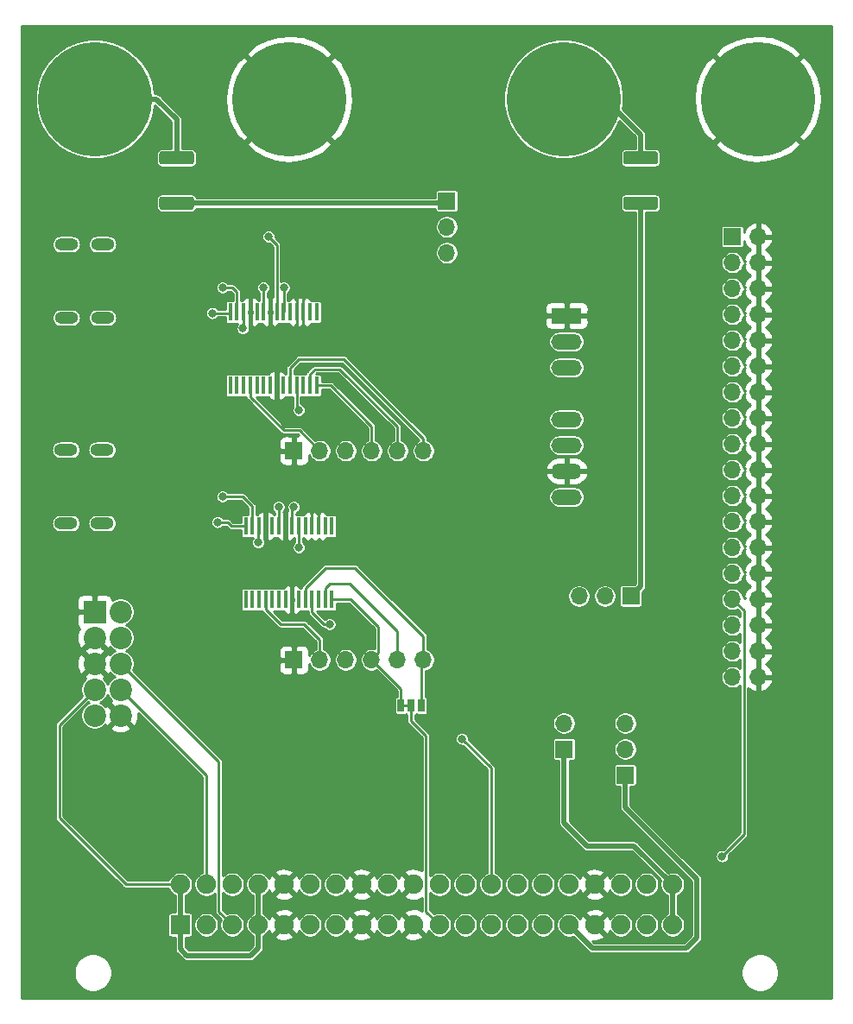
<source format=gbl>
%TF.GenerationSoftware,KiCad,Pcbnew,(5.1.7)-1*%
%TF.CreationDate,2020-11-29T11:49:03-06:00*%
%TF.ProjectId,Programmer Board,50726f67-7261-46d6-9d65-7220426f6172,A*%
%TF.SameCoordinates,Original*%
%TF.FileFunction,Copper,L2,Bot*%
%TF.FilePolarity,Positive*%
%FSLAX46Y46*%
G04 Gerber Fmt 4.6, Leading zero omitted, Abs format (unit mm)*
G04 Created by KiCad (PCBNEW (5.1.7)-1) date 2020-11-29 11:49:03*
%MOMM*%
%LPD*%
G01*
G04 APERTURE LIST*
%TA.AperFunction,EtchedComponent*%
%ADD10C,0.254000*%
%TD*%
%TA.AperFunction,SMDPad,CuDef*%
%ADD11R,0.450000X1.750000*%
%TD*%
%TA.AperFunction,ComponentPad*%
%ADD12O,1.700000X1.700000*%
%TD*%
%TA.AperFunction,ComponentPad*%
%ADD13R,1.700000X1.700000*%
%TD*%
%TA.AperFunction,ComponentPad*%
%ADD14O,2.300000X1.200000*%
%TD*%
%TA.AperFunction,ComponentPad*%
%ADD15C,11.200000*%
%TD*%
%TA.AperFunction,SMDPad,CuDef*%
%ADD16R,0.635000X1.270000*%
%TD*%
%TA.AperFunction,ComponentPad*%
%ADD17C,2.200000*%
%TD*%
%TA.AperFunction,ComponentPad*%
%ADD18R,2.200000X2.200000*%
%TD*%
%TA.AperFunction,ComponentPad*%
%ADD19C,1.900000*%
%TD*%
%TA.AperFunction,ComponentPad*%
%ADD20R,1.900000X1.900000*%
%TD*%
%TA.AperFunction,ComponentPad*%
%ADD21O,3.000000X1.500000*%
%TD*%
%TA.AperFunction,ComponentPad*%
%ADD22R,3.000000X1.500000*%
%TD*%
%TA.AperFunction,ViaPad*%
%ADD23C,0.800000*%
%TD*%
%TA.AperFunction,Conductor*%
%ADD24C,0.250000*%
%TD*%
%TA.AperFunction,Conductor*%
%ADD25C,0.500000*%
%TD*%
%TA.AperFunction,Conductor*%
%ADD26C,0.254000*%
%TD*%
%TA.AperFunction,Conductor*%
%ADD27C,0.100000*%
%TD*%
G04 APERTURE END LIST*
D10*
%TO.C,JP3*%
X146000000Y-138750000D02*
X144984000Y-138750000D01*
%TD*%
D11*
%TO.P,U3,28*%
%TO.N,N/C*%
X138225000Y-121150000D03*
%TO.P,U3,27*%
X137575000Y-121150000D03*
%TO.P,U3,26*%
%TO.N,GND*%
X136925000Y-121150000D03*
%TO.P,U3,25*%
X136275000Y-121150000D03*
%TO.P,U3,24*%
%TO.N,N/C*%
X135625000Y-121150000D03*
%TO.P,U3,23*%
%TO.N,/sheet5FC8868D/TXLED*%
X134975000Y-121150000D03*
%TO.P,U3,22*%
%TO.N,/sheet5FC8868D/RXLED*%
X134325000Y-121150000D03*
%TO.P,U3,21*%
%TO.N,GND*%
X133675000Y-121150000D03*
%TO.P,U3,20*%
%TO.N,/+5_USB*%
X133025000Y-121150000D03*
%TO.P,U3,19*%
%TO.N,N/C*%
X132375000Y-121150000D03*
%TO.P,U3,18*%
%TO.N,GND*%
X131725000Y-121150000D03*
%TO.P,U3,17*%
%TO.N,/sheet5FC8868D/3V3OUT*%
X131075000Y-121150000D03*
%TO.P,U3,16*%
%TO.N,/sheet5FC8868D/USBD_N*%
X130425000Y-121150000D03*
%TO.P,U3,15*%
%TO.N,/sheet5FC8868D/USBD_P*%
X129775000Y-121150000D03*
%TO.P,U3,14*%
%TO.N,N/C*%
X129775000Y-128350000D03*
%TO.P,U3,13*%
X130425000Y-128350000D03*
%TO.P,U3,12*%
X131075000Y-128350000D03*
%TO.P,U3,11*%
%TO.N,/sheet5FC8868D/CTS*%
X131725000Y-128350000D03*
%TO.P,U3,10*%
%TO.N,N/C*%
X132375000Y-128350000D03*
%TO.P,U3,9*%
X133025000Y-128350000D03*
%TO.P,U3,8*%
X133675000Y-128350000D03*
%TO.P,U3,7*%
%TO.N,GND*%
X134325000Y-128350000D03*
%TO.P,U3,6*%
%TO.N,N/C*%
X134975000Y-128350000D03*
%TO.P,U3,5*%
%TO.N,/sheet5FC8868D/RXD*%
X135625000Y-128350000D03*
%TO.P,U3,4*%
%TO.N,/+5_USB*%
X136275000Y-128350000D03*
%TO.P,U3,3*%
%TO.N,N/C*%
X136925000Y-128350000D03*
%TO.P,U3,2*%
%TO.N,/sheet5FC8868D/DTR*%
X137575000Y-128350000D03*
%TO.P,U3,1*%
%TO.N,/sheet5FC8868D/TXD*%
X138225000Y-128350000D03*
%TD*%
%TO.P,U1,28*%
%TO.N,N/C*%
X136725000Y-100150000D03*
%TO.P,U1,27*%
X136075000Y-100150000D03*
%TO.P,U1,26*%
%TO.N,GND*%
X135425000Y-100150000D03*
%TO.P,U1,25*%
X134775000Y-100150000D03*
%TO.P,U1,24*%
%TO.N,N/C*%
X134125000Y-100150000D03*
%TO.P,U1,23*%
%TO.N,/USB to UART1/TXLED*%
X133475000Y-100150000D03*
%TO.P,U1,22*%
%TO.N,/USB to UART1/RXLED*%
X132825000Y-100150000D03*
%TO.P,U1,21*%
%TO.N,GND*%
X132175000Y-100150000D03*
%TO.P,U1,20*%
%TO.N,/+5_USB*%
X131525000Y-100150000D03*
%TO.P,U1,19*%
%TO.N,N/C*%
X130875000Y-100150000D03*
%TO.P,U1,18*%
%TO.N,GND*%
X130225000Y-100150000D03*
%TO.P,U1,17*%
%TO.N,/USB to UART1/3V3OUT*%
X129575000Y-100150000D03*
%TO.P,U1,16*%
%TO.N,/USB to UART1/USBD_N*%
X128925000Y-100150000D03*
%TO.P,U1,15*%
%TO.N,/USB to UART1/USBD_P*%
X128275000Y-100150000D03*
%TO.P,U1,14*%
%TO.N,N/C*%
X128275000Y-107350000D03*
%TO.P,U1,13*%
X128925000Y-107350000D03*
%TO.P,U1,12*%
X129575000Y-107350000D03*
%TO.P,U1,11*%
%TO.N,/USB to UART1/CTS*%
X130225000Y-107350000D03*
%TO.P,U1,10*%
%TO.N,N/C*%
X130875000Y-107350000D03*
%TO.P,U1,9*%
X131525000Y-107350000D03*
%TO.P,U1,8*%
X132175000Y-107350000D03*
%TO.P,U1,7*%
%TO.N,GND*%
X132825000Y-107350000D03*
%TO.P,U1,6*%
%TO.N,N/C*%
X133475000Y-107350000D03*
%TO.P,U1,5*%
%TO.N,/Card Edge Conn/GPS.TXD*%
X134125000Y-107350000D03*
%TO.P,U1,4*%
%TO.N,/+5_USB*%
X134775000Y-107350000D03*
%TO.P,U1,3*%
%TO.N,N/C*%
X135425000Y-107350000D03*
%TO.P,U1,2*%
%TO.N,/USB to UART1/DTR*%
X136075000Y-107350000D03*
%TO.P,U1,1*%
%TO.N,/Card Edge Conn/GPS.RXD*%
X136725000Y-107350000D03*
%TD*%
D12*
%TO.P,J8,6*%
%TO.N,/sheet5FC8868D/RXD*%
X147200000Y-134250000D03*
%TO.P,J8,5*%
%TO.N,/sheet5FC8868D/DTR*%
X144660000Y-134250000D03*
%TO.P,J8,4*%
%TO.N,/sheet5FC8868D/TXD*%
X142120000Y-134250000D03*
%TO.P,J8,3*%
%TO.N,/+5_USB*%
X139580000Y-134250000D03*
%TO.P,J8,2*%
%TO.N,/sheet5FC8868D/CTS*%
X137040000Y-134250000D03*
D13*
%TO.P,J8,1*%
%TO.N,GND*%
X134500000Y-134250000D03*
%TD*%
D14*
%TO.P,J3,SH*%
%TO.N,/sheet5FC8868D/SH_GND*%
X115700000Y-120850000D03*
X112150000Y-120850000D03*
X115700000Y-113650000D03*
X112150000Y-113650000D03*
%TD*%
D12*
%TO.P,J1,6*%
%TO.N,/Card Edge Conn/GPS.TXD*%
X147200000Y-113750000D03*
%TO.P,J1,5*%
%TO.N,/USB to UART1/DTR*%
X144660000Y-113750000D03*
%TO.P,J1,4*%
%TO.N,/Card Edge Conn/GPS.RXD*%
X142120000Y-113750000D03*
%TO.P,J1,3*%
%TO.N,/+5_USB*%
X139580000Y-113750000D03*
%TO.P,J1,2*%
%TO.N,/USB to UART1/CTS*%
X137040000Y-113750000D03*
D13*
%TO.P,J1,1*%
%TO.N,GND*%
X134500000Y-113750000D03*
%TD*%
D15*
%TO.P,E1,1*%
%TO.N,Net-(E1-Pad1)*%
X115000000Y-79250000D03*
%TD*%
%TO.P,E4,1*%
%TO.N,GND*%
X180000000Y-79250000D03*
%TD*%
%TO.P,E3,1*%
%TO.N,Net-(E3-Pad1)*%
X160950000Y-79250000D03*
%TD*%
%TO.P,E2,1*%
%TO.N,GND*%
X134050000Y-79250000D03*
%TD*%
D14*
%TO.P,J4,SH*%
%TO.N,/USB to UART1/SH_GND*%
X115735000Y-100700000D03*
X112185000Y-100700000D03*
X115735000Y-93500000D03*
X112185000Y-93500000D03*
%TD*%
%TO.P,F2,2*%
%TO.N,Net-(E3-Pad1)*%
%TA.AperFunction,SMDPad,CuDef*%
G36*
G01*
X169950000Y-85675000D02*
X167050000Y-85675000D01*
G75*
G02*
X166800000Y-85425000I0J250000D01*
G01*
X166800000Y-84625000D01*
G75*
G02*
X167050000Y-84375000I250000J0D01*
G01*
X169950000Y-84375000D01*
G75*
G02*
X170200000Y-84625000I0J-250000D01*
G01*
X170200000Y-85425000D01*
G75*
G02*
X169950000Y-85675000I-250000J0D01*
G01*
G37*
%TD.AperFunction*%
%TO.P,F2,1*%
%TO.N,Net-(F2-Pad1)*%
%TA.AperFunction,SMDPad,CuDef*%
G36*
G01*
X169950000Y-90125000D02*
X167050000Y-90125000D01*
G75*
G02*
X166800000Y-89875000I0J250000D01*
G01*
X166800000Y-89075000D01*
G75*
G02*
X167050000Y-88825000I250000J0D01*
G01*
X169950000Y-88825000D01*
G75*
G02*
X170200000Y-89075000I0J-250000D01*
G01*
X170200000Y-89875000D01*
G75*
G02*
X169950000Y-90125000I-250000J0D01*
G01*
G37*
%TD.AperFunction*%
%TD*%
%TO.P,F1,2*%
%TO.N,Net-(E1-Pad1)*%
%TA.AperFunction,SMDPad,CuDef*%
G36*
G01*
X124450000Y-85675000D02*
X121550000Y-85675000D01*
G75*
G02*
X121300000Y-85425000I0J250000D01*
G01*
X121300000Y-84625000D01*
G75*
G02*
X121550000Y-84375000I250000J0D01*
G01*
X124450000Y-84375000D01*
G75*
G02*
X124700000Y-84625000I0J-250000D01*
G01*
X124700000Y-85425000D01*
G75*
G02*
X124450000Y-85675000I-250000J0D01*
G01*
G37*
%TD.AperFunction*%
%TO.P,F1,1*%
%TO.N,/+PS*%
%TA.AperFunction,SMDPad,CuDef*%
G36*
G01*
X124450000Y-90125000D02*
X121550000Y-90125000D01*
G75*
G02*
X121300000Y-89875000I0J250000D01*
G01*
X121300000Y-89075000D01*
G75*
G02*
X121550000Y-88825000I250000J0D01*
G01*
X124450000Y-88825000D01*
G75*
G02*
X124700000Y-89075000I0J-250000D01*
G01*
X124700000Y-89875000D01*
G75*
G02*
X124450000Y-90125000I-250000J0D01*
G01*
G37*
%TD.AperFunction*%
%TD*%
D16*
%TO.P,JP3,3*%
%TO.N,/sheet5FC8868D/TXD*%
X144984000Y-138750000D03*
%TO.P,JP3,2*%
%TO.N,/Card Edge Conn/U3.19*%
X146000000Y-138750000D03*
%TO.P,JP3,1*%
%TO.N,/sheet5FC8868D/RXD*%
X147016000Y-138750000D03*
%TD*%
D17*
%TO.P,J7,9*%
%TO.N,N/C*%
X114960000Y-139710000D03*
%TO.P,J7,10*%
%TO.N,GND*%
X117500000Y-139710000D03*
%TO.P,J7,7*%
%TO.N,VDD*%
X114960000Y-137170000D03*
%TO.P,J7,8*%
%TO.N,/Card Edge Conn/ST7-ICCSEL*%
X117500000Y-137170000D03*
%TO.P,J7,5*%
%TO.N,GND*%
X114960000Y-134630000D03*
%TO.P,J7,6*%
%TO.N,/Card Edge Conn/ST7-RESET*%
X117500000Y-134630000D03*
%TO.P,J7,3*%
%TO.N,GND*%
X114960000Y-132090000D03*
%TO.P,J7,4*%
%TO.N,/Card Edge Conn/ST7-ICCCLK*%
X117500000Y-132090000D03*
D18*
%TO.P,J7,1*%
%TO.N,GND*%
X114960000Y-129550000D03*
D17*
%TO.P,J7,2*%
%TO.N,/Card Edge Conn/ST7-ICCDATA*%
X117500000Y-129550000D03*
%TD*%
D19*
%TO.P,J5,24*%
%TO.N,/Card Edge Conn/HEADER1.3*%
X151310000Y-156270000D03*
%TO.P,J5,27*%
%TO.N,/Card Edge Conn/HEADER1.6*%
X156390000Y-160230000D03*
%TO.P,J5,22*%
%TO.N,/Card Edge Conn/HEADER1.2*%
X148770000Y-156270000D03*
%TO.P,J5,21*%
%TO.N,/Card Edge Conn/U3.19*%
X148770000Y-160230000D03*
%TO.P,J5,23*%
%TO.N,Net-(J5-Pad23)*%
X151310000Y-160230000D03*
%TO.P,J5,30*%
%TO.N,/Card Edge Conn/U22.3*%
X158930000Y-156270000D03*
%TO.P,J5,33*%
%TO.N,GND*%
X164010000Y-160230000D03*
%TO.P,J5,28*%
%TO.N,/Card Edge Conn/HEADER1.4*%
X156390000Y-156270000D03*
%TO.P,J5,32*%
%TO.N,/Card Edge Conn/J5.3*%
X161470000Y-156270000D03*
%TO.P,J5,34*%
%TO.N,GND*%
X164010000Y-156270000D03*
%TO.P,J5,38*%
%TO.N,/Card Edge Conn/U3.18*%
X169090000Y-156270000D03*
%TO.P,J5,40*%
%TO.N,+9V*%
X171630000Y-156270000D03*
%TO.P,J5,25*%
%TO.N,/Card Edge Conn/HEADER1.5*%
X153850000Y-160230000D03*
%TO.P,J5,29*%
%TO.N,/Card Edge Conn/HEADER1.7*%
X158930000Y-160230000D03*
%TO.P,J5,26*%
%TO.N,Net-(J5-Pad26)*%
X153850000Y-156270000D03*
%TO.P,J5,36*%
%TO.N,/Card Edge Conn/SW1.3*%
X166550000Y-156270000D03*
%TO.P,J5,31*%
%TO.N,+BATT*%
X161470000Y-160230000D03*
%TO.P,J5,35*%
%TO.N,/Card Edge Conn/HEADER1.9*%
X166550000Y-160230000D03*
%TO.P,J5,39*%
%TO.N,+9V*%
X171630000Y-160230000D03*
%TO.P,J5,37*%
%TO.N,/Card Edge Conn/HEADER1.10*%
X169090000Y-160230000D03*
%TO.P,J5,20*%
%TO.N,GND*%
X146230000Y-156270000D03*
%TO.P,J5,18*%
%TO.N,/Card Edge Conn/SW1.1*%
X143690000Y-156270000D03*
%TO.P,J5,17*%
%TO.N,/Card Edge Conn/SW1.2*%
X143690000Y-160230000D03*
%TO.P,J5,19*%
%TO.N,GND*%
X146230000Y-160230000D03*
%TO.P,J5,12*%
%TO.N,/Card Edge Conn/U21.20-DCLK*%
X136070000Y-156270000D03*
%TO.P,J5,15*%
%TO.N,GND*%
X141150000Y-160230000D03*
%TO.P,J5,10*%
X133530000Y-156270000D03*
%TO.P,J5,9*%
X133530000Y-160230000D03*
%TO.P,J5,11*%
%TO.N,/Card Edge Conn/J5.2*%
X136070000Y-160230000D03*
%TO.P,J5,16*%
%TO.N,GND*%
X141150000Y-156270000D03*
%TO.P,J5,13*%
%TO.N,/Card Edge Conn/SW1.4*%
X138610000Y-160230000D03*
%TO.P,J5,14*%
%TO.N,/Card Edge Conn/HEADER1.1*%
X138610000Y-156270000D03*
%TO.P,J5,8*%
%TO.N,VDD*%
X130990000Y-156270000D03*
%TO.P,J5,6*%
%TO.N,/Card Edge Conn/ST7-ICCDATA*%
X128450000Y-156270000D03*
%TO.P,J5,5*%
%TO.N,/Card Edge Conn/ST7-RESET*%
X128450000Y-160230000D03*
%TO.P,J5,7*%
%TO.N,VDD*%
X130990000Y-160230000D03*
%TO.P,J5,4*%
%TO.N,/Card Edge Conn/ST7-ICCSEL*%
X125910000Y-156270000D03*
%TO.P,J5,3*%
%TO.N,/Card Edge Conn/ST7-ICCCLK*%
X125910000Y-160230000D03*
%TO.P,J5,2*%
%TO.N,VDD*%
X123370000Y-156270000D03*
D20*
%TO.P,J5,1*%
X123370000Y-160230000D03*
%TD*%
D21*
%TO.P,U2,8*%
%TO.N,N/C*%
X161250000Y-118280000D03*
%TO.P,U2,7*%
%TO.N,GND*%
X161250000Y-115740000D03*
%TO.P,U2,3*%
%TO.N,N/C*%
X161250000Y-105580000D03*
%TO.P,U2,6*%
%TO.N,/DC-DC Converter/+V_out*%
X161250000Y-113200000D03*
%TO.P,U2,5*%
%TO.N,N/C*%
X161250000Y-110660000D03*
%TO.P,U2,2*%
%TO.N,Net-(C9-Pad1)*%
X161250000Y-103040000D03*
D22*
%TO.P,U2,1*%
%TO.N,GND*%
X161250000Y-100500000D03*
%TD*%
D12*
%TO.P,J13,2*%
%TO.N,Net-(D3-Pad2)*%
X161000000Y-140460000D03*
D13*
%TO.P,J13,1*%
%TO.N,+9V*%
X161000000Y-143000000D03*
%TD*%
D12*
%TO.P,J10,3*%
%TO.N,/DC-DC Converter/+V_out*%
X162460000Y-128000000D03*
%TO.P,J10,2*%
%TO.N,/Card Edge Conn/9V_PS*%
X165000000Y-128000000D03*
D13*
%TO.P,J10,1*%
%TO.N,Net-(F2-Pad1)*%
X167540000Y-128000000D03*
%TD*%
D12*
%TO.P,J9,36*%
%TO.N,GND*%
X180040000Y-135930000D03*
%TO.P,J9,35*%
%TO.N,/Card Edge Conn/HEADER1.10*%
X177500000Y-135930000D03*
%TO.P,J9,34*%
%TO.N,GND*%
X180040000Y-133390000D03*
%TO.P,J9,33*%
%TO.N,/Card Edge Conn/U3.18*%
X177500000Y-133390000D03*
%TO.P,J9,32*%
%TO.N,GND*%
X180040000Y-130850000D03*
%TO.P,J9,31*%
%TO.N,/Card Edge Conn/HEADER1.9*%
X177500000Y-130850000D03*
%TO.P,J9,30*%
%TO.N,GND*%
X180040000Y-128310000D03*
%TO.P,J9,29*%
%TO.N,/Card Edge Conn/SW1.3*%
X177500000Y-128310000D03*
%TO.P,J9,28*%
%TO.N,GND*%
X180040000Y-125770000D03*
%TO.P,J9,27*%
%TO.N,/Card Edge Conn/J5.3*%
X177500000Y-125770000D03*
%TO.P,J9,26*%
%TO.N,GND*%
X180040000Y-123230000D03*
%TO.P,J9,25*%
%TO.N,/Card Edge Conn/HEADER1.7*%
X177500000Y-123230000D03*
%TO.P,J9,24*%
%TO.N,GND*%
X180040000Y-120690000D03*
%TO.P,J9,23*%
%TO.N,/Card Edge Conn/U22.3*%
X177500000Y-120690000D03*
%TO.P,J9,22*%
%TO.N,GND*%
X180040000Y-118150000D03*
%TO.P,J9,21*%
%TO.N,/Card Edge Conn/HEADER1.6*%
X177500000Y-118150000D03*
%TO.P,J9,20*%
%TO.N,GND*%
X180040000Y-115610000D03*
%TO.P,J9,19*%
%TO.N,/Card Edge Conn/HEADER1.4*%
X177500000Y-115610000D03*
%TO.P,J9,18*%
%TO.N,GND*%
X180040000Y-113070000D03*
%TO.P,J9,17*%
%TO.N,/Card Edge Conn/HEADER1.5*%
X177500000Y-113070000D03*
%TO.P,J9,16*%
%TO.N,GND*%
X180040000Y-110530000D03*
%TO.P,J9,15*%
%TO.N,/Card Edge Conn/HEADER1.3*%
X177500000Y-110530000D03*
%TO.P,J9,14*%
%TO.N,GND*%
X180040000Y-107990000D03*
%TO.P,J9,13*%
%TO.N,/Card Edge Conn/HEADER1.2*%
X177500000Y-107990000D03*
%TO.P,J9,12*%
%TO.N,GND*%
X180040000Y-105450000D03*
%TO.P,J9,11*%
%TO.N,/Card Edge Conn/SW1.2*%
X177500000Y-105450000D03*
%TO.P,J9,10*%
%TO.N,GND*%
X180040000Y-102910000D03*
%TO.P,J9,9*%
%TO.N,/Card Edge Conn/SW1.1*%
X177500000Y-102910000D03*
%TO.P,J9,8*%
%TO.N,GND*%
X180040000Y-100370000D03*
%TO.P,J9,7*%
%TO.N,/Card Edge Conn/SW1.4*%
X177500000Y-100370000D03*
%TO.P,J9,6*%
%TO.N,GND*%
X180040000Y-97830000D03*
%TO.P,J9,5*%
%TO.N,/Card Edge Conn/HEADER1.1*%
X177500000Y-97830000D03*
%TO.P,J9,4*%
%TO.N,GND*%
X180040000Y-95290000D03*
%TO.P,J9,3*%
%TO.N,/Card Edge Conn/J5.2*%
X177500000Y-95290000D03*
%TO.P,J9,2*%
%TO.N,GND*%
X180040000Y-92750000D03*
D13*
%TO.P,J9,1*%
%TO.N,/Card Edge Conn/U21.20-DCLK*%
X177500000Y-92750000D03*
%TD*%
D12*
%TO.P,J6,3*%
%TO.N,/Card Edge Conn/9V_PS*%
X167000000Y-140470000D03*
%TO.P,J6,2*%
%TO.N,+9V*%
X167000000Y-143010000D03*
D13*
%TO.P,J6,1*%
%TO.N,+BATT*%
X167000000Y-145550000D03*
%TD*%
D12*
%TO.P,J2,3*%
%TO.N,/+5_USB*%
X149500000Y-94330000D03*
%TO.P,J2,2*%
%TO.N,/DC-DC Converter/+V_in*%
X149500000Y-91790000D03*
D13*
%TO.P,J2,1*%
%TO.N,/+PS*%
X149500000Y-89250000D03*
%TD*%
D23*
%TO.N,GND*%
X156500000Y-125750000D03*
X117500000Y-123250000D03*
X117500000Y-103250000D03*
X118000000Y-99250000D03*
X167250000Y-132900000D03*
X131000000Y-130750000D03*
X142120000Y-132370000D03*
X129500000Y-126250000D03*
X140000000Y-108250000D03*
X128000000Y-105250000D03*
X127000000Y-109250000D03*
X130500000Y-116250000D03*
X118000000Y-119250000D03*
%TO.N,/Card Edge Conn/SW1.3*%
X176500000Y-153500000D03*
%TO.N,Net-(J5-Pad26)*%
X151000000Y-142000000D03*
%TO.N,/USB to UART1/USBD_P*%
X126500000Y-100250000D03*
%TO.N,/USB to UART1/USBD_N*%
X127500000Y-97750000D03*
%TO.N,/USB to UART1/TXLED*%
X133500000Y-97750000D03*
%TO.N,/USB to UART1/RXLED*%
X132000000Y-92750000D03*
%TO.N,/sheet5FC8868D/TXLED*%
X135000000Y-123250000D03*
%TO.N,/sheet5FC8868D/RXLED*%
X134500000Y-119250000D03*
%TO.N,/sheet5FC8868D/USBD_P*%
X127000000Y-120750000D03*
%TO.N,/sheet5FC8868D/USBD_N*%
X127500000Y-118250000D03*
%TO.N,/sheet5FC8868D/3V3OUT*%
X131000000Y-122750000D03*
%TO.N,/USB to UART1/3V3OUT*%
X129500000Y-101750000D03*
%TO.N,/+5_USB*%
X138000000Y-130750000D03*
X135000000Y-109750000D03*
X133000000Y-119250000D03*
X131500000Y-97750000D03*
%TD*%
D24*
%TO.N,GND*%
X142120000Y-132370000D02*
X142120000Y-132370000D01*
X133677401Y-121147599D02*
X133675000Y-121150000D01*
X134222446Y-118525000D02*
X133677401Y-119070045D01*
X133677401Y-119070045D02*
X133677401Y-121147599D01*
X136275000Y-118525000D02*
X134222446Y-118525000D01*
X136925000Y-120025000D02*
X136500000Y-119600000D01*
X136925000Y-121150000D02*
X136925000Y-120025000D01*
X136500000Y-119250000D02*
X136275000Y-119025000D01*
X136500000Y-119600000D02*
X136500000Y-119250000D01*
X136275000Y-119025000D02*
X136275000Y-118525000D01*
X136275000Y-121150000D02*
X136275000Y-119025000D01*
X134775000Y-100150000D02*
X134775000Y-101975000D01*
X134775000Y-101975000D02*
X134500000Y-102250000D01*
X132175000Y-101275000D02*
X132175000Y-100150000D01*
X133150000Y-102250000D02*
X132175000Y-101275000D01*
X134500000Y-102250000D02*
X133150000Y-102250000D01*
X135425000Y-101325000D02*
X134775000Y-101975000D01*
X135425000Y-100150000D02*
X135425000Y-101325000D01*
X134775000Y-100150000D02*
X134775000Y-98025000D01*
X135425000Y-100150000D02*
X135425000Y-98175000D01*
D25*
%TO.N,+9V*%
X171630000Y-160230000D02*
X171630000Y-156270000D01*
X171630000Y-156270000D02*
X167860000Y-152500000D01*
X167860000Y-152500000D02*
X163250000Y-152500000D01*
X163250000Y-152500000D02*
X161000000Y-150250000D01*
X161000000Y-150250000D02*
X161000000Y-143000000D01*
%TO.N,+BATT*%
X161470000Y-160230000D02*
X163740000Y-162500000D01*
X163740000Y-162500000D02*
X173000000Y-162500000D01*
X173000000Y-162500000D02*
X174000000Y-161500000D01*
X174000000Y-161500000D02*
X174000000Y-155750000D01*
X167000000Y-148750000D02*
X167000000Y-145550000D01*
X174000000Y-155750000D02*
X167000000Y-148750000D01*
D24*
%TO.N,/Card Edge Conn/ST7-ICCSEL*%
X125910000Y-145580000D02*
X125910000Y-156270000D01*
X117500000Y-137170000D02*
X125910000Y-145580000D01*
D25*
%TO.N,VDD*%
X130990000Y-156270000D02*
X130990000Y-160230000D01*
X130250000Y-163250000D02*
X130990000Y-162510000D01*
X130990000Y-162510000D02*
X130990000Y-160230000D01*
X124000000Y-163250000D02*
X130250000Y-163250000D01*
X123370000Y-162620000D02*
X124000000Y-163250000D01*
X123370000Y-160230000D02*
X123370000Y-162620000D01*
X123370000Y-160230000D02*
X123370000Y-156270000D01*
D24*
X123370000Y-156270000D02*
X118020000Y-156270000D01*
X118020000Y-156270000D02*
X111500000Y-149750000D01*
X111500000Y-140630000D02*
X114960000Y-137170000D01*
X111500000Y-149750000D02*
X111500000Y-140630000D01*
%TO.N,/Card Edge Conn/ST7-RESET*%
X127137401Y-158917401D02*
X128450000Y-160230000D01*
X127137401Y-144267401D02*
X127137401Y-158917401D01*
X117500000Y-134630000D02*
X127137401Y-144267401D01*
%TO.N,/Card Edge Conn/SW1.3*%
X178627401Y-129437401D02*
X177500000Y-128310000D01*
X178627401Y-151372599D02*
X178627401Y-129437401D01*
X176500000Y-153500000D02*
X178627401Y-151372599D01*
%TO.N,/Card Edge Conn/GPS.RXD*%
X136725000Y-107350000D02*
X138100000Y-107350000D01*
X142120000Y-111370000D02*
X142120000Y-113750000D01*
X138100000Y-107350000D02*
X142120000Y-111370000D01*
%TO.N,/Card Edge Conn/GPS.TXD*%
X147200000Y-112547919D02*
X139402081Y-104750000D01*
X147200000Y-113750000D02*
X147200000Y-112547919D01*
X139402081Y-104750000D02*
X135000000Y-104750000D01*
X134125000Y-105625000D02*
X134125000Y-107350000D01*
X135000000Y-104750000D02*
X134125000Y-105625000D01*
%TO.N,Net-(J5-Pad26)*%
X153850000Y-156270000D02*
X153850000Y-144850000D01*
X153850000Y-144850000D02*
X151000000Y-142000000D01*
%TO.N,/Card Edge Conn/U3.19*%
X147457401Y-158917401D02*
X147457401Y-141707401D01*
X148770000Y-160230000D02*
X147457401Y-158917401D01*
X146000000Y-140250000D02*
X146000000Y-139250000D01*
X147457401Y-141707401D02*
X146000000Y-140250000D01*
D25*
%TO.N,/+PS*%
X149275000Y-89475000D02*
X149500000Y-89250000D01*
X123000000Y-89475000D02*
X149275000Y-89475000D01*
%TO.N,Net-(E3-Pad1)*%
X160950000Y-79250000D02*
X165000000Y-79250000D01*
X165000000Y-79250000D02*
X168500000Y-82750000D01*
X168500000Y-82750000D02*
X168500000Y-85025000D01*
D24*
%TO.N,/USB to UART1/USBD_P*%
X128175000Y-100250000D02*
X128275000Y-100150000D01*
X126500000Y-100250000D02*
X128175000Y-100250000D01*
%TO.N,/USB to UART1/USBD_N*%
X128500000Y-97750000D02*
X127500000Y-97750000D01*
X128925000Y-98175000D02*
X128500000Y-97750000D01*
X128925000Y-100150000D02*
X128925000Y-98175000D01*
%TO.N,/USB to UART1/TXLED*%
X133500000Y-100125000D02*
X133475000Y-100150000D01*
X133500000Y-97750000D02*
X133500000Y-100125000D01*
%TO.N,/USB to UART1/RXLED*%
X132000000Y-92750000D02*
X132822599Y-93572599D01*
X132825000Y-99075000D02*
X132825000Y-100150000D01*
X132822599Y-99072599D02*
X132825000Y-99075000D01*
X132822599Y-93572599D02*
X132822599Y-99072599D01*
D25*
%TO.N,Net-(E1-Pad1)*%
X115000000Y-79250000D02*
X121000000Y-79250000D01*
X123000000Y-81250000D02*
X123000000Y-85025000D01*
X121000000Y-79250000D02*
X123000000Y-81250000D01*
%TO.N,Net-(F2-Pad1)*%
X168500000Y-127040000D02*
X167540000Y-128000000D01*
X168500000Y-89475000D02*
X168500000Y-127040000D01*
D24*
%TO.N,/sheet5FC8868D/TXLED*%
X135000000Y-121175000D02*
X134975000Y-121150000D01*
X135000000Y-123250000D02*
X135000000Y-121175000D01*
%TO.N,/sheet5FC8868D/RXLED*%
X134325000Y-119425000D02*
X134325000Y-121150000D01*
X134500000Y-119250000D02*
X134325000Y-119425000D01*
%TO.N,/USB to UART1/DTR*%
X136075000Y-106225000D02*
X136550000Y-105750000D01*
X136075000Y-107350000D02*
X136075000Y-106225000D01*
X136550000Y-105750000D02*
X139000000Y-105750000D01*
X144660000Y-111410000D02*
X144660000Y-113750000D01*
X139000000Y-105750000D02*
X144660000Y-111410000D01*
%TO.N,/USB to UART1/CTS*%
X130225000Y-108475000D02*
X133500000Y-111750000D01*
X130225000Y-107350000D02*
X130225000Y-108475000D01*
X135040000Y-111750000D02*
X137040000Y-113750000D01*
X133500000Y-111750000D02*
X135040000Y-111750000D01*
%TO.N,/sheet5FC8868D/RXD*%
X147200000Y-131950000D02*
X147200000Y-134250000D01*
X140500000Y-125250000D02*
X147200000Y-131950000D01*
X137600000Y-125250000D02*
X140500000Y-125250000D01*
X135625000Y-127225000D02*
X137600000Y-125250000D01*
X135625000Y-128350000D02*
X135625000Y-127225000D01*
X147016000Y-134434000D02*
X147200000Y-134250000D01*
X147016000Y-138750000D02*
X147016000Y-134434000D01*
%TO.N,/sheet5FC8868D/DTR*%
X144660000Y-131410000D02*
X144660000Y-134250000D01*
X140000000Y-126750000D02*
X144660000Y-131410000D01*
X138050000Y-126750000D02*
X140000000Y-126750000D01*
X137575000Y-127225000D02*
X138050000Y-126750000D01*
X137575000Y-128350000D02*
X137575000Y-127225000D01*
%TO.N,/sheet5FC8868D/TXD*%
X138225000Y-128350000D02*
X138225000Y-128475000D01*
X142120000Y-134250000D02*
X145000000Y-137130000D01*
X145000000Y-137130000D02*
X145000000Y-137750000D01*
X145000000Y-137750000D02*
X145000000Y-138250000D01*
X138225000Y-128350000D02*
X140100000Y-128350000D01*
X142797401Y-133572599D02*
X142120000Y-134250000D01*
X142797401Y-131047401D02*
X142797401Y-133572599D01*
X140100000Y-128350000D02*
X142797401Y-131047401D01*
%TO.N,/sheet5FC8868D/CTS*%
X131725000Y-129299322D02*
X133175678Y-130750000D01*
X131725000Y-128350000D02*
X131725000Y-129299322D01*
X133175678Y-130750000D02*
X135500000Y-130750000D01*
X137040000Y-132290000D02*
X137040000Y-134250000D01*
X135500000Y-130750000D02*
X137040000Y-132290000D01*
%TO.N,/sheet5FC8868D/USBD_P*%
X127000000Y-120750000D02*
X128000000Y-120750000D01*
X128400000Y-121150000D02*
X129775000Y-121150000D01*
X128000000Y-120750000D02*
X128400000Y-121150000D01*
%TO.N,/sheet5FC8868D/USBD_N*%
X127500000Y-118250000D02*
X129500000Y-118250000D01*
X130425000Y-119175000D02*
X130425000Y-121150000D01*
X129500000Y-118250000D02*
X130425000Y-119175000D01*
%TO.N,/sheet5FC8868D/3V3OUT*%
X131075000Y-121150000D02*
X131000000Y-122750000D01*
X131000000Y-122750000D02*
X131075000Y-122675000D01*
%TO.N,/USB to UART1/3V3OUT*%
X129575000Y-101675000D02*
X129500000Y-101750000D01*
X129575000Y-100150000D02*
X129575000Y-101675000D01*
%TO.N,/+5_USB*%
X137434315Y-130750000D02*
X138000000Y-130750000D01*
X136275000Y-129590685D02*
X137434315Y-130750000D01*
X136275000Y-128350000D02*
X136275000Y-129590685D01*
X134775000Y-109525000D02*
X135000000Y-109750000D01*
X134775000Y-107350000D02*
X134775000Y-109525000D01*
X131525000Y-97775000D02*
X131500000Y-97750000D01*
X131525000Y-100150000D02*
X131525000Y-97775000D01*
X133025000Y-119275000D02*
X133000000Y-119250000D01*
X133025000Y-121150000D02*
X133025000Y-119275000D01*
%TD*%
D26*
%TO.N,GND*%
X187195601Y-167445600D02*
X107804400Y-167445600D01*
X107804400Y-164735880D01*
X112925600Y-164735880D01*
X112925600Y-165104120D01*
X112997440Y-165465284D01*
X113138359Y-165805493D01*
X113342942Y-166111673D01*
X113603327Y-166372058D01*
X113909507Y-166576641D01*
X114249716Y-166717560D01*
X114610880Y-166789400D01*
X114979120Y-166789400D01*
X115340284Y-166717560D01*
X115680493Y-166576641D01*
X115986673Y-166372058D01*
X116247058Y-166111673D01*
X116451641Y-165805493D01*
X116592560Y-165465284D01*
X116664400Y-165104120D01*
X116664400Y-164735880D01*
X178335600Y-164735880D01*
X178335600Y-165104120D01*
X178407440Y-165465284D01*
X178548359Y-165805493D01*
X178752942Y-166111673D01*
X179013327Y-166372058D01*
X179319507Y-166576641D01*
X179659716Y-166717560D01*
X180020880Y-166789400D01*
X180389120Y-166789400D01*
X180750284Y-166717560D01*
X181090493Y-166576641D01*
X181396673Y-166372058D01*
X181657058Y-166111673D01*
X181861641Y-165805493D01*
X182002560Y-165465284D01*
X182074400Y-165104120D01*
X182074400Y-164735880D01*
X182002560Y-164374716D01*
X181861641Y-164034507D01*
X181657058Y-163728327D01*
X181396673Y-163467942D01*
X181090493Y-163263359D01*
X180750284Y-163122440D01*
X180389120Y-163050600D01*
X180020880Y-163050600D01*
X179659716Y-163122440D01*
X179319507Y-163263359D01*
X179013327Y-163467942D01*
X178752942Y-163728327D01*
X178548359Y-164034507D01*
X178407440Y-164374716D01*
X178335600Y-164735880D01*
X116664400Y-164735880D01*
X116592560Y-164374716D01*
X116451641Y-164034507D01*
X116247058Y-163728327D01*
X115986673Y-163467942D01*
X115680493Y-163263359D01*
X115340284Y-163122440D01*
X114979120Y-163050600D01*
X114610880Y-163050600D01*
X114249716Y-163122440D01*
X113909507Y-163263359D01*
X113603327Y-163467942D01*
X113342942Y-163728327D01*
X113138359Y-164034507D01*
X112997440Y-164374716D01*
X112925600Y-164735880D01*
X107804400Y-164735880D01*
X107804400Y-140630000D01*
X111093645Y-140630000D01*
X111095601Y-140649862D01*
X111095600Y-149730148D01*
X111093645Y-149750000D01*
X111095600Y-149769852D01*
X111095600Y-149769859D01*
X111101452Y-149829275D01*
X111124576Y-149905505D01*
X111162127Y-149975758D01*
X111212663Y-150037337D01*
X111228094Y-150050001D01*
X117720004Y-156541912D01*
X117732663Y-156557337D01*
X117794241Y-156607873D01*
X117864494Y-156645424D01*
X117940724Y-156668548D01*
X118000140Y-156674400D01*
X118000150Y-156674400D01*
X118019999Y-156676355D01*
X118039849Y-156674400D01*
X122206815Y-156674400D01*
X122280519Y-156852339D01*
X122415062Y-157053697D01*
X122586303Y-157224938D01*
X122787661Y-157359481D01*
X122840601Y-157381409D01*
X122840600Y-158999249D01*
X122420000Y-158999249D01*
X122365228Y-159004644D01*
X122312561Y-159020620D01*
X122264023Y-159046564D01*
X122221479Y-159081479D01*
X122186564Y-159124023D01*
X122160620Y-159172561D01*
X122144644Y-159225228D01*
X122139249Y-159280000D01*
X122139249Y-161180000D01*
X122144644Y-161234772D01*
X122160620Y-161287439D01*
X122186564Y-161335977D01*
X122221479Y-161378521D01*
X122264023Y-161413436D01*
X122312561Y-161439380D01*
X122365228Y-161455356D01*
X122420000Y-161460751D01*
X122840601Y-161460751D01*
X122840601Y-162593997D01*
X122838040Y-162620000D01*
X122848261Y-162723779D01*
X122878532Y-162823572D01*
X122927691Y-162915542D01*
X122977271Y-162975955D01*
X122977276Y-162975960D01*
X122993848Y-162996153D01*
X123014041Y-163012725D01*
X123607275Y-163605960D01*
X123623847Y-163626153D01*
X123644040Y-163642725D01*
X123644044Y-163642729D01*
X123704457Y-163692309D01*
X123771842Y-163728327D01*
X123796427Y-163741468D01*
X123896220Y-163771740D01*
X123973997Y-163779400D01*
X123974007Y-163779400D01*
X124000000Y-163781960D01*
X124025993Y-163779400D01*
X130224007Y-163779400D01*
X130250000Y-163781960D01*
X130275993Y-163779400D01*
X130276003Y-163779400D01*
X130353780Y-163771740D01*
X130453573Y-163741468D01*
X130545542Y-163692309D01*
X130626153Y-163626153D01*
X130642730Y-163605955D01*
X131345960Y-162902725D01*
X131366153Y-162886153D01*
X131382725Y-162865960D01*
X131382729Y-162865956D01*
X131432309Y-162805543D01*
X131481468Y-162713573D01*
X131501965Y-162646003D01*
X131511740Y-162613780D01*
X131519400Y-162536003D01*
X131519400Y-162535994D01*
X131521960Y-162510001D01*
X131519400Y-162484008D01*
X131519400Y-161341409D01*
X131547542Y-161329752D01*
X132609853Y-161329752D01*
X132699579Y-161589042D01*
X132980671Y-161724935D01*
X133282873Y-161803379D01*
X133594573Y-161821359D01*
X133903791Y-161778184D01*
X134198644Y-161675513D01*
X134360421Y-161589042D01*
X134450147Y-161329752D01*
X133530000Y-160409605D01*
X132609853Y-161329752D01*
X131547542Y-161329752D01*
X131572339Y-161319481D01*
X131773697Y-161184938D01*
X131944938Y-161013697D01*
X132063015Y-160836981D01*
X132084487Y-160898644D01*
X132170958Y-161060421D01*
X132430248Y-161150147D01*
X133350395Y-160230000D01*
X133709605Y-160230000D01*
X134629752Y-161150147D01*
X134889042Y-161060421D01*
X134997030Y-160837050D01*
X135115062Y-161013697D01*
X135286303Y-161184938D01*
X135487661Y-161319481D01*
X135711397Y-161412155D01*
X135948915Y-161459400D01*
X136191085Y-161459400D01*
X136428603Y-161412155D01*
X136652339Y-161319481D01*
X136853697Y-161184938D01*
X137024938Y-161013697D01*
X137159481Y-160812339D01*
X137252155Y-160588603D01*
X137299400Y-160351085D01*
X137299400Y-160108915D01*
X137380600Y-160108915D01*
X137380600Y-160351085D01*
X137427845Y-160588603D01*
X137520519Y-160812339D01*
X137655062Y-161013697D01*
X137826303Y-161184938D01*
X138027661Y-161319481D01*
X138251397Y-161412155D01*
X138488915Y-161459400D01*
X138731085Y-161459400D01*
X138968603Y-161412155D01*
X139167542Y-161329752D01*
X140229853Y-161329752D01*
X140319579Y-161589042D01*
X140600671Y-161724935D01*
X140902873Y-161803379D01*
X141214573Y-161821359D01*
X141523791Y-161778184D01*
X141818644Y-161675513D01*
X141980421Y-161589042D01*
X142070147Y-161329752D01*
X141150000Y-160409605D01*
X140229853Y-161329752D01*
X139167542Y-161329752D01*
X139192339Y-161319481D01*
X139393697Y-161184938D01*
X139564938Y-161013697D01*
X139683015Y-160836981D01*
X139704487Y-160898644D01*
X139790958Y-161060421D01*
X140050248Y-161150147D01*
X140970395Y-160230000D01*
X141329605Y-160230000D01*
X142249752Y-161150147D01*
X142509042Y-161060421D01*
X142617030Y-160837050D01*
X142735062Y-161013697D01*
X142906303Y-161184938D01*
X143107661Y-161319481D01*
X143331397Y-161412155D01*
X143568915Y-161459400D01*
X143811085Y-161459400D01*
X144048603Y-161412155D01*
X144247542Y-161329752D01*
X145309853Y-161329752D01*
X145399579Y-161589042D01*
X145680671Y-161724935D01*
X145982873Y-161803379D01*
X146294573Y-161821359D01*
X146603791Y-161778184D01*
X146898644Y-161675513D01*
X147060421Y-161589042D01*
X147150147Y-161329752D01*
X146230000Y-160409605D01*
X145309853Y-161329752D01*
X144247542Y-161329752D01*
X144272339Y-161319481D01*
X144473697Y-161184938D01*
X144644938Y-161013697D01*
X144763015Y-160836981D01*
X144784487Y-160898644D01*
X144870958Y-161060421D01*
X145130248Y-161150147D01*
X146050395Y-160230000D01*
X145130248Y-159309853D01*
X144870958Y-159399579D01*
X144762970Y-159622950D01*
X144644938Y-159446303D01*
X144473697Y-159275062D01*
X144272339Y-159140519D01*
X144048603Y-159047845D01*
X143811085Y-159000600D01*
X143568915Y-159000600D01*
X143331397Y-159047845D01*
X143107661Y-159140519D01*
X142906303Y-159275062D01*
X142735062Y-159446303D01*
X142616985Y-159623019D01*
X142595513Y-159561356D01*
X142509042Y-159399579D01*
X142249752Y-159309853D01*
X141329605Y-160230000D01*
X140970395Y-160230000D01*
X140050248Y-159309853D01*
X139790958Y-159399579D01*
X139682970Y-159622950D01*
X139564938Y-159446303D01*
X139393697Y-159275062D01*
X139192339Y-159140519D01*
X139167543Y-159130248D01*
X140229853Y-159130248D01*
X141150000Y-160050395D01*
X142070147Y-159130248D01*
X141980421Y-158870958D01*
X141699329Y-158735065D01*
X141397127Y-158656621D01*
X141085427Y-158638641D01*
X140776209Y-158681816D01*
X140481356Y-158784487D01*
X140319579Y-158870958D01*
X140229853Y-159130248D01*
X139167543Y-159130248D01*
X138968603Y-159047845D01*
X138731085Y-159000600D01*
X138488915Y-159000600D01*
X138251397Y-159047845D01*
X138027661Y-159140519D01*
X137826303Y-159275062D01*
X137655062Y-159446303D01*
X137520519Y-159647661D01*
X137427845Y-159871397D01*
X137380600Y-160108915D01*
X137299400Y-160108915D01*
X137252155Y-159871397D01*
X137159481Y-159647661D01*
X137024938Y-159446303D01*
X136853697Y-159275062D01*
X136652339Y-159140519D01*
X136428603Y-159047845D01*
X136191085Y-159000600D01*
X135948915Y-159000600D01*
X135711397Y-159047845D01*
X135487661Y-159140519D01*
X135286303Y-159275062D01*
X135115062Y-159446303D01*
X134996985Y-159623019D01*
X134975513Y-159561356D01*
X134889042Y-159399579D01*
X134629752Y-159309853D01*
X133709605Y-160230000D01*
X133350395Y-160230000D01*
X132430248Y-159309853D01*
X132170958Y-159399579D01*
X132062970Y-159622950D01*
X131944938Y-159446303D01*
X131773697Y-159275062D01*
X131572339Y-159140519D01*
X131547543Y-159130248D01*
X132609853Y-159130248D01*
X133530000Y-160050395D01*
X134450147Y-159130248D01*
X134360421Y-158870958D01*
X134079329Y-158735065D01*
X133777127Y-158656621D01*
X133465427Y-158638641D01*
X133156209Y-158681816D01*
X132861356Y-158784487D01*
X132699579Y-158870958D01*
X132609853Y-159130248D01*
X131547543Y-159130248D01*
X131519400Y-159118591D01*
X131519400Y-157381409D01*
X131547542Y-157369752D01*
X132609853Y-157369752D01*
X132699579Y-157629042D01*
X132980671Y-157764935D01*
X133282873Y-157843379D01*
X133594573Y-157861359D01*
X133903791Y-157818184D01*
X134198644Y-157715513D01*
X134360421Y-157629042D01*
X134450147Y-157369752D01*
X133530000Y-156449605D01*
X132609853Y-157369752D01*
X131547542Y-157369752D01*
X131572339Y-157359481D01*
X131773697Y-157224938D01*
X131944938Y-157053697D01*
X132063015Y-156876981D01*
X132084487Y-156938644D01*
X132170958Y-157100421D01*
X132430248Y-157190147D01*
X133350395Y-156270000D01*
X133709605Y-156270000D01*
X134629752Y-157190147D01*
X134889042Y-157100421D01*
X134997030Y-156877050D01*
X135115062Y-157053697D01*
X135286303Y-157224938D01*
X135487661Y-157359481D01*
X135711397Y-157452155D01*
X135948915Y-157499400D01*
X136191085Y-157499400D01*
X136428603Y-157452155D01*
X136652339Y-157359481D01*
X136853697Y-157224938D01*
X137024938Y-157053697D01*
X137159481Y-156852339D01*
X137252155Y-156628603D01*
X137299400Y-156391085D01*
X137299400Y-156148915D01*
X137380600Y-156148915D01*
X137380600Y-156391085D01*
X137427845Y-156628603D01*
X137520519Y-156852339D01*
X137655062Y-157053697D01*
X137826303Y-157224938D01*
X138027661Y-157359481D01*
X138251397Y-157452155D01*
X138488915Y-157499400D01*
X138731085Y-157499400D01*
X138968603Y-157452155D01*
X139167542Y-157369752D01*
X140229853Y-157369752D01*
X140319579Y-157629042D01*
X140600671Y-157764935D01*
X140902873Y-157843379D01*
X141214573Y-157861359D01*
X141523791Y-157818184D01*
X141818644Y-157715513D01*
X141980421Y-157629042D01*
X142070147Y-157369752D01*
X141150000Y-156449605D01*
X140229853Y-157369752D01*
X139167542Y-157369752D01*
X139192339Y-157359481D01*
X139393697Y-157224938D01*
X139564938Y-157053697D01*
X139683015Y-156876981D01*
X139704487Y-156938644D01*
X139790958Y-157100421D01*
X140050248Y-157190147D01*
X140970395Y-156270000D01*
X141329605Y-156270000D01*
X142249752Y-157190147D01*
X142509042Y-157100421D01*
X142617030Y-156877050D01*
X142735062Y-157053697D01*
X142906303Y-157224938D01*
X143107661Y-157359481D01*
X143331397Y-157452155D01*
X143568915Y-157499400D01*
X143811085Y-157499400D01*
X144048603Y-157452155D01*
X144272339Y-157359481D01*
X144473697Y-157224938D01*
X144644938Y-157053697D01*
X144763015Y-156876981D01*
X144784487Y-156938644D01*
X144870958Y-157100421D01*
X145130248Y-157190147D01*
X146050395Y-156270000D01*
X145130248Y-155349853D01*
X144870958Y-155439579D01*
X144762970Y-155662950D01*
X144644938Y-155486303D01*
X144473697Y-155315062D01*
X144272339Y-155180519D01*
X144048603Y-155087845D01*
X143811085Y-155040600D01*
X143568915Y-155040600D01*
X143331397Y-155087845D01*
X143107661Y-155180519D01*
X142906303Y-155315062D01*
X142735062Y-155486303D01*
X142616985Y-155663019D01*
X142595513Y-155601356D01*
X142509042Y-155439579D01*
X142249752Y-155349853D01*
X141329605Y-156270000D01*
X140970395Y-156270000D01*
X140050248Y-155349853D01*
X139790958Y-155439579D01*
X139682970Y-155662950D01*
X139564938Y-155486303D01*
X139393697Y-155315062D01*
X139192339Y-155180519D01*
X139167543Y-155170248D01*
X140229853Y-155170248D01*
X141150000Y-156090395D01*
X142070147Y-155170248D01*
X141980421Y-154910958D01*
X141699329Y-154775065D01*
X141397127Y-154696621D01*
X141085427Y-154678641D01*
X140776209Y-154721816D01*
X140481356Y-154824487D01*
X140319579Y-154910958D01*
X140229853Y-155170248D01*
X139167543Y-155170248D01*
X138968603Y-155087845D01*
X138731085Y-155040600D01*
X138488915Y-155040600D01*
X138251397Y-155087845D01*
X138027661Y-155180519D01*
X137826303Y-155315062D01*
X137655062Y-155486303D01*
X137520519Y-155687661D01*
X137427845Y-155911397D01*
X137380600Y-156148915D01*
X137299400Y-156148915D01*
X137252155Y-155911397D01*
X137159481Y-155687661D01*
X137024938Y-155486303D01*
X136853697Y-155315062D01*
X136652339Y-155180519D01*
X136428603Y-155087845D01*
X136191085Y-155040600D01*
X135948915Y-155040600D01*
X135711397Y-155087845D01*
X135487661Y-155180519D01*
X135286303Y-155315062D01*
X135115062Y-155486303D01*
X134996985Y-155663019D01*
X134975513Y-155601356D01*
X134889042Y-155439579D01*
X134629752Y-155349853D01*
X133709605Y-156270000D01*
X133350395Y-156270000D01*
X132430248Y-155349853D01*
X132170958Y-155439579D01*
X132062970Y-155662950D01*
X131944938Y-155486303D01*
X131773697Y-155315062D01*
X131572339Y-155180519D01*
X131547543Y-155170248D01*
X132609853Y-155170248D01*
X133530000Y-156090395D01*
X134450147Y-155170248D01*
X134360421Y-154910958D01*
X134079329Y-154775065D01*
X133777127Y-154696621D01*
X133465427Y-154678641D01*
X133156209Y-154721816D01*
X132861356Y-154824487D01*
X132699579Y-154910958D01*
X132609853Y-155170248D01*
X131547543Y-155170248D01*
X131348603Y-155087845D01*
X131111085Y-155040600D01*
X130868915Y-155040600D01*
X130631397Y-155087845D01*
X130407661Y-155180519D01*
X130206303Y-155315062D01*
X130035062Y-155486303D01*
X129900519Y-155687661D01*
X129807845Y-155911397D01*
X129760600Y-156148915D01*
X129760600Y-156391085D01*
X129807845Y-156628603D01*
X129900519Y-156852339D01*
X130035062Y-157053697D01*
X130206303Y-157224938D01*
X130407661Y-157359481D01*
X130460600Y-157381409D01*
X130460601Y-159118591D01*
X130407661Y-159140519D01*
X130206303Y-159275062D01*
X130035062Y-159446303D01*
X129900519Y-159647661D01*
X129807845Y-159871397D01*
X129760600Y-160108915D01*
X129760600Y-160351085D01*
X129807845Y-160588603D01*
X129900519Y-160812339D01*
X130035062Y-161013697D01*
X130206303Y-161184938D01*
X130407661Y-161319481D01*
X130460601Y-161341409D01*
X130460600Y-162290715D01*
X130030716Y-162720600D01*
X124219285Y-162720600D01*
X123899400Y-162400716D01*
X123899400Y-161460751D01*
X124320000Y-161460751D01*
X124374772Y-161455356D01*
X124427439Y-161439380D01*
X124475977Y-161413436D01*
X124518521Y-161378521D01*
X124553436Y-161335977D01*
X124579380Y-161287439D01*
X124595356Y-161234772D01*
X124600751Y-161180000D01*
X124600751Y-160108915D01*
X124680600Y-160108915D01*
X124680600Y-160351085D01*
X124727845Y-160588603D01*
X124820519Y-160812339D01*
X124955062Y-161013697D01*
X125126303Y-161184938D01*
X125327661Y-161319481D01*
X125551397Y-161412155D01*
X125788915Y-161459400D01*
X126031085Y-161459400D01*
X126268603Y-161412155D01*
X126492339Y-161319481D01*
X126693697Y-161184938D01*
X126864938Y-161013697D01*
X126999481Y-160812339D01*
X127092155Y-160588603D01*
X127139400Y-160351085D01*
X127139400Y-160108915D01*
X127092155Y-159871397D01*
X126999481Y-159647661D01*
X126864938Y-159446303D01*
X126693697Y-159275062D01*
X126492339Y-159140519D01*
X126268603Y-159047845D01*
X126031085Y-159000600D01*
X125788915Y-159000600D01*
X125551397Y-159047845D01*
X125327661Y-159140519D01*
X125126303Y-159275062D01*
X124955062Y-159446303D01*
X124820519Y-159647661D01*
X124727845Y-159871397D01*
X124680600Y-160108915D01*
X124600751Y-160108915D01*
X124600751Y-159280000D01*
X124595356Y-159225228D01*
X124579380Y-159172561D01*
X124553436Y-159124023D01*
X124518521Y-159081479D01*
X124475977Y-159046564D01*
X124427439Y-159020620D01*
X124374772Y-159004644D01*
X124320000Y-158999249D01*
X123899400Y-158999249D01*
X123899400Y-157381409D01*
X123952339Y-157359481D01*
X124153697Y-157224938D01*
X124324938Y-157053697D01*
X124459481Y-156852339D01*
X124552155Y-156628603D01*
X124599400Y-156391085D01*
X124599400Y-156148915D01*
X124552155Y-155911397D01*
X124459481Y-155687661D01*
X124324938Y-155486303D01*
X124153697Y-155315062D01*
X123952339Y-155180519D01*
X123728603Y-155087845D01*
X123491085Y-155040600D01*
X123248915Y-155040600D01*
X123011397Y-155087845D01*
X122787661Y-155180519D01*
X122586303Y-155315062D01*
X122415062Y-155486303D01*
X122280519Y-155687661D01*
X122206815Y-155865600D01*
X118187508Y-155865600D01*
X111904400Y-149582493D01*
X111904400Y-140797507D01*
X114308653Y-138393255D01*
X114421506Y-138440000D01*
X114306609Y-138487592D01*
X114080684Y-138638550D01*
X113888550Y-138830684D01*
X113737592Y-139056609D01*
X113633610Y-139307644D01*
X113580600Y-139574141D01*
X113580600Y-139845859D01*
X113633610Y-140112356D01*
X113737592Y-140363391D01*
X113888550Y-140589316D01*
X114080684Y-140781450D01*
X114306609Y-140932408D01*
X114557644Y-141036390D01*
X114824141Y-141089400D01*
X115095859Y-141089400D01*
X115362356Y-141036390D01*
X115613391Y-140932408D01*
X115636881Y-140916712D01*
X116472893Y-140916712D01*
X116580726Y-141191338D01*
X116887384Y-141342216D01*
X117217585Y-141430369D01*
X117558639Y-141452409D01*
X117897439Y-141407489D01*
X118220966Y-141297336D01*
X118419274Y-141191338D01*
X118527107Y-140916712D01*
X117500000Y-139889605D01*
X116472893Y-140916712D01*
X115636881Y-140916712D01*
X115839316Y-140781450D01*
X116009198Y-140611568D01*
X116018662Y-140629274D01*
X116293288Y-140737107D01*
X117320395Y-139710000D01*
X116293288Y-138682893D01*
X116018662Y-138790726D01*
X116009702Y-138808936D01*
X115839316Y-138638550D01*
X115613391Y-138487592D01*
X115498494Y-138440000D01*
X115613391Y-138392408D01*
X115839316Y-138241450D01*
X116031450Y-138049316D01*
X116182408Y-137823391D01*
X116230000Y-137708494D01*
X116277592Y-137823391D01*
X116428550Y-138049316D01*
X116598432Y-138219198D01*
X116580726Y-138228662D01*
X116472893Y-138503288D01*
X117500000Y-139530395D01*
X117514143Y-139516253D01*
X117693748Y-139695858D01*
X117679605Y-139710000D01*
X118706712Y-140737107D01*
X118981338Y-140629274D01*
X119132216Y-140322616D01*
X119220369Y-139992415D01*
X119242409Y-139651361D01*
X119216876Y-139458783D01*
X125505600Y-145747508D01*
X125505601Y-155106814D01*
X125327661Y-155180519D01*
X125126303Y-155315062D01*
X124955062Y-155486303D01*
X124820519Y-155687661D01*
X124727845Y-155911397D01*
X124680600Y-156148915D01*
X124680600Y-156391085D01*
X124727845Y-156628603D01*
X124820519Y-156852339D01*
X124955062Y-157053697D01*
X125126303Y-157224938D01*
X125327661Y-157359481D01*
X125551397Y-157452155D01*
X125788915Y-157499400D01*
X126031085Y-157499400D01*
X126268603Y-157452155D01*
X126492339Y-157359481D01*
X126693697Y-157224938D01*
X126733002Y-157185633D01*
X126733002Y-158897539D01*
X126731046Y-158917401D01*
X126738853Y-158996677D01*
X126761977Y-159072906D01*
X126789300Y-159124023D01*
X126799529Y-159143160D01*
X126850065Y-159204738D01*
X126865490Y-159217397D01*
X127341550Y-159693457D01*
X127267845Y-159871397D01*
X127220600Y-160108915D01*
X127220600Y-160351085D01*
X127267845Y-160588603D01*
X127360519Y-160812339D01*
X127495062Y-161013697D01*
X127666303Y-161184938D01*
X127867661Y-161319481D01*
X128091397Y-161412155D01*
X128328915Y-161459400D01*
X128571085Y-161459400D01*
X128808603Y-161412155D01*
X129032339Y-161319481D01*
X129233697Y-161184938D01*
X129404938Y-161013697D01*
X129539481Y-160812339D01*
X129632155Y-160588603D01*
X129679400Y-160351085D01*
X129679400Y-160108915D01*
X129632155Y-159871397D01*
X129539481Y-159647661D01*
X129404938Y-159446303D01*
X129233697Y-159275062D01*
X129032339Y-159140519D01*
X128808603Y-159047845D01*
X128571085Y-159000600D01*
X128328915Y-159000600D01*
X128091397Y-159047845D01*
X127913457Y-159121550D01*
X127541801Y-158749894D01*
X127541801Y-157100436D01*
X127666303Y-157224938D01*
X127867661Y-157359481D01*
X128091397Y-157452155D01*
X128328915Y-157499400D01*
X128571085Y-157499400D01*
X128808603Y-157452155D01*
X129032339Y-157359481D01*
X129233697Y-157224938D01*
X129404938Y-157053697D01*
X129539481Y-156852339D01*
X129632155Y-156628603D01*
X129679400Y-156391085D01*
X129679400Y-156148915D01*
X129632155Y-155911397D01*
X129539481Y-155687661D01*
X129404938Y-155486303D01*
X129233697Y-155315062D01*
X129032339Y-155180519D01*
X128808603Y-155087845D01*
X128571085Y-155040600D01*
X128328915Y-155040600D01*
X128091397Y-155087845D01*
X127867661Y-155180519D01*
X127666303Y-155315062D01*
X127541801Y-155439564D01*
X127541801Y-144287250D01*
X127543756Y-144267400D01*
X127541801Y-144247551D01*
X127541801Y-144247541D01*
X127535949Y-144188125D01*
X127512825Y-144111895D01*
X127475274Y-144041642D01*
X127424738Y-143980064D01*
X127409308Y-143967401D01*
X118723254Y-135281347D01*
X118798370Y-135100000D01*
X133011928Y-135100000D01*
X133024188Y-135224482D01*
X133060498Y-135344180D01*
X133119463Y-135454494D01*
X133198815Y-135551185D01*
X133295506Y-135630537D01*
X133405820Y-135689502D01*
X133525518Y-135725812D01*
X133650000Y-135738072D01*
X134214250Y-135735000D01*
X134373000Y-135576250D01*
X134373000Y-134377000D01*
X133173750Y-134377000D01*
X133015000Y-134535750D01*
X133011928Y-135100000D01*
X118798370Y-135100000D01*
X118826390Y-135032356D01*
X118879400Y-134765859D01*
X118879400Y-134494141D01*
X118826390Y-134227644D01*
X118722408Y-133976609D01*
X118571450Y-133750684D01*
X118379316Y-133558550D01*
X118153391Y-133407592D01*
X118135063Y-133400000D01*
X133011928Y-133400000D01*
X133015000Y-133964250D01*
X133173750Y-134123000D01*
X134373000Y-134123000D01*
X134373000Y-132923750D01*
X134214250Y-132765000D01*
X133650000Y-132761928D01*
X133525518Y-132774188D01*
X133405820Y-132810498D01*
X133295506Y-132869463D01*
X133198815Y-132948815D01*
X133119463Y-133045506D01*
X133060498Y-133155820D01*
X133024188Y-133275518D01*
X133011928Y-133400000D01*
X118135063Y-133400000D01*
X118038494Y-133360000D01*
X118153391Y-133312408D01*
X118379316Y-133161450D01*
X118571450Y-132969316D01*
X118722408Y-132743391D01*
X118826390Y-132492356D01*
X118879400Y-132225859D01*
X118879400Y-131954141D01*
X118826390Y-131687644D01*
X118722408Y-131436609D01*
X118571450Y-131210684D01*
X118379316Y-131018550D01*
X118153391Y-130867592D01*
X118038494Y-130820000D01*
X118153391Y-130772408D01*
X118379316Y-130621450D01*
X118571450Y-130429316D01*
X118722408Y-130203391D01*
X118826390Y-129952356D01*
X118879400Y-129685859D01*
X118879400Y-129414141D01*
X118826390Y-129147644D01*
X118722408Y-128896609D01*
X118571450Y-128670684D01*
X118379316Y-128478550D01*
X118153391Y-128327592D01*
X117902356Y-128223610D01*
X117635859Y-128170600D01*
X117364141Y-128170600D01*
X117097644Y-128223610D01*
X116846609Y-128327592D01*
X116695932Y-128428271D01*
X116685812Y-128325518D01*
X116649502Y-128205820D01*
X116590537Y-128095506D01*
X116511185Y-127998815D01*
X116414494Y-127919463D01*
X116304180Y-127860498D01*
X116184482Y-127824188D01*
X116060000Y-127811928D01*
X115245750Y-127815000D01*
X115087000Y-127973750D01*
X115087000Y-129423000D01*
X115107000Y-129423000D01*
X115107000Y-129677000D01*
X115087000Y-129677000D01*
X115087000Y-129697000D01*
X114833000Y-129697000D01*
X114833000Y-129677000D01*
X113383750Y-129677000D01*
X113225000Y-129835750D01*
X113221928Y-130650000D01*
X113234188Y-130774482D01*
X113270498Y-130894180D01*
X113329463Y-131004494D01*
X113408815Y-131101185D01*
X113488733Y-131166772D01*
X113478662Y-131170726D01*
X113327784Y-131477384D01*
X113239631Y-131807585D01*
X113217591Y-132148639D01*
X113262511Y-132487439D01*
X113372664Y-132810966D01*
X113478662Y-133009274D01*
X113753288Y-133117107D01*
X114780395Y-132090000D01*
X114766253Y-132075858D01*
X114945858Y-131896253D01*
X114960000Y-131910395D01*
X114974143Y-131896253D01*
X115153748Y-132075858D01*
X115139605Y-132090000D01*
X116166712Y-133117107D01*
X116441338Y-133009274D01*
X116450298Y-132991064D01*
X116620684Y-133161450D01*
X116846609Y-133312408D01*
X116961506Y-133360000D01*
X116846609Y-133407592D01*
X116620684Y-133558550D01*
X116450802Y-133728432D01*
X116441338Y-133710726D01*
X116166712Y-133602893D01*
X115139605Y-134630000D01*
X116166712Y-135657107D01*
X116441338Y-135549274D01*
X116450298Y-135531064D01*
X116620684Y-135701450D01*
X116846609Y-135852408D01*
X116961506Y-135900000D01*
X116846609Y-135947592D01*
X116620684Y-136098550D01*
X116428550Y-136290684D01*
X116277592Y-136516609D01*
X116230000Y-136631506D01*
X116182408Y-136516609D01*
X116031450Y-136290684D01*
X115861568Y-136120802D01*
X115879274Y-136111338D01*
X115987107Y-135836712D01*
X114960000Y-134809605D01*
X113932893Y-135836712D01*
X114040726Y-136111338D01*
X114058936Y-136120298D01*
X113888550Y-136290684D01*
X113737592Y-136516609D01*
X113633610Y-136767644D01*
X113580600Y-137034141D01*
X113580600Y-137305859D01*
X113633610Y-137572356D01*
X113736745Y-137821347D01*
X111228089Y-140330004D01*
X111212664Y-140342663D01*
X111200005Y-140358088D01*
X111200003Y-140358090D01*
X111162128Y-140404241D01*
X111124576Y-140474495D01*
X111101452Y-140550724D01*
X111093645Y-140630000D01*
X107804400Y-140630000D01*
X107804400Y-134688639D01*
X113217591Y-134688639D01*
X113262511Y-135027439D01*
X113372664Y-135350966D01*
X113478662Y-135549274D01*
X113753288Y-135657107D01*
X114780395Y-134630000D01*
X113753288Y-133602893D01*
X113478662Y-133710726D01*
X113327784Y-134017384D01*
X113239631Y-134347585D01*
X113217591Y-134688639D01*
X107804400Y-134688639D01*
X107804400Y-133296712D01*
X113932893Y-133296712D01*
X113957743Y-133360000D01*
X113932893Y-133423288D01*
X114014725Y-133505120D01*
X114040726Y-133571338D01*
X114119894Y-133610289D01*
X114960000Y-134450395D01*
X115792877Y-133617518D01*
X115879274Y-133571338D01*
X115905275Y-133505120D01*
X115987107Y-133423288D01*
X115962257Y-133360000D01*
X115987107Y-133296712D01*
X115905275Y-133214880D01*
X115879274Y-133148662D01*
X115800106Y-133109711D01*
X114960000Y-132269605D01*
X114127123Y-133102482D01*
X114040726Y-133148662D01*
X114014725Y-133214880D01*
X113932893Y-133296712D01*
X107804400Y-133296712D01*
X107804400Y-128450000D01*
X113221928Y-128450000D01*
X113225000Y-129264250D01*
X113383750Y-129423000D01*
X114833000Y-129423000D01*
X114833000Y-127973750D01*
X114674250Y-127815000D01*
X113860000Y-127811928D01*
X113735518Y-127824188D01*
X113615820Y-127860498D01*
X113505506Y-127919463D01*
X113408815Y-127998815D01*
X113329463Y-128095506D01*
X113270498Y-128205820D01*
X113234188Y-128325518D01*
X113221928Y-128450000D01*
X107804400Y-128450000D01*
X107804400Y-127475000D01*
X129269249Y-127475000D01*
X129269249Y-129225000D01*
X129274644Y-129279772D01*
X129290620Y-129332439D01*
X129316564Y-129380977D01*
X129351479Y-129423521D01*
X129394023Y-129458436D01*
X129442561Y-129484380D01*
X129495228Y-129500356D01*
X129550000Y-129505751D01*
X130000000Y-129505751D01*
X130054772Y-129500356D01*
X130100000Y-129486637D01*
X130145228Y-129500356D01*
X130200000Y-129505751D01*
X130650000Y-129505751D01*
X130704772Y-129500356D01*
X130750000Y-129486637D01*
X130795228Y-129500356D01*
X130850000Y-129505751D01*
X131300000Y-129505751D01*
X131354772Y-129500356D01*
X131371242Y-129495360D01*
X131376796Y-129505751D01*
X131387128Y-129525081D01*
X131437664Y-129586659D01*
X131453089Y-129599318D01*
X132875680Y-131021910D01*
X132888341Y-131037337D01*
X132949919Y-131087873D01*
X133015007Y-131122663D01*
X133020172Y-131125424D01*
X133096401Y-131148548D01*
X133175678Y-131156356D01*
X133195538Y-131154400D01*
X135332493Y-131154400D01*
X136635600Y-132457508D01*
X136635600Y-133195054D01*
X136505028Y-133249138D01*
X136320049Y-133372737D01*
X136162737Y-133530049D01*
X136039138Y-133715028D01*
X135985654Y-133844151D01*
X135988072Y-133400000D01*
X135975812Y-133275518D01*
X135939502Y-133155820D01*
X135880537Y-133045506D01*
X135801185Y-132948815D01*
X135704494Y-132869463D01*
X135594180Y-132810498D01*
X135474482Y-132774188D01*
X135350000Y-132761928D01*
X134785750Y-132765000D01*
X134627000Y-132923750D01*
X134627000Y-134123000D01*
X134647000Y-134123000D01*
X134647000Y-134377000D01*
X134627000Y-134377000D01*
X134627000Y-135576250D01*
X134785750Y-135735000D01*
X135350000Y-135738072D01*
X135474482Y-135725812D01*
X135594180Y-135689502D01*
X135704494Y-135630537D01*
X135801185Y-135551185D01*
X135880537Y-135454494D01*
X135939502Y-135344180D01*
X135975812Y-135224482D01*
X135988072Y-135100000D01*
X135985654Y-134655849D01*
X136039138Y-134784972D01*
X136162737Y-134969951D01*
X136320049Y-135127263D01*
X136505028Y-135250862D01*
X136710566Y-135335998D01*
X136928764Y-135379400D01*
X137151236Y-135379400D01*
X137369434Y-135335998D01*
X137574972Y-135250862D01*
X137759951Y-135127263D01*
X137917263Y-134969951D01*
X138040862Y-134784972D01*
X138125998Y-134579434D01*
X138169400Y-134361236D01*
X138169400Y-134138764D01*
X138450600Y-134138764D01*
X138450600Y-134361236D01*
X138494002Y-134579434D01*
X138579138Y-134784972D01*
X138702737Y-134969951D01*
X138860049Y-135127263D01*
X139045028Y-135250862D01*
X139250566Y-135335998D01*
X139468764Y-135379400D01*
X139691236Y-135379400D01*
X139909434Y-135335998D01*
X140114972Y-135250862D01*
X140299951Y-135127263D01*
X140457263Y-134969951D01*
X140580862Y-134784972D01*
X140665998Y-134579434D01*
X140709400Y-134361236D01*
X140709400Y-134138764D01*
X140665998Y-133920566D01*
X140580862Y-133715028D01*
X140457263Y-133530049D01*
X140299951Y-133372737D01*
X140114972Y-133249138D01*
X139909434Y-133164002D01*
X139691236Y-133120600D01*
X139468764Y-133120600D01*
X139250566Y-133164002D01*
X139045028Y-133249138D01*
X138860049Y-133372737D01*
X138702737Y-133530049D01*
X138579138Y-133715028D01*
X138494002Y-133920566D01*
X138450600Y-134138764D01*
X138169400Y-134138764D01*
X138125998Y-133920566D01*
X138040862Y-133715028D01*
X137917263Y-133530049D01*
X137759951Y-133372737D01*
X137574972Y-133249138D01*
X137444400Y-133195054D01*
X137444400Y-132309852D01*
X137446355Y-132290000D01*
X137444400Y-132270148D01*
X137444400Y-132270140D01*
X137438548Y-132210724D01*
X137433523Y-132194157D01*
X137415424Y-132134494D01*
X137380516Y-132069186D01*
X137377873Y-132064241D01*
X137327337Y-132002663D01*
X137311913Y-131990005D01*
X135800001Y-130478094D01*
X135787337Y-130462663D01*
X135725759Y-130412127D01*
X135655506Y-130374576D01*
X135579276Y-130351452D01*
X135519860Y-130345600D01*
X135519852Y-130345600D01*
X135500000Y-130343645D01*
X135480148Y-130345600D01*
X133343186Y-130345600D01*
X132503336Y-129505751D01*
X132600000Y-129505751D01*
X132654772Y-129500356D01*
X132700000Y-129486637D01*
X132745228Y-129500356D01*
X132800000Y-129505751D01*
X133250000Y-129505751D01*
X133304772Y-129500356D01*
X133350000Y-129486637D01*
X133395228Y-129500356D01*
X133450000Y-129505751D01*
X133530299Y-129505751D01*
X133564791Y-129572400D01*
X133642849Y-129670139D01*
X133738476Y-129750772D01*
X133847995Y-129811199D01*
X133967199Y-129849099D01*
X134068250Y-129860000D01*
X134227000Y-129701250D01*
X134227000Y-128477000D01*
X134180751Y-128477000D01*
X134180751Y-128223000D01*
X134227000Y-128223000D01*
X134227000Y-126998750D01*
X134423000Y-126998750D01*
X134423000Y-128223000D01*
X134469249Y-128223000D01*
X134469249Y-128477000D01*
X134423000Y-128477000D01*
X134423000Y-129701250D01*
X134581750Y-129860000D01*
X134682801Y-129849099D01*
X134802005Y-129811199D01*
X134911524Y-129750772D01*
X135007151Y-129670139D01*
X135085209Y-129572400D01*
X135119701Y-129505751D01*
X135200000Y-129505751D01*
X135254772Y-129500356D01*
X135300000Y-129486637D01*
X135345228Y-129500356D01*
X135400000Y-129505751D01*
X135850000Y-129505751D01*
X135870601Y-129503722D01*
X135870601Y-129570823D01*
X135868645Y-129590685D01*
X135876452Y-129669961D01*
X135899576Y-129746190D01*
X135937128Y-129816444D01*
X135972874Y-129860000D01*
X135987664Y-129878022D01*
X136003089Y-129890681D01*
X137134317Y-131021910D01*
X137146978Y-131037337D01*
X137208556Y-131087873D01*
X137273644Y-131122663D01*
X137278809Y-131125424D01*
X137355038Y-131148548D01*
X137361831Y-131149217D01*
X137414455Y-131154400D01*
X137414463Y-131154400D01*
X137434315Y-131156355D01*
X137453170Y-131154498D01*
X137472276Y-131183092D01*
X137566908Y-131277724D01*
X137678184Y-131352076D01*
X137801826Y-131403291D01*
X137933085Y-131429400D01*
X138066915Y-131429400D01*
X138198174Y-131403291D01*
X138321816Y-131352076D01*
X138433092Y-131277724D01*
X138527724Y-131183092D01*
X138602076Y-131071816D01*
X138653291Y-130948174D01*
X138679400Y-130816915D01*
X138679400Y-130683085D01*
X138653291Y-130551826D01*
X138602076Y-130428184D01*
X138527724Y-130316908D01*
X138433092Y-130222276D01*
X138321816Y-130147924D01*
X138198174Y-130096709D01*
X138066915Y-130070600D01*
X137933085Y-130070600D01*
X137801826Y-130096709D01*
X137678184Y-130147924D01*
X137566908Y-130222276D01*
X137522703Y-130266481D01*
X136761973Y-129505751D01*
X137150000Y-129505751D01*
X137204772Y-129500356D01*
X137250000Y-129486637D01*
X137295228Y-129500356D01*
X137350000Y-129505751D01*
X137800000Y-129505751D01*
X137854772Y-129500356D01*
X137900000Y-129486637D01*
X137945228Y-129500356D01*
X138000000Y-129505751D01*
X138450000Y-129505751D01*
X138504772Y-129500356D01*
X138557439Y-129484380D01*
X138605977Y-129458436D01*
X138648521Y-129423521D01*
X138683436Y-129380977D01*
X138709380Y-129332439D01*
X138725356Y-129279772D01*
X138730751Y-129225000D01*
X138730751Y-128754400D01*
X139932493Y-128754400D01*
X142393001Y-131214909D01*
X142393002Y-133152777D01*
X142231236Y-133120600D01*
X142008764Y-133120600D01*
X141790566Y-133164002D01*
X141585028Y-133249138D01*
X141400049Y-133372737D01*
X141242737Y-133530049D01*
X141119138Y-133715028D01*
X141034002Y-133920566D01*
X140990600Y-134138764D01*
X140990600Y-134361236D01*
X141034002Y-134579434D01*
X141119138Y-134784972D01*
X141242737Y-134969951D01*
X141400049Y-135127263D01*
X141585028Y-135250862D01*
X141790566Y-135335998D01*
X142008764Y-135379400D01*
X142231236Y-135379400D01*
X142449434Y-135335998D01*
X142580006Y-135281914D01*
X144595600Y-137297508D01*
X144595601Y-137730131D01*
X144595600Y-137730141D01*
X144595600Y-137844536D01*
X144559061Y-137855620D01*
X144510523Y-137881564D01*
X144467979Y-137916479D01*
X144433064Y-137959023D01*
X144407120Y-138007561D01*
X144391144Y-138060228D01*
X144385749Y-138115000D01*
X144385749Y-139385000D01*
X144391144Y-139439772D01*
X144407120Y-139492439D01*
X144433064Y-139540977D01*
X144467979Y-139583521D01*
X144510523Y-139618436D01*
X144559061Y-139644380D01*
X144611728Y-139660356D01*
X144666500Y-139665751D01*
X145301500Y-139665751D01*
X145356272Y-139660356D01*
X145408939Y-139644380D01*
X145457477Y-139618436D01*
X145492000Y-139590104D01*
X145526523Y-139618436D01*
X145575061Y-139644380D01*
X145595601Y-139650610D01*
X145595600Y-140230148D01*
X145593645Y-140250000D01*
X145595600Y-140269852D01*
X145595600Y-140269859D01*
X145601452Y-140329275D01*
X145624576Y-140405505D01*
X145662127Y-140475758D01*
X145712663Y-140537337D01*
X145728094Y-140550001D01*
X147053002Y-141874910D01*
X147053001Y-154907371D01*
X146779329Y-154775065D01*
X146477127Y-154696621D01*
X146165427Y-154678641D01*
X145856209Y-154721816D01*
X145561356Y-154824487D01*
X145399579Y-154910958D01*
X145309853Y-155170248D01*
X146230000Y-156090395D01*
X146244143Y-156076253D01*
X146423748Y-156255858D01*
X146409605Y-156270000D01*
X146423748Y-156284143D01*
X146244143Y-156463748D01*
X146230000Y-156449605D01*
X145309853Y-157369752D01*
X145399579Y-157629042D01*
X145680671Y-157764935D01*
X145982873Y-157843379D01*
X146294573Y-157861359D01*
X146603791Y-157818184D01*
X146898644Y-157715513D01*
X147053001Y-157633008D01*
X147053001Y-158867371D01*
X146779329Y-158735065D01*
X146477127Y-158656621D01*
X146165427Y-158638641D01*
X145856209Y-158681816D01*
X145561356Y-158784487D01*
X145399579Y-158870958D01*
X145309853Y-159130248D01*
X146230000Y-160050395D01*
X146244143Y-160036253D01*
X146423748Y-160215858D01*
X146409605Y-160230000D01*
X147329752Y-161150147D01*
X147589042Y-161060421D01*
X147697030Y-160837050D01*
X147815062Y-161013697D01*
X147986303Y-161184938D01*
X148187661Y-161319481D01*
X148411397Y-161412155D01*
X148648915Y-161459400D01*
X148891085Y-161459400D01*
X149128603Y-161412155D01*
X149352339Y-161319481D01*
X149553697Y-161184938D01*
X149724938Y-161013697D01*
X149859481Y-160812339D01*
X149952155Y-160588603D01*
X149999400Y-160351085D01*
X149999400Y-160108915D01*
X150080600Y-160108915D01*
X150080600Y-160351085D01*
X150127845Y-160588603D01*
X150220519Y-160812339D01*
X150355062Y-161013697D01*
X150526303Y-161184938D01*
X150727661Y-161319481D01*
X150951397Y-161412155D01*
X151188915Y-161459400D01*
X151431085Y-161459400D01*
X151668603Y-161412155D01*
X151892339Y-161319481D01*
X152093697Y-161184938D01*
X152264938Y-161013697D01*
X152399481Y-160812339D01*
X152492155Y-160588603D01*
X152539400Y-160351085D01*
X152539400Y-160108915D01*
X152620600Y-160108915D01*
X152620600Y-160351085D01*
X152667845Y-160588603D01*
X152760519Y-160812339D01*
X152895062Y-161013697D01*
X153066303Y-161184938D01*
X153267661Y-161319481D01*
X153491397Y-161412155D01*
X153728915Y-161459400D01*
X153971085Y-161459400D01*
X154208603Y-161412155D01*
X154432339Y-161319481D01*
X154633697Y-161184938D01*
X154804938Y-161013697D01*
X154939481Y-160812339D01*
X155032155Y-160588603D01*
X155079400Y-160351085D01*
X155079400Y-160108915D01*
X155160600Y-160108915D01*
X155160600Y-160351085D01*
X155207845Y-160588603D01*
X155300519Y-160812339D01*
X155435062Y-161013697D01*
X155606303Y-161184938D01*
X155807661Y-161319481D01*
X156031397Y-161412155D01*
X156268915Y-161459400D01*
X156511085Y-161459400D01*
X156748603Y-161412155D01*
X156972339Y-161319481D01*
X157173697Y-161184938D01*
X157344938Y-161013697D01*
X157479481Y-160812339D01*
X157572155Y-160588603D01*
X157619400Y-160351085D01*
X157619400Y-160108915D01*
X157700600Y-160108915D01*
X157700600Y-160351085D01*
X157747845Y-160588603D01*
X157840519Y-160812339D01*
X157975062Y-161013697D01*
X158146303Y-161184938D01*
X158347661Y-161319481D01*
X158571397Y-161412155D01*
X158808915Y-161459400D01*
X159051085Y-161459400D01*
X159288603Y-161412155D01*
X159512339Y-161319481D01*
X159713697Y-161184938D01*
X159884938Y-161013697D01*
X160019481Y-160812339D01*
X160112155Y-160588603D01*
X160159400Y-160351085D01*
X160159400Y-160108915D01*
X160240600Y-160108915D01*
X160240600Y-160351085D01*
X160287845Y-160588603D01*
X160380519Y-160812339D01*
X160515062Y-161013697D01*
X160686303Y-161184938D01*
X160887661Y-161319481D01*
X161111397Y-161412155D01*
X161348915Y-161459400D01*
X161591085Y-161459400D01*
X161828603Y-161412155D01*
X161881543Y-161390227D01*
X163347275Y-162855960D01*
X163363847Y-162876153D01*
X163384040Y-162892725D01*
X163384044Y-162892729D01*
X163444457Y-162942309D01*
X163536427Y-162991468D01*
X163636220Y-163021740D01*
X163713997Y-163029400D01*
X163714007Y-163029400D01*
X163740000Y-163031960D01*
X163765993Y-163029400D01*
X172974007Y-163029400D01*
X173000000Y-163031960D01*
X173025993Y-163029400D01*
X173026003Y-163029400D01*
X173103780Y-163021740D01*
X173203573Y-162991468D01*
X173295542Y-162942309D01*
X173376153Y-162876153D01*
X173392730Y-162855954D01*
X174355960Y-161892725D01*
X174376153Y-161876153D01*
X174392725Y-161855960D01*
X174392729Y-161855956D01*
X174442309Y-161795543D01*
X174491468Y-161703573D01*
X174499980Y-161675513D01*
X174521740Y-161603780D01*
X174529400Y-161526003D01*
X174529400Y-161525993D01*
X174531960Y-161500000D01*
X174529400Y-161474007D01*
X174529400Y-155775993D01*
X174531960Y-155750000D01*
X174529400Y-155724007D01*
X174529400Y-155723997D01*
X174521740Y-155646220D01*
X174491468Y-155546427D01*
X174459331Y-155486303D01*
X174442309Y-155454457D01*
X174392729Y-155394044D01*
X174392725Y-155394040D01*
X174376153Y-155373847D01*
X174355960Y-155357275D01*
X172431770Y-153433085D01*
X175820600Y-153433085D01*
X175820600Y-153566915D01*
X175846709Y-153698174D01*
X175897924Y-153821816D01*
X175972276Y-153933092D01*
X176066908Y-154027724D01*
X176178184Y-154102076D01*
X176301826Y-154153291D01*
X176433085Y-154179400D01*
X176566915Y-154179400D01*
X176698174Y-154153291D01*
X176821816Y-154102076D01*
X176933092Y-154027724D01*
X177027724Y-153933092D01*
X177102076Y-153821816D01*
X177153291Y-153698174D01*
X177179400Y-153566915D01*
X177179400Y-153433085D01*
X177172668Y-153399239D01*
X178899314Y-151672594D01*
X178914738Y-151659936D01*
X178965274Y-151598358D01*
X179002825Y-151528105D01*
X179025949Y-151451875D01*
X179031801Y-151392459D01*
X179031801Y-151392449D01*
X179033756Y-151372600D01*
X179031801Y-151352750D01*
X179031801Y-137010843D01*
X179158645Y-137125178D01*
X179408748Y-137274157D01*
X179683109Y-137371481D01*
X179913000Y-137250814D01*
X179913000Y-136057000D01*
X180167000Y-136057000D01*
X180167000Y-137250814D01*
X180396891Y-137371481D01*
X180671252Y-137274157D01*
X180921355Y-137125178D01*
X181137588Y-136930269D01*
X181311641Y-136696920D01*
X181436825Y-136434099D01*
X181481476Y-136286890D01*
X181360155Y-136057000D01*
X180167000Y-136057000D01*
X179913000Y-136057000D01*
X179893000Y-136057000D01*
X179893000Y-135803000D01*
X179913000Y-135803000D01*
X179913000Y-133517000D01*
X180167000Y-133517000D01*
X180167000Y-135803000D01*
X181360155Y-135803000D01*
X181481476Y-135573110D01*
X181436825Y-135425901D01*
X181311641Y-135163080D01*
X181137588Y-134929731D01*
X180921355Y-134734822D01*
X180795745Y-134660000D01*
X180921355Y-134585178D01*
X181137588Y-134390269D01*
X181311641Y-134156920D01*
X181436825Y-133894099D01*
X181481476Y-133746890D01*
X181360155Y-133517000D01*
X180167000Y-133517000D01*
X179913000Y-133517000D01*
X179893000Y-133517000D01*
X179893000Y-133263000D01*
X179913000Y-133263000D01*
X179913000Y-130977000D01*
X180167000Y-130977000D01*
X180167000Y-133263000D01*
X181360155Y-133263000D01*
X181481476Y-133033110D01*
X181436825Y-132885901D01*
X181311641Y-132623080D01*
X181137588Y-132389731D01*
X180921355Y-132194822D01*
X180795745Y-132120000D01*
X180921355Y-132045178D01*
X181137588Y-131850269D01*
X181311641Y-131616920D01*
X181436825Y-131354099D01*
X181481476Y-131206890D01*
X181360155Y-130977000D01*
X180167000Y-130977000D01*
X179913000Y-130977000D01*
X179893000Y-130977000D01*
X179893000Y-130723000D01*
X179913000Y-130723000D01*
X179913000Y-128437000D01*
X180167000Y-128437000D01*
X180167000Y-130723000D01*
X181360155Y-130723000D01*
X181481476Y-130493110D01*
X181436825Y-130345901D01*
X181311641Y-130083080D01*
X181137588Y-129849731D01*
X180921355Y-129654822D01*
X180795745Y-129580000D01*
X180921355Y-129505178D01*
X181137588Y-129310269D01*
X181311641Y-129076920D01*
X181436825Y-128814099D01*
X181481476Y-128666890D01*
X181360155Y-128437000D01*
X180167000Y-128437000D01*
X179913000Y-128437000D01*
X179893000Y-128437000D01*
X179893000Y-128183000D01*
X179913000Y-128183000D01*
X179913000Y-125897000D01*
X180167000Y-125897000D01*
X180167000Y-128183000D01*
X181360155Y-128183000D01*
X181481476Y-127953110D01*
X181436825Y-127805901D01*
X181311641Y-127543080D01*
X181137588Y-127309731D01*
X180921355Y-127114822D01*
X180795745Y-127040000D01*
X180921355Y-126965178D01*
X181137588Y-126770269D01*
X181311641Y-126536920D01*
X181436825Y-126274099D01*
X181481476Y-126126890D01*
X181360155Y-125897000D01*
X180167000Y-125897000D01*
X179913000Y-125897000D01*
X179893000Y-125897000D01*
X179893000Y-125643000D01*
X179913000Y-125643000D01*
X179913000Y-123357000D01*
X180167000Y-123357000D01*
X180167000Y-125643000D01*
X181360155Y-125643000D01*
X181481476Y-125413110D01*
X181436825Y-125265901D01*
X181311641Y-125003080D01*
X181137588Y-124769731D01*
X180921355Y-124574822D01*
X180795745Y-124500000D01*
X180921355Y-124425178D01*
X181137588Y-124230269D01*
X181311641Y-123996920D01*
X181436825Y-123734099D01*
X181481476Y-123586890D01*
X181360155Y-123357000D01*
X180167000Y-123357000D01*
X179913000Y-123357000D01*
X179893000Y-123357000D01*
X179893000Y-123103000D01*
X179913000Y-123103000D01*
X179913000Y-120817000D01*
X180167000Y-120817000D01*
X180167000Y-123103000D01*
X181360155Y-123103000D01*
X181481476Y-122873110D01*
X181436825Y-122725901D01*
X181311641Y-122463080D01*
X181137588Y-122229731D01*
X180921355Y-122034822D01*
X180795745Y-121960000D01*
X180921355Y-121885178D01*
X181137588Y-121690269D01*
X181311641Y-121456920D01*
X181436825Y-121194099D01*
X181481476Y-121046890D01*
X181360155Y-120817000D01*
X180167000Y-120817000D01*
X179913000Y-120817000D01*
X179893000Y-120817000D01*
X179893000Y-120563000D01*
X179913000Y-120563000D01*
X179913000Y-118277000D01*
X180167000Y-118277000D01*
X180167000Y-120563000D01*
X181360155Y-120563000D01*
X181481476Y-120333110D01*
X181436825Y-120185901D01*
X181311641Y-119923080D01*
X181137588Y-119689731D01*
X180921355Y-119494822D01*
X180795745Y-119420000D01*
X180921355Y-119345178D01*
X181137588Y-119150269D01*
X181311641Y-118916920D01*
X181436825Y-118654099D01*
X181481476Y-118506890D01*
X181360155Y-118277000D01*
X180167000Y-118277000D01*
X179913000Y-118277000D01*
X179893000Y-118277000D01*
X179893000Y-118023000D01*
X179913000Y-118023000D01*
X179913000Y-115737000D01*
X180167000Y-115737000D01*
X180167000Y-118023000D01*
X181360155Y-118023000D01*
X181481476Y-117793110D01*
X181436825Y-117645901D01*
X181311641Y-117383080D01*
X181137588Y-117149731D01*
X180921355Y-116954822D01*
X180795745Y-116880000D01*
X180921355Y-116805178D01*
X181137588Y-116610269D01*
X181311641Y-116376920D01*
X181436825Y-116114099D01*
X181481476Y-115966890D01*
X181360155Y-115737000D01*
X180167000Y-115737000D01*
X179913000Y-115737000D01*
X179893000Y-115737000D01*
X179893000Y-115483000D01*
X179913000Y-115483000D01*
X179913000Y-113197000D01*
X180167000Y-113197000D01*
X180167000Y-115483000D01*
X181360155Y-115483000D01*
X181481476Y-115253110D01*
X181436825Y-115105901D01*
X181311641Y-114843080D01*
X181137588Y-114609731D01*
X180921355Y-114414822D01*
X180795745Y-114340000D01*
X180921355Y-114265178D01*
X181137588Y-114070269D01*
X181311641Y-113836920D01*
X181436825Y-113574099D01*
X181481476Y-113426890D01*
X181360155Y-113197000D01*
X180167000Y-113197000D01*
X179913000Y-113197000D01*
X179893000Y-113197000D01*
X179893000Y-112943000D01*
X179913000Y-112943000D01*
X179913000Y-110657000D01*
X180167000Y-110657000D01*
X180167000Y-112943000D01*
X181360155Y-112943000D01*
X181481476Y-112713110D01*
X181436825Y-112565901D01*
X181311641Y-112303080D01*
X181137588Y-112069731D01*
X180921355Y-111874822D01*
X180795745Y-111800000D01*
X180921355Y-111725178D01*
X181137588Y-111530269D01*
X181311641Y-111296920D01*
X181436825Y-111034099D01*
X181481476Y-110886890D01*
X181360155Y-110657000D01*
X180167000Y-110657000D01*
X179913000Y-110657000D01*
X179893000Y-110657000D01*
X179893000Y-110403000D01*
X179913000Y-110403000D01*
X179913000Y-108117000D01*
X180167000Y-108117000D01*
X180167000Y-110403000D01*
X181360155Y-110403000D01*
X181481476Y-110173110D01*
X181436825Y-110025901D01*
X181311641Y-109763080D01*
X181137588Y-109529731D01*
X180921355Y-109334822D01*
X180795745Y-109260000D01*
X180921355Y-109185178D01*
X181137588Y-108990269D01*
X181311641Y-108756920D01*
X181436825Y-108494099D01*
X181481476Y-108346890D01*
X181360155Y-108117000D01*
X180167000Y-108117000D01*
X179913000Y-108117000D01*
X179893000Y-108117000D01*
X179893000Y-107863000D01*
X179913000Y-107863000D01*
X179913000Y-105577000D01*
X180167000Y-105577000D01*
X180167000Y-107863000D01*
X181360155Y-107863000D01*
X181481476Y-107633110D01*
X181436825Y-107485901D01*
X181311641Y-107223080D01*
X181137588Y-106989731D01*
X180921355Y-106794822D01*
X180795745Y-106720000D01*
X180921355Y-106645178D01*
X181137588Y-106450269D01*
X181311641Y-106216920D01*
X181436825Y-105954099D01*
X181481476Y-105806890D01*
X181360155Y-105577000D01*
X180167000Y-105577000D01*
X179913000Y-105577000D01*
X179893000Y-105577000D01*
X179893000Y-105323000D01*
X179913000Y-105323000D01*
X179913000Y-103037000D01*
X180167000Y-103037000D01*
X180167000Y-105323000D01*
X181360155Y-105323000D01*
X181481476Y-105093110D01*
X181436825Y-104945901D01*
X181311641Y-104683080D01*
X181137588Y-104449731D01*
X180921355Y-104254822D01*
X180795745Y-104180000D01*
X180921355Y-104105178D01*
X181137588Y-103910269D01*
X181311641Y-103676920D01*
X181436825Y-103414099D01*
X181481476Y-103266890D01*
X181360155Y-103037000D01*
X180167000Y-103037000D01*
X179913000Y-103037000D01*
X179893000Y-103037000D01*
X179893000Y-102783000D01*
X179913000Y-102783000D01*
X179913000Y-100497000D01*
X180167000Y-100497000D01*
X180167000Y-102783000D01*
X181360155Y-102783000D01*
X181481476Y-102553110D01*
X181436825Y-102405901D01*
X181311641Y-102143080D01*
X181137588Y-101909731D01*
X180921355Y-101714822D01*
X180795745Y-101640000D01*
X180921355Y-101565178D01*
X181137588Y-101370269D01*
X181311641Y-101136920D01*
X181436825Y-100874099D01*
X181481476Y-100726890D01*
X181360155Y-100497000D01*
X180167000Y-100497000D01*
X179913000Y-100497000D01*
X179893000Y-100497000D01*
X179893000Y-100243000D01*
X179913000Y-100243000D01*
X179913000Y-97957000D01*
X180167000Y-97957000D01*
X180167000Y-100243000D01*
X181360155Y-100243000D01*
X181481476Y-100013110D01*
X181436825Y-99865901D01*
X181311641Y-99603080D01*
X181137588Y-99369731D01*
X180921355Y-99174822D01*
X180795745Y-99100000D01*
X180921355Y-99025178D01*
X181137588Y-98830269D01*
X181311641Y-98596920D01*
X181436825Y-98334099D01*
X181481476Y-98186890D01*
X181360155Y-97957000D01*
X180167000Y-97957000D01*
X179913000Y-97957000D01*
X179893000Y-97957000D01*
X179893000Y-97703000D01*
X179913000Y-97703000D01*
X179913000Y-95417000D01*
X180167000Y-95417000D01*
X180167000Y-97703000D01*
X181360155Y-97703000D01*
X181481476Y-97473110D01*
X181436825Y-97325901D01*
X181311641Y-97063080D01*
X181137588Y-96829731D01*
X180921355Y-96634822D01*
X180795745Y-96560000D01*
X180921355Y-96485178D01*
X181137588Y-96290269D01*
X181311641Y-96056920D01*
X181436825Y-95794099D01*
X181481476Y-95646890D01*
X181360155Y-95417000D01*
X180167000Y-95417000D01*
X179913000Y-95417000D01*
X179893000Y-95417000D01*
X179893000Y-95163000D01*
X179913000Y-95163000D01*
X179913000Y-92877000D01*
X180167000Y-92877000D01*
X180167000Y-95163000D01*
X181360155Y-95163000D01*
X181481476Y-94933110D01*
X181436825Y-94785901D01*
X181311641Y-94523080D01*
X181137588Y-94289731D01*
X180921355Y-94094822D01*
X180795745Y-94020000D01*
X180921355Y-93945178D01*
X181137588Y-93750269D01*
X181311641Y-93516920D01*
X181436825Y-93254099D01*
X181481476Y-93106890D01*
X181360155Y-92877000D01*
X180167000Y-92877000D01*
X179913000Y-92877000D01*
X179893000Y-92877000D01*
X179893000Y-92623000D01*
X179913000Y-92623000D01*
X179913000Y-91429186D01*
X180167000Y-91429186D01*
X180167000Y-92623000D01*
X181360155Y-92623000D01*
X181481476Y-92393110D01*
X181436825Y-92245901D01*
X181311641Y-91983080D01*
X181137588Y-91749731D01*
X180921355Y-91554822D01*
X180671252Y-91405843D01*
X180396891Y-91308519D01*
X180167000Y-91429186D01*
X179913000Y-91429186D01*
X179683109Y-91308519D01*
X179408748Y-91405843D01*
X179158645Y-91554822D01*
X178942412Y-91749731D01*
X178768359Y-91983080D01*
X178643175Y-92245901D01*
X178630751Y-92286861D01*
X178630751Y-91900000D01*
X178625356Y-91845228D01*
X178609380Y-91792561D01*
X178583436Y-91744023D01*
X178548521Y-91701479D01*
X178505977Y-91666564D01*
X178457439Y-91640620D01*
X178404772Y-91624644D01*
X178350000Y-91619249D01*
X176650000Y-91619249D01*
X176595228Y-91624644D01*
X176542561Y-91640620D01*
X176494023Y-91666564D01*
X176451479Y-91701479D01*
X176416564Y-91744023D01*
X176390620Y-91792561D01*
X176374644Y-91845228D01*
X176369249Y-91900000D01*
X176369249Y-93600000D01*
X176374644Y-93654772D01*
X176390620Y-93707439D01*
X176416564Y-93755977D01*
X176451479Y-93798521D01*
X176494023Y-93833436D01*
X176542561Y-93859380D01*
X176595228Y-93875356D01*
X176650000Y-93880751D01*
X178350000Y-93880751D01*
X178404772Y-93875356D01*
X178457439Y-93859380D01*
X178505977Y-93833436D01*
X178548521Y-93798521D01*
X178583436Y-93755977D01*
X178609380Y-93707439D01*
X178625356Y-93654772D01*
X178630751Y-93600000D01*
X178630751Y-93213139D01*
X178643175Y-93254099D01*
X178768359Y-93516920D01*
X178942412Y-93750269D01*
X179158645Y-93945178D01*
X179284255Y-94020000D01*
X179158645Y-94094822D01*
X178942412Y-94289731D01*
X178768359Y-94523080D01*
X178643175Y-94785901D01*
X178598524Y-94933110D01*
X178719844Y-95162998D01*
X178626264Y-95162998D01*
X178585998Y-94960566D01*
X178500862Y-94755028D01*
X178377263Y-94570049D01*
X178219951Y-94412737D01*
X178034972Y-94289138D01*
X177829434Y-94204002D01*
X177611236Y-94160600D01*
X177388764Y-94160600D01*
X177170566Y-94204002D01*
X176965028Y-94289138D01*
X176780049Y-94412737D01*
X176622737Y-94570049D01*
X176499138Y-94755028D01*
X176414002Y-94960566D01*
X176370600Y-95178764D01*
X176370600Y-95401236D01*
X176414002Y-95619434D01*
X176499138Y-95824972D01*
X176622737Y-96009951D01*
X176780049Y-96167263D01*
X176965028Y-96290862D01*
X177170566Y-96375998D01*
X177388764Y-96419400D01*
X177611236Y-96419400D01*
X177829434Y-96375998D01*
X178034972Y-96290862D01*
X178219951Y-96167263D01*
X178377263Y-96009951D01*
X178500862Y-95824972D01*
X178585998Y-95619434D01*
X178626264Y-95417002D01*
X178719844Y-95417002D01*
X178598524Y-95646890D01*
X178643175Y-95794099D01*
X178768359Y-96056920D01*
X178942412Y-96290269D01*
X179158645Y-96485178D01*
X179284255Y-96560000D01*
X179158645Y-96634822D01*
X178942412Y-96829731D01*
X178768359Y-97063080D01*
X178643175Y-97325901D01*
X178598524Y-97473110D01*
X178719844Y-97702998D01*
X178626264Y-97702998D01*
X178585998Y-97500566D01*
X178500862Y-97295028D01*
X178377263Y-97110049D01*
X178219951Y-96952737D01*
X178034972Y-96829138D01*
X177829434Y-96744002D01*
X177611236Y-96700600D01*
X177388764Y-96700600D01*
X177170566Y-96744002D01*
X176965028Y-96829138D01*
X176780049Y-96952737D01*
X176622737Y-97110049D01*
X176499138Y-97295028D01*
X176414002Y-97500566D01*
X176370600Y-97718764D01*
X176370600Y-97941236D01*
X176414002Y-98159434D01*
X176499138Y-98364972D01*
X176622737Y-98549951D01*
X176780049Y-98707263D01*
X176965028Y-98830862D01*
X177170566Y-98915998D01*
X177388764Y-98959400D01*
X177611236Y-98959400D01*
X177829434Y-98915998D01*
X178034972Y-98830862D01*
X178219951Y-98707263D01*
X178377263Y-98549951D01*
X178500862Y-98364972D01*
X178585998Y-98159434D01*
X178626264Y-97957002D01*
X178719844Y-97957002D01*
X178598524Y-98186890D01*
X178643175Y-98334099D01*
X178768359Y-98596920D01*
X178942412Y-98830269D01*
X179158645Y-99025178D01*
X179284255Y-99100000D01*
X179158645Y-99174822D01*
X178942412Y-99369731D01*
X178768359Y-99603080D01*
X178643175Y-99865901D01*
X178598524Y-100013110D01*
X178719844Y-100242998D01*
X178626264Y-100242998D01*
X178585998Y-100040566D01*
X178500862Y-99835028D01*
X178377263Y-99650049D01*
X178219951Y-99492737D01*
X178034972Y-99369138D01*
X177829434Y-99284002D01*
X177611236Y-99240600D01*
X177388764Y-99240600D01*
X177170566Y-99284002D01*
X176965028Y-99369138D01*
X176780049Y-99492737D01*
X176622737Y-99650049D01*
X176499138Y-99835028D01*
X176414002Y-100040566D01*
X176370600Y-100258764D01*
X176370600Y-100481236D01*
X176414002Y-100699434D01*
X176499138Y-100904972D01*
X176622737Y-101089951D01*
X176780049Y-101247263D01*
X176965028Y-101370862D01*
X177170566Y-101455998D01*
X177388764Y-101499400D01*
X177611236Y-101499400D01*
X177829434Y-101455998D01*
X178034972Y-101370862D01*
X178219951Y-101247263D01*
X178377263Y-101089951D01*
X178500862Y-100904972D01*
X178585998Y-100699434D01*
X178626264Y-100497002D01*
X178719844Y-100497002D01*
X178598524Y-100726890D01*
X178643175Y-100874099D01*
X178768359Y-101136920D01*
X178942412Y-101370269D01*
X179158645Y-101565178D01*
X179284255Y-101640000D01*
X179158645Y-101714822D01*
X178942412Y-101909731D01*
X178768359Y-102143080D01*
X178643175Y-102405901D01*
X178598524Y-102553110D01*
X178719844Y-102782998D01*
X178626264Y-102782998D01*
X178585998Y-102580566D01*
X178500862Y-102375028D01*
X178377263Y-102190049D01*
X178219951Y-102032737D01*
X178034972Y-101909138D01*
X177829434Y-101824002D01*
X177611236Y-101780600D01*
X177388764Y-101780600D01*
X177170566Y-101824002D01*
X176965028Y-101909138D01*
X176780049Y-102032737D01*
X176622737Y-102190049D01*
X176499138Y-102375028D01*
X176414002Y-102580566D01*
X176370600Y-102798764D01*
X176370600Y-103021236D01*
X176414002Y-103239434D01*
X176499138Y-103444972D01*
X176622737Y-103629951D01*
X176780049Y-103787263D01*
X176965028Y-103910862D01*
X177170566Y-103995998D01*
X177388764Y-104039400D01*
X177611236Y-104039400D01*
X177829434Y-103995998D01*
X178034972Y-103910862D01*
X178219951Y-103787263D01*
X178377263Y-103629951D01*
X178500862Y-103444972D01*
X178585998Y-103239434D01*
X178626264Y-103037002D01*
X178719844Y-103037002D01*
X178598524Y-103266890D01*
X178643175Y-103414099D01*
X178768359Y-103676920D01*
X178942412Y-103910269D01*
X179158645Y-104105178D01*
X179284255Y-104180000D01*
X179158645Y-104254822D01*
X178942412Y-104449731D01*
X178768359Y-104683080D01*
X178643175Y-104945901D01*
X178598524Y-105093110D01*
X178719844Y-105322998D01*
X178626264Y-105322998D01*
X178585998Y-105120566D01*
X178500862Y-104915028D01*
X178377263Y-104730049D01*
X178219951Y-104572737D01*
X178034972Y-104449138D01*
X177829434Y-104364002D01*
X177611236Y-104320600D01*
X177388764Y-104320600D01*
X177170566Y-104364002D01*
X176965028Y-104449138D01*
X176780049Y-104572737D01*
X176622737Y-104730049D01*
X176499138Y-104915028D01*
X176414002Y-105120566D01*
X176370600Y-105338764D01*
X176370600Y-105561236D01*
X176414002Y-105779434D01*
X176499138Y-105984972D01*
X176622737Y-106169951D01*
X176780049Y-106327263D01*
X176965028Y-106450862D01*
X177170566Y-106535998D01*
X177388764Y-106579400D01*
X177611236Y-106579400D01*
X177829434Y-106535998D01*
X178034972Y-106450862D01*
X178219951Y-106327263D01*
X178377263Y-106169951D01*
X178500862Y-105984972D01*
X178585998Y-105779434D01*
X178626264Y-105577002D01*
X178719844Y-105577002D01*
X178598524Y-105806890D01*
X178643175Y-105954099D01*
X178768359Y-106216920D01*
X178942412Y-106450269D01*
X179158645Y-106645178D01*
X179284255Y-106720000D01*
X179158645Y-106794822D01*
X178942412Y-106989731D01*
X178768359Y-107223080D01*
X178643175Y-107485901D01*
X178598524Y-107633110D01*
X178719844Y-107862998D01*
X178626264Y-107862998D01*
X178585998Y-107660566D01*
X178500862Y-107455028D01*
X178377263Y-107270049D01*
X178219951Y-107112737D01*
X178034972Y-106989138D01*
X177829434Y-106904002D01*
X177611236Y-106860600D01*
X177388764Y-106860600D01*
X177170566Y-106904002D01*
X176965028Y-106989138D01*
X176780049Y-107112737D01*
X176622737Y-107270049D01*
X176499138Y-107455028D01*
X176414002Y-107660566D01*
X176370600Y-107878764D01*
X176370600Y-108101236D01*
X176414002Y-108319434D01*
X176499138Y-108524972D01*
X176622737Y-108709951D01*
X176780049Y-108867263D01*
X176965028Y-108990862D01*
X177170566Y-109075998D01*
X177388764Y-109119400D01*
X177611236Y-109119400D01*
X177829434Y-109075998D01*
X178034972Y-108990862D01*
X178219951Y-108867263D01*
X178377263Y-108709951D01*
X178500862Y-108524972D01*
X178585998Y-108319434D01*
X178626264Y-108117002D01*
X178719844Y-108117002D01*
X178598524Y-108346890D01*
X178643175Y-108494099D01*
X178768359Y-108756920D01*
X178942412Y-108990269D01*
X179158645Y-109185178D01*
X179284255Y-109260000D01*
X179158645Y-109334822D01*
X178942412Y-109529731D01*
X178768359Y-109763080D01*
X178643175Y-110025901D01*
X178598524Y-110173110D01*
X178719844Y-110402998D01*
X178626264Y-110402998D01*
X178585998Y-110200566D01*
X178500862Y-109995028D01*
X178377263Y-109810049D01*
X178219951Y-109652737D01*
X178034972Y-109529138D01*
X177829434Y-109444002D01*
X177611236Y-109400600D01*
X177388764Y-109400600D01*
X177170566Y-109444002D01*
X176965028Y-109529138D01*
X176780049Y-109652737D01*
X176622737Y-109810049D01*
X176499138Y-109995028D01*
X176414002Y-110200566D01*
X176370600Y-110418764D01*
X176370600Y-110641236D01*
X176414002Y-110859434D01*
X176499138Y-111064972D01*
X176622737Y-111249951D01*
X176780049Y-111407263D01*
X176965028Y-111530862D01*
X177170566Y-111615998D01*
X177388764Y-111659400D01*
X177611236Y-111659400D01*
X177829434Y-111615998D01*
X178034972Y-111530862D01*
X178219951Y-111407263D01*
X178377263Y-111249951D01*
X178500862Y-111064972D01*
X178585998Y-110859434D01*
X178626264Y-110657002D01*
X178719844Y-110657002D01*
X178598524Y-110886890D01*
X178643175Y-111034099D01*
X178768359Y-111296920D01*
X178942412Y-111530269D01*
X179158645Y-111725178D01*
X179284255Y-111800000D01*
X179158645Y-111874822D01*
X178942412Y-112069731D01*
X178768359Y-112303080D01*
X178643175Y-112565901D01*
X178598524Y-112713110D01*
X178719844Y-112942998D01*
X178626264Y-112942998D01*
X178585998Y-112740566D01*
X178500862Y-112535028D01*
X178377263Y-112350049D01*
X178219951Y-112192737D01*
X178034972Y-112069138D01*
X177829434Y-111984002D01*
X177611236Y-111940600D01*
X177388764Y-111940600D01*
X177170566Y-111984002D01*
X176965028Y-112069138D01*
X176780049Y-112192737D01*
X176622737Y-112350049D01*
X176499138Y-112535028D01*
X176414002Y-112740566D01*
X176370600Y-112958764D01*
X176370600Y-113181236D01*
X176414002Y-113399434D01*
X176499138Y-113604972D01*
X176622737Y-113789951D01*
X176780049Y-113947263D01*
X176965028Y-114070862D01*
X177170566Y-114155998D01*
X177388764Y-114199400D01*
X177611236Y-114199400D01*
X177829434Y-114155998D01*
X178034972Y-114070862D01*
X178219951Y-113947263D01*
X178377263Y-113789951D01*
X178500862Y-113604972D01*
X178585998Y-113399434D01*
X178626264Y-113197002D01*
X178719844Y-113197002D01*
X178598524Y-113426890D01*
X178643175Y-113574099D01*
X178768359Y-113836920D01*
X178942412Y-114070269D01*
X179158645Y-114265178D01*
X179284255Y-114340000D01*
X179158645Y-114414822D01*
X178942412Y-114609731D01*
X178768359Y-114843080D01*
X178643175Y-115105901D01*
X178598524Y-115253110D01*
X178719844Y-115482998D01*
X178626264Y-115482998D01*
X178585998Y-115280566D01*
X178500862Y-115075028D01*
X178377263Y-114890049D01*
X178219951Y-114732737D01*
X178034972Y-114609138D01*
X177829434Y-114524002D01*
X177611236Y-114480600D01*
X177388764Y-114480600D01*
X177170566Y-114524002D01*
X176965028Y-114609138D01*
X176780049Y-114732737D01*
X176622737Y-114890049D01*
X176499138Y-115075028D01*
X176414002Y-115280566D01*
X176370600Y-115498764D01*
X176370600Y-115721236D01*
X176414002Y-115939434D01*
X176499138Y-116144972D01*
X176622737Y-116329951D01*
X176780049Y-116487263D01*
X176965028Y-116610862D01*
X177170566Y-116695998D01*
X177388764Y-116739400D01*
X177611236Y-116739400D01*
X177829434Y-116695998D01*
X178034972Y-116610862D01*
X178219951Y-116487263D01*
X178377263Y-116329951D01*
X178500862Y-116144972D01*
X178585998Y-115939434D01*
X178626264Y-115737002D01*
X178719844Y-115737002D01*
X178598524Y-115966890D01*
X178643175Y-116114099D01*
X178768359Y-116376920D01*
X178942412Y-116610269D01*
X179158645Y-116805178D01*
X179284255Y-116880000D01*
X179158645Y-116954822D01*
X178942412Y-117149731D01*
X178768359Y-117383080D01*
X178643175Y-117645901D01*
X178598524Y-117793110D01*
X178719844Y-118022998D01*
X178626264Y-118022998D01*
X178585998Y-117820566D01*
X178500862Y-117615028D01*
X178377263Y-117430049D01*
X178219951Y-117272737D01*
X178034972Y-117149138D01*
X177829434Y-117064002D01*
X177611236Y-117020600D01*
X177388764Y-117020600D01*
X177170566Y-117064002D01*
X176965028Y-117149138D01*
X176780049Y-117272737D01*
X176622737Y-117430049D01*
X176499138Y-117615028D01*
X176414002Y-117820566D01*
X176370600Y-118038764D01*
X176370600Y-118261236D01*
X176414002Y-118479434D01*
X176499138Y-118684972D01*
X176622737Y-118869951D01*
X176780049Y-119027263D01*
X176965028Y-119150862D01*
X177170566Y-119235998D01*
X177388764Y-119279400D01*
X177611236Y-119279400D01*
X177829434Y-119235998D01*
X178034972Y-119150862D01*
X178219951Y-119027263D01*
X178377263Y-118869951D01*
X178500862Y-118684972D01*
X178585998Y-118479434D01*
X178626264Y-118277002D01*
X178719844Y-118277002D01*
X178598524Y-118506890D01*
X178643175Y-118654099D01*
X178768359Y-118916920D01*
X178942412Y-119150269D01*
X179158645Y-119345178D01*
X179284255Y-119420000D01*
X179158645Y-119494822D01*
X178942412Y-119689731D01*
X178768359Y-119923080D01*
X178643175Y-120185901D01*
X178598524Y-120333110D01*
X178719844Y-120562998D01*
X178626264Y-120562998D01*
X178585998Y-120360566D01*
X178500862Y-120155028D01*
X178377263Y-119970049D01*
X178219951Y-119812737D01*
X178034972Y-119689138D01*
X177829434Y-119604002D01*
X177611236Y-119560600D01*
X177388764Y-119560600D01*
X177170566Y-119604002D01*
X176965028Y-119689138D01*
X176780049Y-119812737D01*
X176622737Y-119970049D01*
X176499138Y-120155028D01*
X176414002Y-120360566D01*
X176370600Y-120578764D01*
X176370600Y-120801236D01*
X176414002Y-121019434D01*
X176499138Y-121224972D01*
X176622737Y-121409951D01*
X176780049Y-121567263D01*
X176965028Y-121690862D01*
X177170566Y-121775998D01*
X177388764Y-121819400D01*
X177611236Y-121819400D01*
X177829434Y-121775998D01*
X178034972Y-121690862D01*
X178219951Y-121567263D01*
X178377263Y-121409951D01*
X178500862Y-121224972D01*
X178585998Y-121019434D01*
X178626264Y-120817002D01*
X178719844Y-120817002D01*
X178598524Y-121046890D01*
X178643175Y-121194099D01*
X178768359Y-121456920D01*
X178942412Y-121690269D01*
X179158645Y-121885178D01*
X179284255Y-121960000D01*
X179158645Y-122034822D01*
X178942412Y-122229731D01*
X178768359Y-122463080D01*
X178643175Y-122725901D01*
X178598524Y-122873110D01*
X178719844Y-123102998D01*
X178626264Y-123102998D01*
X178585998Y-122900566D01*
X178500862Y-122695028D01*
X178377263Y-122510049D01*
X178219951Y-122352737D01*
X178034972Y-122229138D01*
X177829434Y-122144002D01*
X177611236Y-122100600D01*
X177388764Y-122100600D01*
X177170566Y-122144002D01*
X176965028Y-122229138D01*
X176780049Y-122352737D01*
X176622737Y-122510049D01*
X176499138Y-122695028D01*
X176414002Y-122900566D01*
X176370600Y-123118764D01*
X176370600Y-123341236D01*
X176414002Y-123559434D01*
X176499138Y-123764972D01*
X176622737Y-123949951D01*
X176780049Y-124107263D01*
X176965028Y-124230862D01*
X177170566Y-124315998D01*
X177388764Y-124359400D01*
X177611236Y-124359400D01*
X177829434Y-124315998D01*
X178034972Y-124230862D01*
X178219951Y-124107263D01*
X178377263Y-123949951D01*
X178500862Y-123764972D01*
X178585998Y-123559434D01*
X178626264Y-123357002D01*
X178719844Y-123357002D01*
X178598524Y-123586890D01*
X178643175Y-123734099D01*
X178768359Y-123996920D01*
X178942412Y-124230269D01*
X179158645Y-124425178D01*
X179284255Y-124500000D01*
X179158645Y-124574822D01*
X178942412Y-124769731D01*
X178768359Y-125003080D01*
X178643175Y-125265901D01*
X178598524Y-125413110D01*
X178719844Y-125642998D01*
X178626264Y-125642998D01*
X178585998Y-125440566D01*
X178500862Y-125235028D01*
X178377263Y-125050049D01*
X178219951Y-124892737D01*
X178034972Y-124769138D01*
X177829434Y-124684002D01*
X177611236Y-124640600D01*
X177388764Y-124640600D01*
X177170566Y-124684002D01*
X176965028Y-124769138D01*
X176780049Y-124892737D01*
X176622737Y-125050049D01*
X176499138Y-125235028D01*
X176414002Y-125440566D01*
X176370600Y-125658764D01*
X176370600Y-125881236D01*
X176414002Y-126099434D01*
X176499138Y-126304972D01*
X176622737Y-126489951D01*
X176780049Y-126647263D01*
X176965028Y-126770862D01*
X177170566Y-126855998D01*
X177388764Y-126899400D01*
X177611236Y-126899400D01*
X177829434Y-126855998D01*
X178034972Y-126770862D01*
X178219951Y-126647263D01*
X178377263Y-126489951D01*
X178500862Y-126304972D01*
X178585998Y-126099434D01*
X178626264Y-125897002D01*
X178719844Y-125897002D01*
X178598524Y-126126890D01*
X178643175Y-126274099D01*
X178768359Y-126536920D01*
X178942412Y-126770269D01*
X179158645Y-126965178D01*
X179284255Y-127040000D01*
X179158645Y-127114822D01*
X178942412Y-127309731D01*
X178768359Y-127543080D01*
X178643175Y-127805901D01*
X178598524Y-127953110D01*
X178719844Y-128182998D01*
X178626264Y-128182998D01*
X178585998Y-127980566D01*
X178500862Y-127775028D01*
X178377263Y-127590049D01*
X178219951Y-127432737D01*
X178034972Y-127309138D01*
X177829434Y-127224002D01*
X177611236Y-127180600D01*
X177388764Y-127180600D01*
X177170566Y-127224002D01*
X176965028Y-127309138D01*
X176780049Y-127432737D01*
X176622737Y-127590049D01*
X176499138Y-127775028D01*
X176414002Y-127980566D01*
X176370600Y-128198764D01*
X176370600Y-128421236D01*
X176414002Y-128639434D01*
X176499138Y-128844972D01*
X176622737Y-129029951D01*
X176780049Y-129187263D01*
X176965028Y-129310862D01*
X177170566Y-129395998D01*
X177388764Y-129439400D01*
X177611236Y-129439400D01*
X177829434Y-129395998D01*
X177960006Y-129341914D01*
X178223002Y-129604910D01*
X178223002Y-129975788D01*
X178219951Y-129972737D01*
X178034972Y-129849138D01*
X177829434Y-129764002D01*
X177611236Y-129720600D01*
X177388764Y-129720600D01*
X177170566Y-129764002D01*
X176965028Y-129849138D01*
X176780049Y-129972737D01*
X176622737Y-130130049D01*
X176499138Y-130315028D01*
X176414002Y-130520566D01*
X176370600Y-130738764D01*
X176370600Y-130961236D01*
X176414002Y-131179434D01*
X176499138Y-131384972D01*
X176622737Y-131569951D01*
X176780049Y-131727263D01*
X176965028Y-131850862D01*
X177170566Y-131935998D01*
X177388764Y-131979400D01*
X177611236Y-131979400D01*
X177829434Y-131935998D01*
X178034972Y-131850862D01*
X178219951Y-131727263D01*
X178223002Y-131724212D01*
X178223002Y-132515788D01*
X178219951Y-132512737D01*
X178034972Y-132389138D01*
X177829434Y-132304002D01*
X177611236Y-132260600D01*
X177388764Y-132260600D01*
X177170566Y-132304002D01*
X176965028Y-132389138D01*
X176780049Y-132512737D01*
X176622737Y-132670049D01*
X176499138Y-132855028D01*
X176414002Y-133060566D01*
X176370600Y-133278764D01*
X176370600Y-133501236D01*
X176414002Y-133719434D01*
X176499138Y-133924972D01*
X176622737Y-134109951D01*
X176780049Y-134267263D01*
X176965028Y-134390862D01*
X177170566Y-134475998D01*
X177388764Y-134519400D01*
X177611236Y-134519400D01*
X177829434Y-134475998D01*
X178034972Y-134390862D01*
X178219951Y-134267263D01*
X178223002Y-134264212D01*
X178223002Y-135055788D01*
X178219951Y-135052737D01*
X178034972Y-134929138D01*
X177829434Y-134844002D01*
X177611236Y-134800600D01*
X177388764Y-134800600D01*
X177170566Y-134844002D01*
X176965028Y-134929138D01*
X176780049Y-135052737D01*
X176622737Y-135210049D01*
X176499138Y-135395028D01*
X176414002Y-135600566D01*
X176370600Y-135818764D01*
X176370600Y-136041236D01*
X176414002Y-136259434D01*
X176499138Y-136464972D01*
X176622737Y-136649951D01*
X176780049Y-136807263D01*
X176965028Y-136930862D01*
X177170566Y-137015998D01*
X177388764Y-137059400D01*
X177611236Y-137059400D01*
X177829434Y-137015998D01*
X178034972Y-136930862D01*
X178219951Y-136807263D01*
X178223002Y-136804212D01*
X178223001Y-151205091D01*
X176600761Y-152827332D01*
X176566915Y-152820600D01*
X176433085Y-152820600D01*
X176301826Y-152846709D01*
X176178184Y-152897924D01*
X176066908Y-152972276D01*
X175972276Y-153066908D01*
X175897924Y-153178184D01*
X175846709Y-153301826D01*
X175820600Y-153433085D01*
X172431770Y-153433085D01*
X167529400Y-148530716D01*
X167529400Y-146680751D01*
X167850000Y-146680751D01*
X167904772Y-146675356D01*
X167957439Y-146659380D01*
X168005977Y-146633436D01*
X168048521Y-146598521D01*
X168083436Y-146555977D01*
X168109380Y-146507439D01*
X168125356Y-146454772D01*
X168130751Y-146400000D01*
X168130751Y-144700000D01*
X168125356Y-144645228D01*
X168109380Y-144592561D01*
X168083436Y-144544023D01*
X168048521Y-144501479D01*
X168005977Y-144466564D01*
X167957439Y-144440620D01*
X167904772Y-144424644D01*
X167850000Y-144419249D01*
X166150000Y-144419249D01*
X166095228Y-144424644D01*
X166042561Y-144440620D01*
X165994023Y-144466564D01*
X165951479Y-144501479D01*
X165916564Y-144544023D01*
X165890620Y-144592561D01*
X165874644Y-144645228D01*
X165869249Y-144700000D01*
X165869249Y-146400000D01*
X165874644Y-146454772D01*
X165890620Y-146507439D01*
X165916564Y-146555977D01*
X165951479Y-146598521D01*
X165994023Y-146633436D01*
X166042561Y-146659380D01*
X166095228Y-146675356D01*
X166150000Y-146680751D01*
X166470601Y-146680751D01*
X166470600Y-148724007D01*
X166468040Y-148750000D01*
X166470600Y-148775993D01*
X166470600Y-148776002D01*
X166478260Y-148853779D01*
X166508532Y-148953572D01*
X166557691Y-149045542D01*
X166623847Y-149126153D01*
X166644046Y-149142730D01*
X173470601Y-155969286D01*
X173470600Y-161280715D01*
X172780716Y-161970600D01*
X163959285Y-161970600D01*
X163793851Y-161805166D01*
X164074573Y-161821359D01*
X164383791Y-161778184D01*
X164678644Y-161675513D01*
X164840421Y-161589042D01*
X164930147Y-161329752D01*
X164010000Y-160409605D01*
X163995858Y-160423748D01*
X163816253Y-160244143D01*
X163830395Y-160230000D01*
X164189605Y-160230000D01*
X165109752Y-161150147D01*
X165369042Y-161060421D01*
X165477030Y-160837050D01*
X165595062Y-161013697D01*
X165766303Y-161184938D01*
X165967661Y-161319481D01*
X166191397Y-161412155D01*
X166428915Y-161459400D01*
X166671085Y-161459400D01*
X166908603Y-161412155D01*
X167132339Y-161319481D01*
X167333697Y-161184938D01*
X167504938Y-161013697D01*
X167639481Y-160812339D01*
X167732155Y-160588603D01*
X167779400Y-160351085D01*
X167779400Y-160108915D01*
X167860600Y-160108915D01*
X167860600Y-160351085D01*
X167907845Y-160588603D01*
X168000519Y-160812339D01*
X168135062Y-161013697D01*
X168306303Y-161184938D01*
X168507661Y-161319481D01*
X168731397Y-161412155D01*
X168968915Y-161459400D01*
X169211085Y-161459400D01*
X169448603Y-161412155D01*
X169672339Y-161319481D01*
X169873697Y-161184938D01*
X170044938Y-161013697D01*
X170179481Y-160812339D01*
X170272155Y-160588603D01*
X170319400Y-160351085D01*
X170319400Y-160108915D01*
X170272155Y-159871397D01*
X170179481Y-159647661D01*
X170044938Y-159446303D01*
X169873697Y-159275062D01*
X169672339Y-159140519D01*
X169448603Y-159047845D01*
X169211085Y-159000600D01*
X168968915Y-159000600D01*
X168731397Y-159047845D01*
X168507661Y-159140519D01*
X168306303Y-159275062D01*
X168135062Y-159446303D01*
X168000519Y-159647661D01*
X167907845Y-159871397D01*
X167860600Y-160108915D01*
X167779400Y-160108915D01*
X167732155Y-159871397D01*
X167639481Y-159647661D01*
X167504938Y-159446303D01*
X167333697Y-159275062D01*
X167132339Y-159140519D01*
X166908603Y-159047845D01*
X166671085Y-159000600D01*
X166428915Y-159000600D01*
X166191397Y-159047845D01*
X165967661Y-159140519D01*
X165766303Y-159275062D01*
X165595062Y-159446303D01*
X165476985Y-159623019D01*
X165455513Y-159561356D01*
X165369042Y-159399579D01*
X165109752Y-159309853D01*
X164189605Y-160230000D01*
X163830395Y-160230000D01*
X162910248Y-159309853D01*
X162650958Y-159399579D01*
X162542970Y-159622950D01*
X162424938Y-159446303D01*
X162253697Y-159275062D01*
X162052339Y-159140519D01*
X162027543Y-159130248D01*
X163089853Y-159130248D01*
X164010000Y-160050395D01*
X164930147Y-159130248D01*
X164840421Y-158870958D01*
X164559329Y-158735065D01*
X164257127Y-158656621D01*
X163945427Y-158638641D01*
X163636209Y-158681816D01*
X163341356Y-158784487D01*
X163179579Y-158870958D01*
X163089853Y-159130248D01*
X162027543Y-159130248D01*
X161828603Y-159047845D01*
X161591085Y-159000600D01*
X161348915Y-159000600D01*
X161111397Y-159047845D01*
X160887661Y-159140519D01*
X160686303Y-159275062D01*
X160515062Y-159446303D01*
X160380519Y-159647661D01*
X160287845Y-159871397D01*
X160240600Y-160108915D01*
X160159400Y-160108915D01*
X160112155Y-159871397D01*
X160019481Y-159647661D01*
X159884938Y-159446303D01*
X159713697Y-159275062D01*
X159512339Y-159140519D01*
X159288603Y-159047845D01*
X159051085Y-159000600D01*
X158808915Y-159000600D01*
X158571397Y-159047845D01*
X158347661Y-159140519D01*
X158146303Y-159275062D01*
X157975062Y-159446303D01*
X157840519Y-159647661D01*
X157747845Y-159871397D01*
X157700600Y-160108915D01*
X157619400Y-160108915D01*
X157572155Y-159871397D01*
X157479481Y-159647661D01*
X157344938Y-159446303D01*
X157173697Y-159275062D01*
X156972339Y-159140519D01*
X156748603Y-159047845D01*
X156511085Y-159000600D01*
X156268915Y-159000600D01*
X156031397Y-159047845D01*
X155807661Y-159140519D01*
X155606303Y-159275062D01*
X155435062Y-159446303D01*
X155300519Y-159647661D01*
X155207845Y-159871397D01*
X155160600Y-160108915D01*
X155079400Y-160108915D01*
X155032155Y-159871397D01*
X154939481Y-159647661D01*
X154804938Y-159446303D01*
X154633697Y-159275062D01*
X154432339Y-159140519D01*
X154208603Y-159047845D01*
X153971085Y-159000600D01*
X153728915Y-159000600D01*
X153491397Y-159047845D01*
X153267661Y-159140519D01*
X153066303Y-159275062D01*
X152895062Y-159446303D01*
X152760519Y-159647661D01*
X152667845Y-159871397D01*
X152620600Y-160108915D01*
X152539400Y-160108915D01*
X152492155Y-159871397D01*
X152399481Y-159647661D01*
X152264938Y-159446303D01*
X152093697Y-159275062D01*
X151892339Y-159140519D01*
X151668603Y-159047845D01*
X151431085Y-159000600D01*
X151188915Y-159000600D01*
X150951397Y-159047845D01*
X150727661Y-159140519D01*
X150526303Y-159275062D01*
X150355062Y-159446303D01*
X150220519Y-159647661D01*
X150127845Y-159871397D01*
X150080600Y-160108915D01*
X149999400Y-160108915D01*
X149952155Y-159871397D01*
X149859481Y-159647661D01*
X149724938Y-159446303D01*
X149553697Y-159275062D01*
X149352339Y-159140519D01*
X149128603Y-159047845D01*
X148891085Y-159000600D01*
X148648915Y-159000600D01*
X148411397Y-159047845D01*
X148233457Y-159121550D01*
X147861801Y-158749894D01*
X147861801Y-157100436D01*
X147986303Y-157224938D01*
X148187661Y-157359481D01*
X148411397Y-157452155D01*
X148648915Y-157499400D01*
X148891085Y-157499400D01*
X149128603Y-157452155D01*
X149352339Y-157359481D01*
X149553697Y-157224938D01*
X149724938Y-157053697D01*
X149859481Y-156852339D01*
X149952155Y-156628603D01*
X149999400Y-156391085D01*
X149999400Y-156148915D01*
X150080600Y-156148915D01*
X150080600Y-156391085D01*
X150127845Y-156628603D01*
X150220519Y-156852339D01*
X150355062Y-157053697D01*
X150526303Y-157224938D01*
X150727661Y-157359481D01*
X150951397Y-157452155D01*
X151188915Y-157499400D01*
X151431085Y-157499400D01*
X151668603Y-157452155D01*
X151892339Y-157359481D01*
X152093697Y-157224938D01*
X152264938Y-157053697D01*
X152399481Y-156852339D01*
X152492155Y-156628603D01*
X152539400Y-156391085D01*
X152539400Y-156148915D01*
X152492155Y-155911397D01*
X152399481Y-155687661D01*
X152264938Y-155486303D01*
X152093697Y-155315062D01*
X151892339Y-155180519D01*
X151668603Y-155087845D01*
X151431085Y-155040600D01*
X151188915Y-155040600D01*
X150951397Y-155087845D01*
X150727661Y-155180519D01*
X150526303Y-155315062D01*
X150355062Y-155486303D01*
X150220519Y-155687661D01*
X150127845Y-155911397D01*
X150080600Y-156148915D01*
X149999400Y-156148915D01*
X149952155Y-155911397D01*
X149859481Y-155687661D01*
X149724938Y-155486303D01*
X149553697Y-155315062D01*
X149352339Y-155180519D01*
X149128603Y-155087845D01*
X148891085Y-155040600D01*
X148648915Y-155040600D01*
X148411397Y-155087845D01*
X148187661Y-155180519D01*
X147986303Y-155315062D01*
X147861801Y-155439564D01*
X147861801Y-141933085D01*
X150320600Y-141933085D01*
X150320600Y-142066915D01*
X150346709Y-142198174D01*
X150397924Y-142321816D01*
X150472276Y-142433092D01*
X150566908Y-142527724D01*
X150678184Y-142602076D01*
X150801826Y-142653291D01*
X150933085Y-142679400D01*
X151066915Y-142679400D01*
X151100761Y-142672668D01*
X153445601Y-145017509D01*
X153445600Y-155106815D01*
X153267661Y-155180519D01*
X153066303Y-155315062D01*
X152895062Y-155486303D01*
X152760519Y-155687661D01*
X152667845Y-155911397D01*
X152620600Y-156148915D01*
X152620600Y-156391085D01*
X152667845Y-156628603D01*
X152760519Y-156852339D01*
X152895062Y-157053697D01*
X153066303Y-157224938D01*
X153267661Y-157359481D01*
X153491397Y-157452155D01*
X153728915Y-157499400D01*
X153971085Y-157499400D01*
X154208603Y-157452155D01*
X154432339Y-157359481D01*
X154633697Y-157224938D01*
X154804938Y-157053697D01*
X154939481Y-156852339D01*
X155032155Y-156628603D01*
X155079400Y-156391085D01*
X155079400Y-156148915D01*
X155160600Y-156148915D01*
X155160600Y-156391085D01*
X155207845Y-156628603D01*
X155300519Y-156852339D01*
X155435062Y-157053697D01*
X155606303Y-157224938D01*
X155807661Y-157359481D01*
X156031397Y-157452155D01*
X156268915Y-157499400D01*
X156511085Y-157499400D01*
X156748603Y-157452155D01*
X156972339Y-157359481D01*
X157173697Y-157224938D01*
X157344938Y-157053697D01*
X157479481Y-156852339D01*
X157572155Y-156628603D01*
X157619400Y-156391085D01*
X157619400Y-156148915D01*
X157700600Y-156148915D01*
X157700600Y-156391085D01*
X157747845Y-156628603D01*
X157840519Y-156852339D01*
X157975062Y-157053697D01*
X158146303Y-157224938D01*
X158347661Y-157359481D01*
X158571397Y-157452155D01*
X158808915Y-157499400D01*
X159051085Y-157499400D01*
X159288603Y-157452155D01*
X159512339Y-157359481D01*
X159713697Y-157224938D01*
X159884938Y-157053697D01*
X160019481Y-156852339D01*
X160112155Y-156628603D01*
X160159400Y-156391085D01*
X160159400Y-156148915D01*
X160240600Y-156148915D01*
X160240600Y-156391085D01*
X160287845Y-156628603D01*
X160380519Y-156852339D01*
X160515062Y-157053697D01*
X160686303Y-157224938D01*
X160887661Y-157359481D01*
X161111397Y-157452155D01*
X161348915Y-157499400D01*
X161591085Y-157499400D01*
X161828603Y-157452155D01*
X162027542Y-157369752D01*
X163089853Y-157369752D01*
X163179579Y-157629042D01*
X163460671Y-157764935D01*
X163762873Y-157843379D01*
X164074573Y-157861359D01*
X164383791Y-157818184D01*
X164678644Y-157715513D01*
X164840421Y-157629042D01*
X164930147Y-157369752D01*
X164010000Y-156449605D01*
X163089853Y-157369752D01*
X162027542Y-157369752D01*
X162052339Y-157359481D01*
X162253697Y-157224938D01*
X162424938Y-157053697D01*
X162543015Y-156876981D01*
X162564487Y-156938644D01*
X162650958Y-157100421D01*
X162910248Y-157190147D01*
X163830395Y-156270000D01*
X164189605Y-156270000D01*
X165109752Y-157190147D01*
X165369042Y-157100421D01*
X165477030Y-156877050D01*
X165595062Y-157053697D01*
X165766303Y-157224938D01*
X165967661Y-157359481D01*
X166191397Y-157452155D01*
X166428915Y-157499400D01*
X166671085Y-157499400D01*
X166908603Y-157452155D01*
X167132339Y-157359481D01*
X167333697Y-157224938D01*
X167504938Y-157053697D01*
X167639481Y-156852339D01*
X167732155Y-156628603D01*
X167779400Y-156391085D01*
X167779400Y-156148915D01*
X167860600Y-156148915D01*
X167860600Y-156391085D01*
X167907845Y-156628603D01*
X168000519Y-156852339D01*
X168135062Y-157053697D01*
X168306303Y-157224938D01*
X168507661Y-157359481D01*
X168731397Y-157452155D01*
X168968915Y-157499400D01*
X169211085Y-157499400D01*
X169448603Y-157452155D01*
X169672339Y-157359481D01*
X169873697Y-157224938D01*
X170044938Y-157053697D01*
X170179481Y-156852339D01*
X170272155Y-156628603D01*
X170319400Y-156391085D01*
X170319400Y-156148915D01*
X170272155Y-155911397D01*
X170179481Y-155687661D01*
X170044938Y-155486303D01*
X169873697Y-155315062D01*
X169672339Y-155180519D01*
X169448603Y-155087845D01*
X169211085Y-155040600D01*
X168968915Y-155040600D01*
X168731397Y-155087845D01*
X168507661Y-155180519D01*
X168306303Y-155315062D01*
X168135062Y-155486303D01*
X168000519Y-155687661D01*
X167907845Y-155911397D01*
X167860600Y-156148915D01*
X167779400Y-156148915D01*
X167732155Y-155911397D01*
X167639481Y-155687661D01*
X167504938Y-155486303D01*
X167333697Y-155315062D01*
X167132339Y-155180519D01*
X166908603Y-155087845D01*
X166671085Y-155040600D01*
X166428915Y-155040600D01*
X166191397Y-155087845D01*
X165967661Y-155180519D01*
X165766303Y-155315062D01*
X165595062Y-155486303D01*
X165476985Y-155663019D01*
X165455513Y-155601356D01*
X165369042Y-155439579D01*
X165109752Y-155349853D01*
X164189605Y-156270000D01*
X163830395Y-156270000D01*
X162910248Y-155349853D01*
X162650958Y-155439579D01*
X162542970Y-155662950D01*
X162424938Y-155486303D01*
X162253697Y-155315062D01*
X162052339Y-155180519D01*
X162027543Y-155170248D01*
X163089853Y-155170248D01*
X164010000Y-156090395D01*
X164930147Y-155170248D01*
X164840421Y-154910958D01*
X164559329Y-154775065D01*
X164257127Y-154696621D01*
X163945427Y-154678641D01*
X163636209Y-154721816D01*
X163341356Y-154824487D01*
X163179579Y-154910958D01*
X163089853Y-155170248D01*
X162027543Y-155170248D01*
X161828603Y-155087845D01*
X161591085Y-155040600D01*
X161348915Y-155040600D01*
X161111397Y-155087845D01*
X160887661Y-155180519D01*
X160686303Y-155315062D01*
X160515062Y-155486303D01*
X160380519Y-155687661D01*
X160287845Y-155911397D01*
X160240600Y-156148915D01*
X160159400Y-156148915D01*
X160112155Y-155911397D01*
X160019481Y-155687661D01*
X159884938Y-155486303D01*
X159713697Y-155315062D01*
X159512339Y-155180519D01*
X159288603Y-155087845D01*
X159051085Y-155040600D01*
X158808915Y-155040600D01*
X158571397Y-155087845D01*
X158347661Y-155180519D01*
X158146303Y-155315062D01*
X157975062Y-155486303D01*
X157840519Y-155687661D01*
X157747845Y-155911397D01*
X157700600Y-156148915D01*
X157619400Y-156148915D01*
X157572155Y-155911397D01*
X157479481Y-155687661D01*
X157344938Y-155486303D01*
X157173697Y-155315062D01*
X156972339Y-155180519D01*
X156748603Y-155087845D01*
X156511085Y-155040600D01*
X156268915Y-155040600D01*
X156031397Y-155087845D01*
X155807661Y-155180519D01*
X155606303Y-155315062D01*
X155435062Y-155486303D01*
X155300519Y-155687661D01*
X155207845Y-155911397D01*
X155160600Y-156148915D01*
X155079400Y-156148915D01*
X155032155Y-155911397D01*
X154939481Y-155687661D01*
X154804938Y-155486303D01*
X154633697Y-155315062D01*
X154432339Y-155180519D01*
X154254400Y-155106815D01*
X154254400Y-144869860D01*
X154256356Y-144850000D01*
X154248548Y-144770723D01*
X154225424Y-144694494D01*
X154210166Y-144665948D01*
X154187873Y-144624241D01*
X154137337Y-144562663D01*
X154121912Y-144550004D01*
X151721908Y-142150000D01*
X159869249Y-142150000D01*
X159869249Y-143850000D01*
X159874644Y-143904772D01*
X159890620Y-143957439D01*
X159916564Y-144005977D01*
X159951479Y-144048521D01*
X159994023Y-144083436D01*
X160042561Y-144109380D01*
X160095228Y-144125356D01*
X160150000Y-144130751D01*
X160470601Y-144130751D01*
X160470600Y-150224007D01*
X160468040Y-150250000D01*
X160470600Y-150275993D01*
X160470600Y-150276002D01*
X160478260Y-150353779D01*
X160508532Y-150453572D01*
X160557691Y-150545542D01*
X160623847Y-150626153D01*
X160644046Y-150642730D01*
X162857275Y-152855960D01*
X162873847Y-152876153D01*
X162894040Y-152892725D01*
X162894044Y-152892729D01*
X162954457Y-152942309D01*
X163046427Y-152991468D01*
X163146220Y-153021740D01*
X163223997Y-153029400D01*
X163223999Y-153029400D01*
X163250000Y-153031961D01*
X163276001Y-153029400D01*
X167640716Y-153029400D01*
X170469773Y-155858458D01*
X170447845Y-155911397D01*
X170400600Y-156148915D01*
X170400600Y-156391085D01*
X170447845Y-156628603D01*
X170540519Y-156852339D01*
X170675062Y-157053697D01*
X170846303Y-157224938D01*
X171047661Y-157359481D01*
X171100601Y-157381409D01*
X171100600Y-159118591D01*
X171047661Y-159140519D01*
X170846303Y-159275062D01*
X170675062Y-159446303D01*
X170540519Y-159647661D01*
X170447845Y-159871397D01*
X170400600Y-160108915D01*
X170400600Y-160351085D01*
X170447845Y-160588603D01*
X170540519Y-160812339D01*
X170675062Y-161013697D01*
X170846303Y-161184938D01*
X171047661Y-161319481D01*
X171271397Y-161412155D01*
X171508915Y-161459400D01*
X171751085Y-161459400D01*
X171988603Y-161412155D01*
X172212339Y-161319481D01*
X172413697Y-161184938D01*
X172584938Y-161013697D01*
X172719481Y-160812339D01*
X172812155Y-160588603D01*
X172859400Y-160351085D01*
X172859400Y-160108915D01*
X172812155Y-159871397D01*
X172719481Y-159647661D01*
X172584938Y-159446303D01*
X172413697Y-159275062D01*
X172212339Y-159140519D01*
X172159400Y-159118591D01*
X172159400Y-157381409D01*
X172212339Y-157359481D01*
X172413697Y-157224938D01*
X172584938Y-157053697D01*
X172719481Y-156852339D01*
X172812155Y-156628603D01*
X172859400Y-156391085D01*
X172859400Y-156148915D01*
X172812155Y-155911397D01*
X172719481Y-155687661D01*
X172584938Y-155486303D01*
X172413697Y-155315062D01*
X172212339Y-155180519D01*
X171988603Y-155087845D01*
X171751085Y-155040600D01*
X171508915Y-155040600D01*
X171271397Y-155087845D01*
X171218458Y-155109773D01*
X168252728Y-152144044D01*
X168236153Y-152123847D01*
X168155542Y-152057691D01*
X168063573Y-152008532D01*
X167963780Y-151978260D01*
X167886003Y-151970600D01*
X167885993Y-151970600D01*
X167860000Y-151968040D01*
X167834007Y-151970600D01*
X163469285Y-151970600D01*
X161529400Y-150030716D01*
X161529400Y-144130751D01*
X161850000Y-144130751D01*
X161904772Y-144125356D01*
X161957439Y-144109380D01*
X162005977Y-144083436D01*
X162048521Y-144048521D01*
X162083436Y-144005977D01*
X162109380Y-143957439D01*
X162125356Y-143904772D01*
X162130751Y-143850000D01*
X162130751Y-142898764D01*
X165870600Y-142898764D01*
X165870600Y-143121236D01*
X165914002Y-143339434D01*
X165999138Y-143544972D01*
X166122737Y-143729951D01*
X166280049Y-143887263D01*
X166465028Y-144010862D01*
X166670566Y-144095998D01*
X166888764Y-144139400D01*
X167111236Y-144139400D01*
X167329434Y-144095998D01*
X167534972Y-144010862D01*
X167719951Y-143887263D01*
X167877263Y-143729951D01*
X168000862Y-143544972D01*
X168085998Y-143339434D01*
X168129400Y-143121236D01*
X168129400Y-142898764D01*
X168085998Y-142680566D01*
X168000862Y-142475028D01*
X167877263Y-142290049D01*
X167719951Y-142132737D01*
X167534972Y-142009138D01*
X167329434Y-141924002D01*
X167111236Y-141880600D01*
X166888764Y-141880600D01*
X166670566Y-141924002D01*
X166465028Y-142009138D01*
X166280049Y-142132737D01*
X166122737Y-142290049D01*
X165999138Y-142475028D01*
X165914002Y-142680566D01*
X165870600Y-142898764D01*
X162130751Y-142898764D01*
X162130751Y-142150000D01*
X162125356Y-142095228D01*
X162109380Y-142042561D01*
X162083436Y-141994023D01*
X162048521Y-141951479D01*
X162005977Y-141916564D01*
X161957439Y-141890620D01*
X161904772Y-141874644D01*
X161850000Y-141869249D01*
X160150000Y-141869249D01*
X160095228Y-141874644D01*
X160042561Y-141890620D01*
X159994023Y-141916564D01*
X159951479Y-141951479D01*
X159916564Y-141994023D01*
X159890620Y-142042561D01*
X159874644Y-142095228D01*
X159869249Y-142150000D01*
X151721908Y-142150000D01*
X151672668Y-142100761D01*
X151679400Y-142066915D01*
X151679400Y-141933085D01*
X151653291Y-141801826D01*
X151602076Y-141678184D01*
X151527724Y-141566908D01*
X151433092Y-141472276D01*
X151321816Y-141397924D01*
X151198174Y-141346709D01*
X151066915Y-141320600D01*
X150933085Y-141320600D01*
X150801826Y-141346709D01*
X150678184Y-141397924D01*
X150566908Y-141472276D01*
X150472276Y-141566908D01*
X150397924Y-141678184D01*
X150346709Y-141801826D01*
X150320600Y-141933085D01*
X147861801Y-141933085D01*
X147861801Y-141727250D01*
X147863756Y-141707400D01*
X147861801Y-141687551D01*
X147861801Y-141687541D01*
X147855949Y-141628125D01*
X147832825Y-141551895D01*
X147795274Y-141481642D01*
X147744738Y-141420064D01*
X147729313Y-141407405D01*
X146670672Y-140348764D01*
X159870600Y-140348764D01*
X159870600Y-140571236D01*
X159914002Y-140789434D01*
X159999138Y-140994972D01*
X160122737Y-141179951D01*
X160280049Y-141337263D01*
X160465028Y-141460862D01*
X160670566Y-141545998D01*
X160888764Y-141589400D01*
X161111236Y-141589400D01*
X161329434Y-141545998D01*
X161534972Y-141460862D01*
X161719951Y-141337263D01*
X161877263Y-141179951D01*
X162000862Y-140994972D01*
X162085998Y-140789434D01*
X162129400Y-140571236D01*
X162129400Y-140358764D01*
X165870600Y-140358764D01*
X165870600Y-140581236D01*
X165914002Y-140799434D01*
X165999138Y-141004972D01*
X166122737Y-141189951D01*
X166280049Y-141347263D01*
X166465028Y-141470862D01*
X166670566Y-141555998D01*
X166888764Y-141599400D01*
X167111236Y-141599400D01*
X167329434Y-141555998D01*
X167534972Y-141470862D01*
X167719951Y-141347263D01*
X167877263Y-141189951D01*
X168000862Y-141004972D01*
X168085998Y-140799434D01*
X168129400Y-140581236D01*
X168129400Y-140358764D01*
X168085998Y-140140566D01*
X168000862Y-139935028D01*
X167877263Y-139750049D01*
X167719951Y-139592737D01*
X167534972Y-139469138D01*
X167329434Y-139384002D01*
X167111236Y-139340600D01*
X166888764Y-139340600D01*
X166670566Y-139384002D01*
X166465028Y-139469138D01*
X166280049Y-139592737D01*
X166122737Y-139750049D01*
X165999138Y-139935028D01*
X165914002Y-140140566D01*
X165870600Y-140358764D01*
X162129400Y-140358764D01*
X162129400Y-140348764D01*
X162085998Y-140130566D01*
X162000862Y-139925028D01*
X161877263Y-139740049D01*
X161719951Y-139582737D01*
X161534972Y-139459138D01*
X161329434Y-139374002D01*
X161111236Y-139330600D01*
X160888764Y-139330600D01*
X160670566Y-139374002D01*
X160465028Y-139459138D01*
X160280049Y-139582737D01*
X160122737Y-139740049D01*
X159999138Y-139925028D01*
X159914002Y-140130566D01*
X159870600Y-140348764D01*
X146670672Y-140348764D01*
X146404400Y-140082493D01*
X146404400Y-139650610D01*
X146424939Y-139644380D01*
X146473477Y-139618436D01*
X146508000Y-139590104D01*
X146542523Y-139618436D01*
X146591061Y-139644380D01*
X146643728Y-139660356D01*
X146698500Y-139665751D01*
X147333500Y-139665751D01*
X147388272Y-139660356D01*
X147440939Y-139644380D01*
X147489477Y-139618436D01*
X147532021Y-139583521D01*
X147566936Y-139540977D01*
X147592880Y-139492439D01*
X147608856Y-139439772D01*
X147614251Y-139385000D01*
X147614251Y-138115000D01*
X147608856Y-138060228D01*
X147592880Y-138007561D01*
X147566936Y-137959023D01*
X147532021Y-137916479D01*
X147489477Y-137881564D01*
X147440939Y-137855620D01*
X147420400Y-137849390D01*
X147420400Y-135357686D01*
X147529434Y-135335998D01*
X147734972Y-135250862D01*
X147919951Y-135127263D01*
X148077263Y-134969951D01*
X148200862Y-134784972D01*
X148285998Y-134579434D01*
X148329400Y-134361236D01*
X148329400Y-134138764D01*
X148285998Y-133920566D01*
X148200862Y-133715028D01*
X148077263Y-133530049D01*
X147919951Y-133372737D01*
X147734972Y-133249138D01*
X147604400Y-133195054D01*
X147604400Y-131969852D01*
X147606355Y-131950000D01*
X147604400Y-131930148D01*
X147604400Y-131930140D01*
X147598548Y-131870724D01*
X147582056Y-131816355D01*
X147575424Y-131794494D01*
X147539488Y-131727263D01*
X147537873Y-131724241D01*
X147511874Y-131692561D01*
X147499997Y-131678089D01*
X147499996Y-131678088D01*
X147487337Y-131662663D01*
X147471913Y-131650005D01*
X143710672Y-127888764D01*
X161330600Y-127888764D01*
X161330600Y-128111236D01*
X161374002Y-128329434D01*
X161459138Y-128534972D01*
X161582737Y-128719951D01*
X161740049Y-128877263D01*
X161925028Y-129000862D01*
X162130566Y-129085998D01*
X162348764Y-129129400D01*
X162571236Y-129129400D01*
X162789434Y-129085998D01*
X162994972Y-129000862D01*
X163179951Y-128877263D01*
X163337263Y-128719951D01*
X163460862Y-128534972D01*
X163545998Y-128329434D01*
X163589400Y-128111236D01*
X163589400Y-127888764D01*
X163870600Y-127888764D01*
X163870600Y-128111236D01*
X163914002Y-128329434D01*
X163999138Y-128534972D01*
X164122737Y-128719951D01*
X164280049Y-128877263D01*
X164465028Y-129000862D01*
X164670566Y-129085998D01*
X164888764Y-129129400D01*
X165111236Y-129129400D01*
X165329434Y-129085998D01*
X165534972Y-129000862D01*
X165719951Y-128877263D01*
X165877263Y-128719951D01*
X166000862Y-128534972D01*
X166085998Y-128329434D01*
X166129400Y-128111236D01*
X166129400Y-127888764D01*
X166085998Y-127670566D01*
X166000862Y-127465028D01*
X165877263Y-127280049D01*
X165747214Y-127150000D01*
X166409249Y-127150000D01*
X166409249Y-128850000D01*
X166414644Y-128904772D01*
X166430620Y-128957439D01*
X166456564Y-129005977D01*
X166491479Y-129048521D01*
X166534023Y-129083436D01*
X166582561Y-129109380D01*
X166635228Y-129125356D01*
X166690000Y-129130751D01*
X168390000Y-129130751D01*
X168444772Y-129125356D01*
X168497439Y-129109380D01*
X168545977Y-129083436D01*
X168588521Y-129048521D01*
X168623436Y-129005977D01*
X168649380Y-128957439D01*
X168665356Y-128904772D01*
X168670751Y-128850000D01*
X168670751Y-127617934D01*
X168855960Y-127432725D01*
X168876153Y-127416153D01*
X168892725Y-127395960D01*
X168892729Y-127395956D01*
X168942309Y-127335543D01*
X168991468Y-127243573D01*
X169001203Y-127211481D01*
X169021740Y-127143780D01*
X169029400Y-127066003D01*
X169029400Y-127065994D01*
X169031960Y-127040001D01*
X169029400Y-127014008D01*
X169029400Y-90405751D01*
X169950000Y-90405751D01*
X170053544Y-90395553D01*
X170153110Y-90365350D01*
X170244869Y-90316303D01*
X170325298Y-90250298D01*
X170391303Y-90169869D01*
X170440350Y-90078110D01*
X170470553Y-89978544D01*
X170480751Y-89875000D01*
X170480751Y-89075000D01*
X170470553Y-88971456D01*
X170440350Y-88871890D01*
X170391303Y-88780131D01*
X170325298Y-88699702D01*
X170244869Y-88633697D01*
X170153110Y-88584650D01*
X170053544Y-88554447D01*
X169950000Y-88544249D01*
X167050000Y-88544249D01*
X166946456Y-88554447D01*
X166846890Y-88584650D01*
X166755131Y-88633697D01*
X166674702Y-88699702D01*
X166608697Y-88780131D01*
X166559650Y-88871890D01*
X166529447Y-88971456D01*
X166519249Y-89075000D01*
X166519249Y-89875000D01*
X166529447Y-89978544D01*
X166559650Y-90078110D01*
X166608697Y-90169869D01*
X166674702Y-90250298D01*
X166755131Y-90316303D01*
X166846890Y-90365350D01*
X166946456Y-90395553D01*
X167050000Y-90405751D01*
X167970600Y-90405751D01*
X167970601Y-126820714D01*
X167922066Y-126869249D01*
X166690000Y-126869249D01*
X166635228Y-126874644D01*
X166582561Y-126890620D01*
X166534023Y-126916564D01*
X166491479Y-126951479D01*
X166456564Y-126994023D01*
X166430620Y-127042561D01*
X166414644Y-127095228D01*
X166409249Y-127150000D01*
X165747214Y-127150000D01*
X165719951Y-127122737D01*
X165534972Y-126999138D01*
X165329434Y-126914002D01*
X165111236Y-126870600D01*
X164888764Y-126870600D01*
X164670566Y-126914002D01*
X164465028Y-126999138D01*
X164280049Y-127122737D01*
X164122737Y-127280049D01*
X163999138Y-127465028D01*
X163914002Y-127670566D01*
X163870600Y-127888764D01*
X163589400Y-127888764D01*
X163545998Y-127670566D01*
X163460862Y-127465028D01*
X163337263Y-127280049D01*
X163179951Y-127122737D01*
X162994972Y-126999138D01*
X162789434Y-126914002D01*
X162571236Y-126870600D01*
X162348764Y-126870600D01*
X162130566Y-126914002D01*
X161925028Y-126999138D01*
X161740049Y-127122737D01*
X161582737Y-127280049D01*
X161459138Y-127465028D01*
X161374002Y-127670566D01*
X161330600Y-127888764D01*
X143710672Y-127888764D01*
X140800001Y-124978094D01*
X140787337Y-124962663D01*
X140725759Y-124912127D01*
X140655506Y-124874576D01*
X140579276Y-124851452D01*
X140519860Y-124845600D01*
X140519852Y-124845600D01*
X140500000Y-124843645D01*
X140480148Y-124845600D01*
X137619860Y-124845600D01*
X137600000Y-124843644D01*
X137520723Y-124851452D01*
X137444494Y-124874576D01*
X137374241Y-124912127D01*
X137312663Y-124962663D01*
X137300004Y-124978088D01*
X135353089Y-126925004D01*
X135337664Y-126937663D01*
X135325005Y-126953088D01*
X135325003Y-126953090D01*
X135287128Y-126999241D01*
X135249576Y-127069495D01*
X135226452Y-127145724D01*
X135221465Y-127196363D01*
X135200000Y-127194249D01*
X135119701Y-127194249D01*
X135085209Y-127127600D01*
X135007151Y-127029861D01*
X134911524Y-126949228D01*
X134802005Y-126888801D01*
X134682801Y-126850901D01*
X134581750Y-126840000D01*
X134423000Y-126998750D01*
X134227000Y-126998750D01*
X134068250Y-126840000D01*
X133967199Y-126850901D01*
X133847995Y-126888801D01*
X133738476Y-126949228D01*
X133642849Y-127029861D01*
X133564791Y-127127600D01*
X133530299Y-127194249D01*
X133450000Y-127194249D01*
X133395228Y-127199644D01*
X133350000Y-127213363D01*
X133304772Y-127199644D01*
X133250000Y-127194249D01*
X132800000Y-127194249D01*
X132745228Y-127199644D01*
X132700000Y-127213363D01*
X132654772Y-127199644D01*
X132600000Y-127194249D01*
X132150000Y-127194249D01*
X132095228Y-127199644D01*
X132050000Y-127213363D01*
X132004772Y-127199644D01*
X131950000Y-127194249D01*
X131500000Y-127194249D01*
X131445228Y-127199644D01*
X131400000Y-127213363D01*
X131354772Y-127199644D01*
X131300000Y-127194249D01*
X130850000Y-127194249D01*
X130795228Y-127199644D01*
X130750000Y-127213363D01*
X130704772Y-127199644D01*
X130650000Y-127194249D01*
X130200000Y-127194249D01*
X130145228Y-127199644D01*
X130100000Y-127213363D01*
X130054772Y-127199644D01*
X130000000Y-127194249D01*
X129550000Y-127194249D01*
X129495228Y-127199644D01*
X129442561Y-127215620D01*
X129394023Y-127241564D01*
X129351479Y-127276479D01*
X129316564Y-127319023D01*
X129290620Y-127367561D01*
X129274644Y-127420228D01*
X129269249Y-127475000D01*
X107804400Y-127475000D01*
X107804400Y-120850000D01*
X110716345Y-120850000D01*
X110733324Y-121022393D01*
X110783609Y-121188160D01*
X110865268Y-121340932D01*
X110975162Y-121474838D01*
X111109068Y-121584732D01*
X111261840Y-121666391D01*
X111427607Y-121716676D01*
X111556798Y-121729400D01*
X112743202Y-121729400D01*
X112872393Y-121716676D01*
X113038160Y-121666391D01*
X113190932Y-121584732D01*
X113324838Y-121474838D01*
X113434732Y-121340932D01*
X113516391Y-121188160D01*
X113566676Y-121022393D01*
X113583655Y-120850000D01*
X114266345Y-120850000D01*
X114283324Y-121022393D01*
X114333609Y-121188160D01*
X114415268Y-121340932D01*
X114525162Y-121474838D01*
X114659068Y-121584732D01*
X114811840Y-121666391D01*
X114977607Y-121716676D01*
X115106798Y-121729400D01*
X116293202Y-121729400D01*
X116422393Y-121716676D01*
X116588160Y-121666391D01*
X116740932Y-121584732D01*
X116874838Y-121474838D01*
X116984732Y-121340932D01*
X117066391Y-121188160D01*
X117116676Y-121022393D01*
X117133655Y-120850000D01*
X117117216Y-120683085D01*
X126320600Y-120683085D01*
X126320600Y-120816915D01*
X126346709Y-120948174D01*
X126397924Y-121071816D01*
X126472276Y-121183092D01*
X126566908Y-121277724D01*
X126678184Y-121352076D01*
X126801826Y-121403291D01*
X126933085Y-121429400D01*
X127066915Y-121429400D01*
X127198174Y-121403291D01*
X127321816Y-121352076D01*
X127433092Y-121277724D01*
X127527724Y-121183092D01*
X127546895Y-121154400D01*
X127832493Y-121154400D01*
X128100002Y-121421910D01*
X128112663Y-121437337D01*
X128174241Y-121487873D01*
X128244494Y-121525424D01*
X128320724Y-121548548D01*
X128380140Y-121554400D01*
X128380150Y-121554400D01*
X128399999Y-121556355D01*
X128419849Y-121554400D01*
X129269249Y-121554400D01*
X129269249Y-122025000D01*
X129274644Y-122079772D01*
X129290620Y-122132439D01*
X129316564Y-122180977D01*
X129351479Y-122223521D01*
X129394023Y-122258436D01*
X129442561Y-122284380D01*
X129495228Y-122300356D01*
X129550000Y-122305751D01*
X130000000Y-122305751D01*
X130054772Y-122300356D01*
X130100000Y-122286637D01*
X130145228Y-122300356D01*
X130200000Y-122305751D01*
X130483433Y-122305751D01*
X130472276Y-122316908D01*
X130397924Y-122428184D01*
X130346709Y-122551826D01*
X130320600Y-122683085D01*
X130320600Y-122816915D01*
X130346709Y-122948174D01*
X130397924Y-123071816D01*
X130472276Y-123183092D01*
X130566908Y-123277724D01*
X130678184Y-123352076D01*
X130801826Y-123403291D01*
X130933085Y-123429400D01*
X131066915Y-123429400D01*
X131198174Y-123403291D01*
X131321816Y-123352076D01*
X131433092Y-123277724D01*
X131527724Y-123183092D01*
X131602076Y-123071816D01*
X131653291Y-122948174D01*
X131679400Y-122816915D01*
X131679400Y-122683085D01*
X131653291Y-122551826D01*
X131627000Y-122488355D01*
X131627000Y-121277000D01*
X131580751Y-121277000D01*
X131580751Y-121023000D01*
X131627000Y-121023000D01*
X131627000Y-119798750D01*
X131823000Y-119798750D01*
X131823000Y-121023000D01*
X131869249Y-121023000D01*
X131869249Y-121277000D01*
X131823000Y-121277000D01*
X131823000Y-122501250D01*
X131981750Y-122660000D01*
X132082801Y-122649099D01*
X132202005Y-122611199D01*
X132311524Y-122550772D01*
X132407151Y-122470139D01*
X132485209Y-122372400D01*
X132519701Y-122305751D01*
X132600000Y-122305751D01*
X132654772Y-122300356D01*
X132700000Y-122286637D01*
X132745228Y-122300356D01*
X132800000Y-122305751D01*
X132880299Y-122305751D01*
X132914791Y-122372400D01*
X132992849Y-122470139D01*
X133088476Y-122550772D01*
X133197995Y-122611199D01*
X133317199Y-122649099D01*
X133418250Y-122660000D01*
X133577000Y-122501250D01*
X133577000Y-121277000D01*
X133530751Y-121277000D01*
X133530751Y-121023000D01*
X133577000Y-121023000D01*
X133577000Y-119798750D01*
X133773000Y-119798750D01*
X133773000Y-121023000D01*
X133819249Y-121023000D01*
X133819249Y-121277000D01*
X133773000Y-121277000D01*
X133773000Y-122501250D01*
X133931750Y-122660000D01*
X134032801Y-122649099D01*
X134152005Y-122611199D01*
X134261524Y-122550772D01*
X134357151Y-122470139D01*
X134435209Y-122372400D01*
X134469701Y-122305751D01*
X134550000Y-122305751D01*
X134595600Y-122301259D01*
X134595600Y-122703105D01*
X134566908Y-122722276D01*
X134472276Y-122816908D01*
X134397924Y-122928184D01*
X134346709Y-123051826D01*
X134320600Y-123183085D01*
X134320600Y-123316915D01*
X134346709Y-123448174D01*
X134397924Y-123571816D01*
X134472276Y-123683092D01*
X134566908Y-123777724D01*
X134678184Y-123852076D01*
X134801826Y-123903291D01*
X134933085Y-123929400D01*
X135066915Y-123929400D01*
X135198174Y-123903291D01*
X135321816Y-123852076D01*
X135433092Y-123777724D01*
X135527724Y-123683092D01*
X135602076Y-123571816D01*
X135653291Y-123448174D01*
X135679400Y-123316915D01*
X135679400Y-123183085D01*
X135653291Y-123051826D01*
X135602076Y-122928184D01*
X135527724Y-122816908D01*
X135433092Y-122722276D01*
X135404400Y-122703105D01*
X135404400Y-122305751D01*
X135480299Y-122305751D01*
X135514791Y-122372400D01*
X135592849Y-122470139D01*
X135688476Y-122550772D01*
X135797995Y-122611199D01*
X135917199Y-122649099D01*
X136018250Y-122660000D01*
X136177000Y-122501250D01*
X136177000Y-122387687D01*
X136242849Y-122470139D01*
X136338476Y-122550772D01*
X136447995Y-122611199D01*
X136499243Y-122627493D01*
X136531750Y-122660000D01*
X136600000Y-122652637D01*
X136668250Y-122660000D01*
X136700757Y-122627493D01*
X136752005Y-122611199D01*
X136861524Y-122550772D01*
X136957151Y-122470139D01*
X137023000Y-122387687D01*
X137023000Y-122501250D01*
X137181750Y-122660000D01*
X137282801Y-122649099D01*
X137402005Y-122611199D01*
X137511524Y-122550772D01*
X137607151Y-122470139D01*
X137685209Y-122372400D01*
X137719701Y-122305751D01*
X137800000Y-122305751D01*
X137854772Y-122300356D01*
X137900000Y-122286637D01*
X137945228Y-122300356D01*
X138000000Y-122305751D01*
X138450000Y-122305751D01*
X138504772Y-122300356D01*
X138557439Y-122284380D01*
X138605977Y-122258436D01*
X138648521Y-122223521D01*
X138683436Y-122180977D01*
X138709380Y-122132439D01*
X138725356Y-122079772D01*
X138730751Y-122025000D01*
X138730751Y-120275000D01*
X138725356Y-120220228D01*
X138709380Y-120167561D01*
X138683436Y-120119023D01*
X138648521Y-120076479D01*
X138605977Y-120041564D01*
X138557439Y-120015620D01*
X138504772Y-119999644D01*
X138450000Y-119994249D01*
X138000000Y-119994249D01*
X137945228Y-119999644D01*
X137900000Y-120013363D01*
X137854772Y-119999644D01*
X137800000Y-119994249D01*
X137719701Y-119994249D01*
X137685209Y-119927600D01*
X137607151Y-119829861D01*
X137511524Y-119749228D01*
X137402005Y-119688801D01*
X137282801Y-119650901D01*
X137181750Y-119640000D01*
X137023000Y-119798750D01*
X137023000Y-119912313D01*
X136957151Y-119829861D01*
X136861524Y-119749228D01*
X136752005Y-119688801D01*
X136700757Y-119672507D01*
X136668250Y-119640000D01*
X136600000Y-119647363D01*
X136531750Y-119640000D01*
X136499243Y-119672507D01*
X136447995Y-119688801D01*
X136338476Y-119749228D01*
X136242849Y-119829861D01*
X136177000Y-119912313D01*
X136177000Y-119798750D01*
X136018250Y-119640000D01*
X135917199Y-119650901D01*
X135797995Y-119688801D01*
X135688476Y-119749228D01*
X135592849Y-119829861D01*
X135514791Y-119927600D01*
X135480299Y-119994249D01*
X135400000Y-119994249D01*
X135345228Y-119999644D01*
X135300000Y-120013363D01*
X135254772Y-119999644D01*
X135200000Y-119994249D01*
X134750000Y-119994249D01*
X134729400Y-119996278D01*
X134729400Y-119890357D01*
X134821816Y-119852076D01*
X134933092Y-119777724D01*
X135027724Y-119683092D01*
X135102076Y-119571816D01*
X135153291Y-119448174D01*
X135179400Y-119316915D01*
X135179400Y-119183085D01*
X135153291Y-119051826D01*
X135102076Y-118928184D01*
X135027724Y-118816908D01*
X134933092Y-118722276D01*
X134821816Y-118647924D01*
X134698174Y-118596709D01*
X134566915Y-118570600D01*
X134433085Y-118570600D01*
X134301826Y-118596709D01*
X134178184Y-118647924D01*
X134066908Y-118722276D01*
X133972276Y-118816908D01*
X133897924Y-118928184D01*
X133846709Y-119051826D01*
X133820600Y-119183085D01*
X133820600Y-119316915D01*
X133846709Y-119448174D01*
X133897924Y-119571816D01*
X133920600Y-119605753D01*
X133920600Y-119651150D01*
X133773000Y-119798750D01*
X133577000Y-119798750D01*
X133494533Y-119716283D01*
X133527724Y-119683092D01*
X133602076Y-119571816D01*
X133653291Y-119448174D01*
X133679400Y-119316915D01*
X133679400Y-119183085D01*
X133653291Y-119051826D01*
X133602076Y-118928184D01*
X133527724Y-118816908D01*
X133433092Y-118722276D01*
X133321816Y-118647924D01*
X133198174Y-118596709D01*
X133066915Y-118570600D01*
X132933085Y-118570600D01*
X132801826Y-118596709D01*
X132678184Y-118647924D01*
X132566908Y-118722276D01*
X132472276Y-118816908D01*
X132397924Y-118928184D01*
X132346709Y-119051826D01*
X132320600Y-119183085D01*
X132320600Y-119316915D01*
X132346709Y-119448174D01*
X132397924Y-119571816D01*
X132472276Y-119683092D01*
X132566908Y-119777724D01*
X132620601Y-119813600D01*
X132620601Y-119996278D01*
X132600000Y-119994249D01*
X132519701Y-119994249D01*
X132485209Y-119927600D01*
X132407151Y-119829861D01*
X132311524Y-119749228D01*
X132202005Y-119688801D01*
X132082801Y-119650901D01*
X131981750Y-119640000D01*
X131823000Y-119798750D01*
X131627000Y-119798750D01*
X131468250Y-119640000D01*
X131367199Y-119650901D01*
X131247995Y-119688801D01*
X131138476Y-119749228D01*
X131042849Y-119829861D01*
X130964791Y-119927600D01*
X130930299Y-119994249D01*
X130850000Y-119994249D01*
X130829400Y-119996278D01*
X130829400Y-119194860D01*
X130831356Y-119175000D01*
X130823548Y-119095723D01*
X130800424Y-119019494D01*
X130783410Y-118987663D01*
X130762873Y-118949241D01*
X130712337Y-118887663D01*
X130696913Y-118875005D01*
X130101908Y-118280000D01*
X159465620Y-118280000D01*
X159485495Y-118481798D01*
X159544357Y-118675840D01*
X159639944Y-118854671D01*
X159768583Y-119011417D01*
X159925329Y-119140056D01*
X160104160Y-119235643D01*
X160298202Y-119294505D01*
X160449436Y-119309400D01*
X162050564Y-119309400D01*
X162201798Y-119294505D01*
X162395840Y-119235643D01*
X162574671Y-119140056D01*
X162731417Y-119011417D01*
X162860056Y-118854671D01*
X162955643Y-118675840D01*
X163014505Y-118481798D01*
X163034380Y-118280000D01*
X163014505Y-118078202D01*
X162955643Y-117884160D01*
X162860056Y-117705329D01*
X162731417Y-117548583D01*
X162574671Y-117419944D01*
X162395840Y-117324357D01*
X162201798Y-117265495D01*
X162050564Y-117250600D01*
X160449436Y-117250600D01*
X160298202Y-117265495D01*
X160104160Y-117324357D01*
X159925329Y-117419944D01*
X159768583Y-117548583D01*
X159639944Y-117705329D01*
X159544357Y-117884160D01*
X159485495Y-118078202D01*
X159465620Y-118280000D01*
X130101908Y-118280000D01*
X129800001Y-117978094D01*
X129787337Y-117962663D01*
X129725759Y-117912127D01*
X129655506Y-117874576D01*
X129579276Y-117851452D01*
X129519860Y-117845600D01*
X129519852Y-117845600D01*
X129500000Y-117843645D01*
X129480148Y-117845600D01*
X128046895Y-117845600D01*
X128027724Y-117816908D01*
X127933092Y-117722276D01*
X127821816Y-117647924D01*
X127698174Y-117596709D01*
X127566915Y-117570600D01*
X127433085Y-117570600D01*
X127301826Y-117596709D01*
X127178184Y-117647924D01*
X127066908Y-117722276D01*
X126972276Y-117816908D01*
X126897924Y-117928184D01*
X126846709Y-118051826D01*
X126820600Y-118183085D01*
X126820600Y-118316915D01*
X126846709Y-118448174D01*
X126897924Y-118571816D01*
X126972276Y-118683092D01*
X127066908Y-118777724D01*
X127178184Y-118852076D01*
X127301826Y-118903291D01*
X127433085Y-118929400D01*
X127566915Y-118929400D01*
X127698174Y-118903291D01*
X127821816Y-118852076D01*
X127933092Y-118777724D01*
X128027724Y-118683092D01*
X128046895Y-118654400D01*
X129332493Y-118654400D01*
X130020600Y-119342508D01*
X130020600Y-119996278D01*
X130000000Y-119994249D01*
X129550000Y-119994249D01*
X129495228Y-119999644D01*
X129442561Y-120015620D01*
X129394023Y-120041564D01*
X129351479Y-120076479D01*
X129316564Y-120119023D01*
X129290620Y-120167561D01*
X129274644Y-120220228D01*
X129269249Y-120275000D01*
X129269249Y-120745600D01*
X128567508Y-120745600D01*
X128300000Y-120478093D01*
X128287337Y-120462663D01*
X128225759Y-120412127D01*
X128155506Y-120374576D01*
X128079276Y-120351452D01*
X128019860Y-120345600D01*
X128019852Y-120345600D01*
X128000000Y-120343645D01*
X127980148Y-120345600D01*
X127546895Y-120345600D01*
X127527724Y-120316908D01*
X127433092Y-120222276D01*
X127321816Y-120147924D01*
X127198174Y-120096709D01*
X127066915Y-120070600D01*
X126933085Y-120070600D01*
X126801826Y-120096709D01*
X126678184Y-120147924D01*
X126566908Y-120222276D01*
X126472276Y-120316908D01*
X126397924Y-120428184D01*
X126346709Y-120551826D01*
X126320600Y-120683085D01*
X117117216Y-120683085D01*
X117116676Y-120677607D01*
X117066391Y-120511840D01*
X116984732Y-120359068D01*
X116874838Y-120225162D01*
X116740932Y-120115268D01*
X116588160Y-120033609D01*
X116422393Y-119983324D01*
X116293202Y-119970600D01*
X115106798Y-119970600D01*
X114977607Y-119983324D01*
X114811840Y-120033609D01*
X114659068Y-120115268D01*
X114525162Y-120225162D01*
X114415268Y-120359068D01*
X114333609Y-120511840D01*
X114283324Y-120677607D01*
X114266345Y-120850000D01*
X113583655Y-120850000D01*
X113566676Y-120677607D01*
X113516391Y-120511840D01*
X113434732Y-120359068D01*
X113324838Y-120225162D01*
X113190932Y-120115268D01*
X113038160Y-120033609D01*
X112872393Y-119983324D01*
X112743202Y-119970600D01*
X111556798Y-119970600D01*
X111427607Y-119983324D01*
X111261840Y-120033609D01*
X111109068Y-120115268D01*
X110975162Y-120225162D01*
X110865268Y-120359068D01*
X110783609Y-120511840D01*
X110733324Y-120677607D01*
X110716345Y-120850000D01*
X107804400Y-120850000D01*
X107804400Y-116081185D01*
X159157682Y-116081185D01*
X159171827Y-116152684D01*
X159277858Y-116403868D01*
X159430855Y-116629540D01*
X159624939Y-116821028D01*
X159852651Y-116970972D01*
X160105240Y-117073611D01*
X160373000Y-117125000D01*
X161123000Y-117125000D01*
X161123000Y-115867000D01*
X161377000Y-115867000D01*
X161377000Y-117125000D01*
X162127000Y-117125000D01*
X162394760Y-117073611D01*
X162647349Y-116970972D01*
X162875061Y-116821028D01*
X163069145Y-116629540D01*
X163222142Y-116403868D01*
X163328173Y-116152684D01*
X163342318Y-116081185D01*
X163219656Y-115867000D01*
X161377000Y-115867000D01*
X161123000Y-115867000D01*
X159280344Y-115867000D01*
X159157682Y-116081185D01*
X107804400Y-116081185D01*
X107804400Y-115398815D01*
X159157682Y-115398815D01*
X159280344Y-115613000D01*
X161123000Y-115613000D01*
X161123000Y-114355000D01*
X161377000Y-114355000D01*
X161377000Y-115613000D01*
X163219656Y-115613000D01*
X163342318Y-115398815D01*
X163328173Y-115327316D01*
X163222142Y-115076132D01*
X163069145Y-114850460D01*
X162875061Y-114658972D01*
X162647349Y-114509028D01*
X162394760Y-114406389D01*
X162127000Y-114355000D01*
X161377000Y-114355000D01*
X161123000Y-114355000D01*
X160373000Y-114355000D01*
X160105240Y-114406389D01*
X159852651Y-114509028D01*
X159624939Y-114658972D01*
X159430855Y-114850460D01*
X159277858Y-115076132D01*
X159171827Y-115327316D01*
X159157682Y-115398815D01*
X107804400Y-115398815D01*
X107804400Y-114600000D01*
X133011928Y-114600000D01*
X133024188Y-114724482D01*
X133060498Y-114844180D01*
X133119463Y-114954494D01*
X133198815Y-115051185D01*
X133295506Y-115130537D01*
X133405820Y-115189502D01*
X133525518Y-115225812D01*
X133650000Y-115238072D01*
X134214250Y-115235000D01*
X134373000Y-115076250D01*
X134373000Y-113877000D01*
X133173750Y-113877000D01*
X133015000Y-114035750D01*
X133011928Y-114600000D01*
X107804400Y-114600000D01*
X107804400Y-113650000D01*
X110716345Y-113650000D01*
X110733324Y-113822393D01*
X110783609Y-113988160D01*
X110865268Y-114140932D01*
X110975162Y-114274838D01*
X111109068Y-114384732D01*
X111261840Y-114466391D01*
X111427607Y-114516676D01*
X111556798Y-114529400D01*
X112743202Y-114529400D01*
X112872393Y-114516676D01*
X113038160Y-114466391D01*
X113190932Y-114384732D01*
X113324838Y-114274838D01*
X113434732Y-114140932D01*
X113516391Y-113988160D01*
X113566676Y-113822393D01*
X113583655Y-113650000D01*
X114266345Y-113650000D01*
X114283324Y-113822393D01*
X114333609Y-113988160D01*
X114415268Y-114140932D01*
X114525162Y-114274838D01*
X114659068Y-114384732D01*
X114811840Y-114466391D01*
X114977607Y-114516676D01*
X115106798Y-114529400D01*
X116293202Y-114529400D01*
X116422393Y-114516676D01*
X116588160Y-114466391D01*
X116740932Y-114384732D01*
X116874838Y-114274838D01*
X116984732Y-114140932D01*
X117066391Y-113988160D01*
X117116676Y-113822393D01*
X117133655Y-113650000D01*
X117116676Y-113477607D01*
X117066391Y-113311840D01*
X116984732Y-113159068D01*
X116874838Y-113025162D01*
X116740932Y-112915268D01*
X116712368Y-112900000D01*
X133011928Y-112900000D01*
X133015000Y-113464250D01*
X133173750Y-113623000D01*
X134373000Y-113623000D01*
X134373000Y-112423750D01*
X134214250Y-112265000D01*
X133650000Y-112261928D01*
X133525518Y-112274188D01*
X133405820Y-112310498D01*
X133295506Y-112369463D01*
X133198815Y-112448815D01*
X133119463Y-112545506D01*
X133060498Y-112655820D01*
X133024188Y-112775518D01*
X133011928Y-112900000D01*
X116712368Y-112900000D01*
X116588160Y-112833609D01*
X116422393Y-112783324D01*
X116293202Y-112770600D01*
X115106798Y-112770600D01*
X114977607Y-112783324D01*
X114811840Y-112833609D01*
X114659068Y-112915268D01*
X114525162Y-113025162D01*
X114415268Y-113159068D01*
X114333609Y-113311840D01*
X114283324Y-113477607D01*
X114266345Y-113650000D01*
X113583655Y-113650000D01*
X113566676Y-113477607D01*
X113516391Y-113311840D01*
X113434732Y-113159068D01*
X113324838Y-113025162D01*
X113190932Y-112915268D01*
X113038160Y-112833609D01*
X112872393Y-112783324D01*
X112743202Y-112770600D01*
X111556798Y-112770600D01*
X111427607Y-112783324D01*
X111261840Y-112833609D01*
X111109068Y-112915268D01*
X110975162Y-113025162D01*
X110865268Y-113159068D01*
X110783609Y-113311840D01*
X110733324Y-113477607D01*
X110716345Y-113650000D01*
X107804400Y-113650000D01*
X107804400Y-106475000D01*
X127769249Y-106475000D01*
X127769249Y-108225000D01*
X127774644Y-108279772D01*
X127790620Y-108332439D01*
X127816564Y-108380977D01*
X127851479Y-108423521D01*
X127894023Y-108458436D01*
X127942561Y-108484380D01*
X127995228Y-108500356D01*
X128050000Y-108505751D01*
X128500000Y-108505751D01*
X128554772Y-108500356D01*
X128600000Y-108486637D01*
X128645228Y-108500356D01*
X128700000Y-108505751D01*
X129150000Y-108505751D01*
X129204772Y-108500356D01*
X129250000Y-108486637D01*
X129295228Y-108500356D01*
X129350000Y-108505751D01*
X129800000Y-108505751D01*
X129821465Y-108503637D01*
X129826452Y-108554276D01*
X129849576Y-108630505D01*
X129849577Y-108630506D01*
X129887128Y-108700759D01*
X129937664Y-108762337D01*
X129953089Y-108774996D01*
X133200002Y-112021910D01*
X133212663Y-112037337D01*
X133274241Y-112087873D01*
X133344494Y-112125424D01*
X133420724Y-112148548D01*
X133480140Y-112154400D01*
X133480150Y-112154400D01*
X133499999Y-112156355D01*
X133519849Y-112154400D01*
X134872493Y-112154400D01*
X134982024Y-112263931D01*
X134785750Y-112265000D01*
X134627000Y-112423750D01*
X134627000Y-113623000D01*
X134647000Y-113623000D01*
X134647000Y-113877000D01*
X134627000Y-113877000D01*
X134627000Y-115076250D01*
X134785750Y-115235000D01*
X135350000Y-115238072D01*
X135474482Y-115225812D01*
X135594180Y-115189502D01*
X135704494Y-115130537D01*
X135801185Y-115051185D01*
X135880537Y-114954494D01*
X135939502Y-114844180D01*
X135975812Y-114724482D01*
X135988072Y-114600000D01*
X135985654Y-114155849D01*
X136039138Y-114284972D01*
X136162737Y-114469951D01*
X136320049Y-114627263D01*
X136505028Y-114750862D01*
X136710566Y-114835998D01*
X136928764Y-114879400D01*
X137151236Y-114879400D01*
X137369434Y-114835998D01*
X137574972Y-114750862D01*
X137759951Y-114627263D01*
X137917263Y-114469951D01*
X138040862Y-114284972D01*
X138125998Y-114079434D01*
X138169400Y-113861236D01*
X138169400Y-113638764D01*
X138450600Y-113638764D01*
X138450600Y-113861236D01*
X138494002Y-114079434D01*
X138579138Y-114284972D01*
X138702737Y-114469951D01*
X138860049Y-114627263D01*
X139045028Y-114750862D01*
X139250566Y-114835998D01*
X139468764Y-114879400D01*
X139691236Y-114879400D01*
X139909434Y-114835998D01*
X140114972Y-114750862D01*
X140299951Y-114627263D01*
X140457263Y-114469951D01*
X140580862Y-114284972D01*
X140665998Y-114079434D01*
X140709400Y-113861236D01*
X140709400Y-113638764D01*
X140665998Y-113420566D01*
X140580862Y-113215028D01*
X140457263Y-113030049D01*
X140299951Y-112872737D01*
X140114972Y-112749138D01*
X139909434Y-112664002D01*
X139691236Y-112620600D01*
X139468764Y-112620600D01*
X139250566Y-112664002D01*
X139045028Y-112749138D01*
X138860049Y-112872737D01*
X138702737Y-113030049D01*
X138579138Y-113215028D01*
X138494002Y-113420566D01*
X138450600Y-113638764D01*
X138169400Y-113638764D01*
X138125998Y-113420566D01*
X138040862Y-113215028D01*
X137917263Y-113030049D01*
X137759951Y-112872737D01*
X137574972Y-112749138D01*
X137369434Y-112664002D01*
X137151236Y-112620600D01*
X136928764Y-112620600D01*
X136710566Y-112664002D01*
X136579994Y-112718086D01*
X135340001Y-111478094D01*
X135327337Y-111462663D01*
X135265759Y-111412127D01*
X135195506Y-111374576D01*
X135119276Y-111351452D01*
X135059860Y-111345600D01*
X135059852Y-111345600D01*
X135040000Y-111343645D01*
X135020148Y-111345600D01*
X133667508Y-111345600D01*
X130827658Y-108505751D01*
X131100000Y-108505751D01*
X131154772Y-108500356D01*
X131200000Y-108486637D01*
X131245228Y-108500356D01*
X131300000Y-108505751D01*
X131750000Y-108505751D01*
X131804772Y-108500356D01*
X131850000Y-108486637D01*
X131895228Y-108500356D01*
X131950000Y-108505751D01*
X132030299Y-108505751D01*
X132064791Y-108572400D01*
X132142849Y-108670139D01*
X132238476Y-108750772D01*
X132347995Y-108811199D01*
X132467199Y-108849099D01*
X132568250Y-108860000D01*
X132727000Y-108701250D01*
X132727000Y-107477000D01*
X132680751Y-107477000D01*
X132680751Y-107223000D01*
X132727000Y-107223000D01*
X132727000Y-105998750D01*
X132923000Y-105998750D01*
X132923000Y-107223000D01*
X132969249Y-107223000D01*
X132969249Y-107477000D01*
X132923000Y-107477000D01*
X132923000Y-108701250D01*
X133081750Y-108860000D01*
X133182801Y-108849099D01*
X133302005Y-108811199D01*
X133411524Y-108750772D01*
X133507151Y-108670139D01*
X133585209Y-108572400D01*
X133619701Y-108505751D01*
X133700000Y-108505751D01*
X133754772Y-108500356D01*
X133800000Y-108486637D01*
X133845228Y-108500356D01*
X133900000Y-108505751D01*
X134350000Y-108505751D01*
X134370601Y-108503722D01*
X134370601Y-109494147D01*
X134346709Y-109551826D01*
X134320600Y-109683085D01*
X134320600Y-109816915D01*
X134346709Y-109948174D01*
X134397924Y-110071816D01*
X134472276Y-110183092D01*
X134566908Y-110277724D01*
X134678184Y-110352076D01*
X134801826Y-110403291D01*
X134933085Y-110429400D01*
X135066915Y-110429400D01*
X135198174Y-110403291D01*
X135321816Y-110352076D01*
X135433092Y-110277724D01*
X135527724Y-110183092D01*
X135602076Y-110071816D01*
X135653291Y-109948174D01*
X135679400Y-109816915D01*
X135679400Y-109683085D01*
X135653291Y-109551826D01*
X135602076Y-109428184D01*
X135527724Y-109316908D01*
X135433092Y-109222276D01*
X135321816Y-109147924D01*
X135198174Y-109096709D01*
X135179400Y-109092975D01*
X135179400Y-108503722D01*
X135200000Y-108505751D01*
X135650000Y-108505751D01*
X135704772Y-108500356D01*
X135750000Y-108486637D01*
X135795228Y-108500356D01*
X135850000Y-108505751D01*
X136300000Y-108505751D01*
X136354772Y-108500356D01*
X136400000Y-108486637D01*
X136445228Y-108500356D01*
X136500000Y-108505751D01*
X136950000Y-108505751D01*
X137004772Y-108500356D01*
X137057439Y-108484380D01*
X137105977Y-108458436D01*
X137148521Y-108423521D01*
X137183436Y-108380977D01*
X137209380Y-108332439D01*
X137225356Y-108279772D01*
X137230751Y-108225000D01*
X137230751Y-107754400D01*
X137932493Y-107754400D01*
X141715600Y-111537508D01*
X141715601Y-112695053D01*
X141585028Y-112749138D01*
X141400049Y-112872737D01*
X141242737Y-113030049D01*
X141119138Y-113215028D01*
X141034002Y-113420566D01*
X140990600Y-113638764D01*
X140990600Y-113861236D01*
X141034002Y-114079434D01*
X141119138Y-114284972D01*
X141242737Y-114469951D01*
X141400049Y-114627263D01*
X141585028Y-114750862D01*
X141790566Y-114835998D01*
X142008764Y-114879400D01*
X142231236Y-114879400D01*
X142449434Y-114835998D01*
X142654972Y-114750862D01*
X142839951Y-114627263D01*
X142997263Y-114469951D01*
X143120862Y-114284972D01*
X143205998Y-114079434D01*
X143249400Y-113861236D01*
X143249400Y-113638764D01*
X143205998Y-113420566D01*
X143120862Y-113215028D01*
X142997263Y-113030049D01*
X142839951Y-112872737D01*
X142654972Y-112749138D01*
X142524400Y-112695054D01*
X142524400Y-111389860D01*
X142526356Y-111370000D01*
X142518548Y-111290723D01*
X142495424Y-111214494D01*
X142479253Y-111184240D01*
X142457873Y-111144241D01*
X142407337Y-111082663D01*
X142391913Y-111070005D01*
X138400001Y-107078094D01*
X138387337Y-107062663D01*
X138325759Y-107012127D01*
X138255506Y-106974576D01*
X138179276Y-106951452D01*
X138119860Y-106945600D01*
X138119852Y-106945600D01*
X138100000Y-106943645D01*
X138080148Y-106945600D01*
X137230751Y-106945600D01*
X137230751Y-106475000D01*
X137225356Y-106420228D01*
X137209380Y-106367561D01*
X137183436Y-106319023D01*
X137148521Y-106276479D01*
X137105977Y-106241564D01*
X137057439Y-106215620D01*
X137004772Y-106199644D01*
X136950000Y-106194249D01*
X136677659Y-106194249D01*
X136717508Y-106154400D01*
X138832493Y-106154400D01*
X144255600Y-111577508D01*
X144255601Y-112695053D01*
X144125028Y-112749138D01*
X143940049Y-112872737D01*
X143782737Y-113030049D01*
X143659138Y-113215028D01*
X143574002Y-113420566D01*
X143530600Y-113638764D01*
X143530600Y-113861236D01*
X143574002Y-114079434D01*
X143659138Y-114284972D01*
X143782737Y-114469951D01*
X143940049Y-114627263D01*
X144125028Y-114750862D01*
X144330566Y-114835998D01*
X144548764Y-114879400D01*
X144771236Y-114879400D01*
X144989434Y-114835998D01*
X145194972Y-114750862D01*
X145379951Y-114627263D01*
X145537263Y-114469951D01*
X145660862Y-114284972D01*
X145745998Y-114079434D01*
X145789400Y-113861236D01*
X145789400Y-113638764D01*
X145745998Y-113420566D01*
X145660862Y-113215028D01*
X145537263Y-113030049D01*
X145379951Y-112872737D01*
X145194972Y-112749138D01*
X145064400Y-112695054D01*
X145064400Y-111429860D01*
X145066356Y-111410000D01*
X145058548Y-111330723D01*
X145035424Y-111254494D01*
X145014044Y-111214495D01*
X144997873Y-111184241D01*
X144947337Y-111122663D01*
X144931913Y-111110005D01*
X139300001Y-105478094D01*
X139287337Y-105462663D01*
X139225759Y-105412127D01*
X139155506Y-105374576D01*
X139079276Y-105351452D01*
X139019860Y-105345600D01*
X139019852Y-105345600D01*
X139000000Y-105343645D01*
X138980148Y-105345600D01*
X136569849Y-105345600D01*
X136549999Y-105343645D01*
X136530150Y-105345600D01*
X136530140Y-105345600D01*
X136470724Y-105351452D01*
X136394494Y-105374576D01*
X136324241Y-105412127D01*
X136262663Y-105462663D01*
X136250004Y-105478088D01*
X135803089Y-105925004D01*
X135787664Y-105937663D01*
X135775005Y-105953088D01*
X135775003Y-105953090D01*
X135737128Y-105999241D01*
X135699576Y-106069495D01*
X135676452Y-106145724D01*
X135671465Y-106196363D01*
X135650000Y-106194249D01*
X135200000Y-106194249D01*
X135145228Y-106199644D01*
X135100000Y-106213363D01*
X135054772Y-106199644D01*
X135000000Y-106194249D01*
X134550000Y-106194249D01*
X134529400Y-106196278D01*
X134529400Y-105792507D01*
X135167508Y-105154400D01*
X139234574Y-105154400D01*
X146781194Y-112701021D01*
X146665028Y-112749138D01*
X146480049Y-112872737D01*
X146322737Y-113030049D01*
X146199138Y-113215028D01*
X146114002Y-113420566D01*
X146070600Y-113638764D01*
X146070600Y-113861236D01*
X146114002Y-114079434D01*
X146199138Y-114284972D01*
X146322737Y-114469951D01*
X146480049Y-114627263D01*
X146665028Y-114750862D01*
X146870566Y-114835998D01*
X147088764Y-114879400D01*
X147311236Y-114879400D01*
X147529434Y-114835998D01*
X147734972Y-114750862D01*
X147919951Y-114627263D01*
X148077263Y-114469951D01*
X148200862Y-114284972D01*
X148285998Y-114079434D01*
X148329400Y-113861236D01*
X148329400Y-113638764D01*
X148285998Y-113420566D01*
X148200862Y-113215028D01*
X148190821Y-113200000D01*
X159465620Y-113200000D01*
X159485495Y-113401798D01*
X159544357Y-113595840D01*
X159639944Y-113774671D01*
X159768583Y-113931417D01*
X159925329Y-114060056D01*
X160104160Y-114155643D01*
X160298202Y-114214505D01*
X160449436Y-114229400D01*
X162050564Y-114229400D01*
X162201798Y-114214505D01*
X162395840Y-114155643D01*
X162574671Y-114060056D01*
X162731417Y-113931417D01*
X162860056Y-113774671D01*
X162955643Y-113595840D01*
X163014505Y-113401798D01*
X163034380Y-113200000D01*
X163014505Y-112998202D01*
X162955643Y-112804160D01*
X162860056Y-112625329D01*
X162731417Y-112468583D01*
X162574671Y-112339944D01*
X162395840Y-112244357D01*
X162201798Y-112185495D01*
X162050564Y-112170600D01*
X160449436Y-112170600D01*
X160298202Y-112185495D01*
X160104160Y-112244357D01*
X159925329Y-112339944D01*
X159768583Y-112468583D01*
X159639944Y-112625329D01*
X159544357Y-112804160D01*
X159485495Y-112998202D01*
X159465620Y-113200000D01*
X148190821Y-113200000D01*
X148077263Y-113030049D01*
X147919951Y-112872737D01*
X147734972Y-112749138D01*
X147604400Y-112695054D01*
X147604400Y-112567779D01*
X147606356Y-112547919D01*
X147598548Y-112468642D01*
X147575424Y-112392413D01*
X147552780Y-112350049D01*
X147537873Y-112322160D01*
X147487337Y-112260582D01*
X147471912Y-112247923D01*
X145883989Y-110660000D01*
X159465620Y-110660000D01*
X159485495Y-110861798D01*
X159544357Y-111055840D01*
X159639944Y-111234671D01*
X159768583Y-111391417D01*
X159925329Y-111520056D01*
X160104160Y-111615643D01*
X160298202Y-111674505D01*
X160449436Y-111689400D01*
X162050564Y-111689400D01*
X162201798Y-111674505D01*
X162395840Y-111615643D01*
X162574671Y-111520056D01*
X162731417Y-111391417D01*
X162860056Y-111234671D01*
X162955643Y-111055840D01*
X163014505Y-110861798D01*
X163034380Y-110660000D01*
X163014505Y-110458202D01*
X162955643Y-110264160D01*
X162860056Y-110085329D01*
X162731417Y-109928583D01*
X162574671Y-109799944D01*
X162395840Y-109704357D01*
X162201798Y-109645495D01*
X162050564Y-109630600D01*
X160449436Y-109630600D01*
X160298202Y-109645495D01*
X160104160Y-109704357D01*
X159925329Y-109799944D01*
X159768583Y-109928583D01*
X159639944Y-110085329D01*
X159544357Y-110264160D01*
X159485495Y-110458202D01*
X159465620Y-110660000D01*
X145883989Y-110660000D01*
X140803989Y-105580000D01*
X159465620Y-105580000D01*
X159485495Y-105781798D01*
X159544357Y-105975840D01*
X159639944Y-106154671D01*
X159768583Y-106311417D01*
X159925329Y-106440056D01*
X160104160Y-106535643D01*
X160298202Y-106594505D01*
X160449436Y-106609400D01*
X162050564Y-106609400D01*
X162201798Y-106594505D01*
X162395840Y-106535643D01*
X162574671Y-106440056D01*
X162731417Y-106311417D01*
X162860056Y-106154671D01*
X162955643Y-105975840D01*
X163014505Y-105781798D01*
X163034380Y-105580000D01*
X163014505Y-105378202D01*
X162955643Y-105184160D01*
X162860056Y-105005329D01*
X162731417Y-104848583D01*
X162574671Y-104719944D01*
X162395840Y-104624357D01*
X162201798Y-104565495D01*
X162050564Y-104550600D01*
X160449436Y-104550600D01*
X160298202Y-104565495D01*
X160104160Y-104624357D01*
X159925329Y-104719944D01*
X159768583Y-104848583D01*
X159639944Y-105005329D01*
X159544357Y-105184160D01*
X159485495Y-105378202D01*
X159465620Y-105580000D01*
X140803989Y-105580000D01*
X139702082Y-104478094D01*
X139689418Y-104462663D01*
X139627840Y-104412127D01*
X139557587Y-104374576D01*
X139481357Y-104351452D01*
X139421941Y-104345600D01*
X139421933Y-104345600D01*
X139402081Y-104343645D01*
X139382229Y-104345600D01*
X135019852Y-104345600D01*
X135000000Y-104343645D01*
X134980148Y-104345600D01*
X134980140Y-104345600D01*
X134927516Y-104350783D01*
X134920723Y-104351452D01*
X134879352Y-104364002D01*
X134844494Y-104374576D01*
X134774241Y-104412127D01*
X134774239Y-104412128D01*
X134774240Y-104412128D01*
X134728421Y-104449731D01*
X134712663Y-104462663D01*
X134700004Y-104478088D01*
X133853094Y-105324999D01*
X133837663Y-105337663D01*
X133787127Y-105399242D01*
X133749576Y-105469495D01*
X133726452Y-105545725D01*
X133720600Y-105605141D01*
X133720600Y-105605148D01*
X133718645Y-105625000D01*
X133720600Y-105644852D01*
X133720600Y-106196278D01*
X133700000Y-106194249D01*
X133619701Y-106194249D01*
X133585209Y-106127600D01*
X133507151Y-106029861D01*
X133411524Y-105949228D01*
X133302005Y-105888801D01*
X133182801Y-105850901D01*
X133081750Y-105840000D01*
X132923000Y-105998750D01*
X132727000Y-105998750D01*
X132568250Y-105840000D01*
X132467199Y-105850901D01*
X132347995Y-105888801D01*
X132238476Y-105949228D01*
X132142849Y-106029861D01*
X132064791Y-106127600D01*
X132030299Y-106194249D01*
X131950000Y-106194249D01*
X131895228Y-106199644D01*
X131850000Y-106213363D01*
X131804772Y-106199644D01*
X131750000Y-106194249D01*
X131300000Y-106194249D01*
X131245228Y-106199644D01*
X131200000Y-106213363D01*
X131154772Y-106199644D01*
X131100000Y-106194249D01*
X130650000Y-106194249D01*
X130595228Y-106199644D01*
X130550000Y-106213363D01*
X130504772Y-106199644D01*
X130450000Y-106194249D01*
X130000000Y-106194249D01*
X129945228Y-106199644D01*
X129900000Y-106213363D01*
X129854772Y-106199644D01*
X129800000Y-106194249D01*
X129350000Y-106194249D01*
X129295228Y-106199644D01*
X129250000Y-106213363D01*
X129204772Y-106199644D01*
X129150000Y-106194249D01*
X128700000Y-106194249D01*
X128645228Y-106199644D01*
X128600000Y-106213363D01*
X128554772Y-106199644D01*
X128500000Y-106194249D01*
X128050000Y-106194249D01*
X127995228Y-106199644D01*
X127942561Y-106215620D01*
X127894023Y-106241564D01*
X127851479Y-106276479D01*
X127816564Y-106319023D01*
X127790620Y-106367561D01*
X127774644Y-106420228D01*
X127769249Y-106475000D01*
X107804400Y-106475000D01*
X107804400Y-103040000D01*
X159465620Y-103040000D01*
X159485495Y-103241798D01*
X159544357Y-103435840D01*
X159639944Y-103614671D01*
X159768583Y-103771417D01*
X159925329Y-103900056D01*
X160104160Y-103995643D01*
X160298202Y-104054505D01*
X160449436Y-104069400D01*
X162050564Y-104069400D01*
X162201798Y-104054505D01*
X162395840Y-103995643D01*
X162574671Y-103900056D01*
X162731417Y-103771417D01*
X162860056Y-103614671D01*
X162955643Y-103435840D01*
X163014505Y-103241798D01*
X163034380Y-103040000D01*
X163014505Y-102838202D01*
X162955643Y-102644160D01*
X162860056Y-102465329D01*
X162731417Y-102308583D01*
X162574671Y-102179944D01*
X162395840Y-102084357D01*
X162201798Y-102025495D01*
X162050564Y-102010600D01*
X160449436Y-102010600D01*
X160298202Y-102025495D01*
X160104160Y-102084357D01*
X159925329Y-102179944D01*
X159768583Y-102308583D01*
X159639944Y-102465329D01*
X159544357Y-102644160D01*
X159485495Y-102838202D01*
X159465620Y-103040000D01*
X107804400Y-103040000D01*
X107804400Y-100700000D01*
X110751345Y-100700000D01*
X110768324Y-100872393D01*
X110818609Y-101038160D01*
X110900268Y-101190932D01*
X111010162Y-101324838D01*
X111144068Y-101434732D01*
X111296840Y-101516391D01*
X111462607Y-101566676D01*
X111591798Y-101579400D01*
X112778202Y-101579400D01*
X112907393Y-101566676D01*
X113073160Y-101516391D01*
X113225932Y-101434732D01*
X113359838Y-101324838D01*
X113469732Y-101190932D01*
X113551391Y-101038160D01*
X113601676Y-100872393D01*
X113618655Y-100700000D01*
X114301345Y-100700000D01*
X114318324Y-100872393D01*
X114368609Y-101038160D01*
X114450268Y-101190932D01*
X114560162Y-101324838D01*
X114694068Y-101434732D01*
X114846840Y-101516391D01*
X115012607Y-101566676D01*
X115141798Y-101579400D01*
X116328202Y-101579400D01*
X116457393Y-101566676D01*
X116623160Y-101516391D01*
X116775932Y-101434732D01*
X116909838Y-101324838D01*
X117019732Y-101190932D01*
X117101391Y-101038160D01*
X117151676Y-100872393D01*
X117168655Y-100700000D01*
X117151676Y-100527607D01*
X117101391Y-100361840D01*
X117019732Y-100209068D01*
X116998409Y-100183085D01*
X125820600Y-100183085D01*
X125820600Y-100316915D01*
X125846709Y-100448174D01*
X125897924Y-100571816D01*
X125972276Y-100683092D01*
X126066908Y-100777724D01*
X126178184Y-100852076D01*
X126301826Y-100903291D01*
X126433085Y-100929400D01*
X126566915Y-100929400D01*
X126698174Y-100903291D01*
X126821816Y-100852076D01*
X126933092Y-100777724D01*
X127027724Y-100683092D01*
X127046895Y-100654400D01*
X127769249Y-100654400D01*
X127769249Y-101025000D01*
X127774644Y-101079772D01*
X127790620Y-101132439D01*
X127816564Y-101180977D01*
X127851479Y-101223521D01*
X127894023Y-101258436D01*
X127942561Y-101284380D01*
X127995228Y-101300356D01*
X128050000Y-101305751D01*
X128500000Y-101305751D01*
X128554772Y-101300356D01*
X128600000Y-101286637D01*
X128645228Y-101300356D01*
X128700000Y-101305751D01*
X128983433Y-101305751D01*
X128972276Y-101316908D01*
X128897924Y-101428184D01*
X128846709Y-101551826D01*
X128820600Y-101683085D01*
X128820600Y-101816915D01*
X128846709Y-101948174D01*
X128897924Y-102071816D01*
X128972276Y-102183092D01*
X129066908Y-102277724D01*
X129178184Y-102352076D01*
X129301826Y-102403291D01*
X129433085Y-102429400D01*
X129566915Y-102429400D01*
X129698174Y-102403291D01*
X129821816Y-102352076D01*
X129933092Y-102277724D01*
X130027724Y-102183092D01*
X130102076Y-102071816D01*
X130153291Y-101948174D01*
X130179400Y-101816915D01*
X130179400Y-101683085D01*
X130153291Y-101551826D01*
X130127000Y-101488355D01*
X130127000Y-100277000D01*
X130080751Y-100277000D01*
X130080751Y-100023000D01*
X130127000Y-100023000D01*
X130127000Y-98798750D01*
X130323000Y-98798750D01*
X130323000Y-100023000D01*
X130369249Y-100023000D01*
X130369249Y-100277000D01*
X130323000Y-100277000D01*
X130323000Y-101501250D01*
X130481750Y-101660000D01*
X130582801Y-101649099D01*
X130702005Y-101611199D01*
X130811524Y-101550772D01*
X130907151Y-101470139D01*
X130985209Y-101372400D01*
X131019701Y-101305751D01*
X131100000Y-101305751D01*
X131154772Y-101300356D01*
X131200000Y-101286637D01*
X131245228Y-101300356D01*
X131300000Y-101305751D01*
X131380299Y-101305751D01*
X131414791Y-101372400D01*
X131492849Y-101470139D01*
X131588476Y-101550772D01*
X131697995Y-101611199D01*
X131817199Y-101649099D01*
X131918250Y-101660000D01*
X132077000Y-101501250D01*
X132077000Y-100277000D01*
X132030751Y-100277000D01*
X132030751Y-100023000D01*
X132077000Y-100023000D01*
X132077000Y-98798750D01*
X131929400Y-98651150D01*
X131929400Y-98280191D01*
X131933092Y-98277724D01*
X132027724Y-98183092D01*
X132102076Y-98071816D01*
X132153291Y-97948174D01*
X132179400Y-97816915D01*
X132179400Y-97683085D01*
X132153291Y-97551826D01*
X132102076Y-97428184D01*
X132027724Y-97316908D01*
X131933092Y-97222276D01*
X131821816Y-97147924D01*
X131698174Y-97096709D01*
X131566915Y-97070600D01*
X131433085Y-97070600D01*
X131301826Y-97096709D01*
X131178184Y-97147924D01*
X131066908Y-97222276D01*
X130972276Y-97316908D01*
X130897924Y-97428184D01*
X130846709Y-97551826D01*
X130820600Y-97683085D01*
X130820600Y-97816915D01*
X130846709Y-97948174D01*
X130897924Y-98071816D01*
X130972276Y-98183092D01*
X131066908Y-98277724D01*
X131120601Y-98313600D01*
X131120600Y-98996278D01*
X131100000Y-98994249D01*
X131019701Y-98994249D01*
X130985209Y-98927600D01*
X130907151Y-98829861D01*
X130811524Y-98749228D01*
X130702005Y-98688801D01*
X130582801Y-98650901D01*
X130481750Y-98640000D01*
X130323000Y-98798750D01*
X130127000Y-98798750D01*
X129968250Y-98640000D01*
X129867199Y-98650901D01*
X129747995Y-98688801D01*
X129638476Y-98749228D01*
X129542849Y-98829861D01*
X129464791Y-98927600D01*
X129430299Y-98994249D01*
X129350000Y-98994249D01*
X129329400Y-98996278D01*
X129329400Y-98194860D01*
X129331356Y-98175000D01*
X129323548Y-98095723D01*
X129300424Y-98019494D01*
X129262872Y-97949240D01*
X129224997Y-97903089D01*
X129224996Y-97903088D01*
X129212337Y-97887663D01*
X129196911Y-97875004D01*
X128800000Y-97478093D01*
X128787337Y-97462663D01*
X128725759Y-97412127D01*
X128655506Y-97374576D01*
X128579276Y-97351452D01*
X128519860Y-97345600D01*
X128519852Y-97345600D01*
X128500000Y-97343645D01*
X128480148Y-97345600D01*
X128046895Y-97345600D01*
X128027724Y-97316908D01*
X127933092Y-97222276D01*
X127821816Y-97147924D01*
X127698174Y-97096709D01*
X127566915Y-97070600D01*
X127433085Y-97070600D01*
X127301826Y-97096709D01*
X127178184Y-97147924D01*
X127066908Y-97222276D01*
X126972276Y-97316908D01*
X126897924Y-97428184D01*
X126846709Y-97551826D01*
X126820600Y-97683085D01*
X126820600Y-97816915D01*
X126846709Y-97948174D01*
X126897924Y-98071816D01*
X126972276Y-98183092D01*
X127066908Y-98277724D01*
X127178184Y-98352076D01*
X127301826Y-98403291D01*
X127433085Y-98429400D01*
X127566915Y-98429400D01*
X127698174Y-98403291D01*
X127821816Y-98352076D01*
X127933092Y-98277724D01*
X128027724Y-98183092D01*
X128046895Y-98154400D01*
X128332493Y-98154400D01*
X128520601Y-98342509D01*
X128520601Y-98996278D01*
X128500000Y-98994249D01*
X128050000Y-98994249D01*
X127995228Y-98999644D01*
X127942561Y-99015620D01*
X127894023Y-99041564D01*
X127851479Y-99076479D01*
X127816564Y-99119023D01*
X127790620Y-99167561D01*
X127774644Y-99220228D01*
X127769249Y-99275000D01*
X127769249Y-99845600D01*
X127046895Y-99845600D01*
X127027724Y-99816908D01*
X126933092Y-99722276D01*
X126821816Y-99647924D01*
X126698174Y-99596709D01*
X126566915Y-99570600D01*
X126433085Y-99570600D01*
X126301826Y-99596709D01*
X126178184Y-99647924D01*
X126066908Y-99722276D01*
X125972276Y-99816908D01*
X125897924Y-99928184D01*
X125846709Y-100051826D01*
X125820600Y-100183085D01*
X116998409Y-100183085D01*
X116909838Y-100075162D01*
X116775932Y-99965268D01*
X116623160Y-99883609D01*
X116457393Y-99833324D01*
X116328202Y-99820600D01*
X115141798Y-99820600D01*
X115012607Y-99833324D01*
X114846840Y-99883609D01*
X114694068Y-99965268D01*
X114560162Y-100075162D01*
X114450268Y-100209068D01*
X114368609Y-100361840D01*
X114318324Y-100527607D01*
X114301345Y-100700000D01*
X113618655Y-100700000D01*
X113601676Y-100527607D01*
X113551391Y-100361840D01*
X113469732Y-100209068D01*
X113359838Y-100075162D01*
X113225932Y-99965268D01*
X113073160Y-99883609D01*
X112907393Y-99833324D01*
X112778202Y-99820600D01*
X111591798Y-99820600D01*
X111462607Y-99833324D01*
X111296840Y-99883609D01*
X111144068Y-99965268D01*
X111010162Y-100075162D01*
X110900268Y-100209068D01*
X110818609Y-100361840D01*
X110768324Y-100527607D01*
X110751345Y-100700000D01*
X107804400Y-100700000D01*
X107804400Y-93500000D01*
X110751345Y-93500000D01*
X110768324Y-93672393D01*
X110818609Y-93838160D01*
X110900268Y-93990932D01*
X111010162Y-94124838D01*
X111144068Y-94234732D01*
X111296840Y-94316391D01*
X111462607Y-94366676D01*
X111591798Y-94379400D01*
X112778202Y-94379400D01*
X112907393Y-94366676D01*
X113073160Y-94316391D01*
X113225932Y-94234732D01*
X113359838Y-94124838D01*
X113469732Y-93990932D01*
X113551391Y-93838160D01*
X113601676Y-93672393D01*
X113618655Y-93500000D01*
X114301345Y-93500000D01*
X114318324Y-93672393D01*
X114368609Y-93838160D01*
X114450268Y-93990932D01*
X114560162Y-94124838D01*
X114694068Y-94234732D01*
X114846840Y-94316391D01*
X115012607Y-94366676D01*
X115141798Y-94379400D01*
X116328202Y-94379400D01*
X116457393Y-94366676D01*
X116623160Y-94316391D01*
X116775932Y-94234732D01*
X116909838Y-94124838D01*
X117019732Y-93990932D01*
X117101391Y-93838160D01*
X117151676Y-93672393D01*
X117168655Y-93500000D01*
X117151676Y-93327607D01*
X117101391Y-93161840D01*
X117019732Y-93009068D01*
X116909838Y-92875162D01*
X116775932Y-92765268D01*
X116623160Y-92683609D01*
X116621433Y-92683085D01*
X131320600Y-92683085D01*
X131320600Y-92816915D01*
X131346709Y-92948174D01*
X131397924Y-93071816D01*
X131472276Y-93183092D01*
X131566908Y-93277724D01*
X131678184Y-93352076D01*
X131801826Y-93403291D01*
X131933085Y-93429400D01*
X132066915Y-93429400D01*
X132100760Y-93422668D01*
X132418199Y-93740107D01*
X132418200Y-98653550D01*
X132273000Y-98798750D01*
X132273000Y-100023000D01*
X132319249Y-100023000D01*
X132319249Y-100277000D01*
X132273000Y-100277000D01*
X132273000Y-101501250D01*
X132431750Y-101660000D01*
X132532801Y-101649099D01*
X132652005Y-101611199D01*
X132761524Y-101550772D01*
X132857151Y-101470139D01*
X132935209Y-101372400D01*
X132969701Y-101305751D01*
X133050000Y-101305751D01*
X133104772Y-101300356D01*
X133150000Y-101286637D01*
X133195228Y-101300356D01*
X133250000Y-101305751D01*
X133700000Y-101305751D01*
X133754772Y-101300356D01*
X133800000Y-101286637D01*
X133845228Y-101300356D01*
X133900000Y-101305751D01*
X133980299Y-101305751D01*
X134014791Y-101372400D01*
X134092849Y-101470139D01*
X134188476Y-101550772D01*
X134297995Y-101611199D01*
X134417199Y-101649099D01*
X134518250Y-101660000D01*
X134677000Y-101501250D01*
X134677000Y-101387687D01*
X134742849Y-101470139D01*
X134838476Y-101550772D01*
X134947995Y-101611199D01*
X134999243Y-101627493D01*
X135031750Y-101660000D01*
X135100000Y-101652637D01*
X135168250Y-101660000D01*
X135200757Y-101627493D01*
X135252005Y-101611199D01*
X135361524Y-101550772D01*
X135457151Y-101470139D01*
X135523000Y-101387687D01*
X135523000Y-101501250D01*
X135681750Y-101660000D01*
X135782801Y-101649099D01*
X135902005Y-101611199D01*
X136011524Y-101550772D01*
X136107151Y-101470139D01*
X136185209Y-101372400D01*
X136219701Y-101305751D01*
X136300000Y-101305751D01*
X136354772Y-101300356D01*
X136400000Y-101286637D01*
X136445228Y-101300356D01*
X136500000Y-101305751D01*
X136950000Y-101305751D01*
X137004772Y-101300356D01*
X137057439Y-101284380D01*
X137105977Y-101258436D01*
X137116256Y-101250000D01*
X159111928Y-101250000D01*
X159124188Y-101374482D01*
X159160498Y-101494180D01*
X159219463Y-101604494D01*
X159298815Y-101701185D01*
X159395506Y-101780537D01*
X159505820Y-101839502D01*
X159625518Y-101875812D01*
X159750000Y-101888072D01*
X160964250Y-101885000D01*
X161123000Y-101726250D01*
X161123000Y-100627000D01*
X161377000Y-100627000D01*
X161377000Y-101726250D01*
X161535750Y-101885000D01*
X162750000Y-101888072D01*
X162874482Y-101875812D01*
X162994180Y-101839502D01*
X163104494Y-101780537D01*
X163201185Y-101701185D01*
X163280537Y-101604494D01*
X163339502Y-101494180D01*
X163375812Y-101374482D01*
X163388072Y-101250000D01*
X163385000Y-100785750D01*
X163226250Y-100627000D01*
X161377000Y-100627000D01*
X161123000Y-100627000D01*
X159273750Y-100627000D01*
X159115000Y-100785750D01*
X159111928Y-101250000D01*
X137116256Y-101250000D01*
X137148521Y-101223521D01*
X137183436Y-101180977D01*
X137209380Y-101132439D01*
X137225356Y-101079772D01*
X137230751Y-101025000D01*
X137230751Y-99750000D01*
X159111928Y-99750000D01*
X159115000Y-100214250D01*
X159273750Y-100373000D01*
X161123000Y-100373000D01*
X161123000Y-99273750D01*
X161377000Y-99273750D01*
X161377000Y-100373000D01*
X163226250Y-100373000D01*
X163385000Y-100214250D01*
X163388072Y-99750000D01*
X163375812Y-99625518D01*
X163339502Y-99505820D01*
X163280537Y-99395506D01*
X163201185Y-99298815D01*
X163104494Y-99219463D01*
X162994180Y-99160498D01*
X162874482Y-99124188D01*
X162750000Y-99111928D01*
X161535750Y-99115000D01*
X161377000Y-99273750D01*
X161123000Y-99273750D01*
X160964250Y-99115000D01*
X159750000Y-99111928D01*
X159625518Y-99124188D01*
X159505820Y-99160498D01*
X159395506Y-99219463D01*
X159298815Y-99298815D01*
X159219463Y-99395506D01*
X159160498Y-99505820D01*
X159124188Y-99625518D01*
X159111928Y-99750000D01*
X137230751Y-99750000D01*
X137230751Y-99275000D01*
X137225356Y-99220228D01*
X137209380Y-99167561D01*
X137183436Y-99119023D01*
X137148521Y-99076479D01*
X137105977Y-99041564D01*
X137057439Y-99015620D01*
X137004772Y-98999644D01*
X136950000Y-98994249D01*
X136500000Y-98994249D01*
X136445228Y-98999644D01*
X136400000Y-99013363D01*
X136354772Y-98999644D01*
X136300000Y-98994249D01*
X136219701Y-98994249D01*
X136185209Y-98927600D01*
X136107151Y-98829861D01*
X136011524Y-98749228D01*
X135902005Y-98688801D01*
X135782801Y-98650901D01*
X135681750Y-98640000D01*
X135523000Y-98798750D01*
X135523000Y-98912313D01*
X135457151Y-98829861D01*
X135361524Y-98749228D01*
X135252005Y-98688801D01*
X135200757Y-98672507D01*
X135168250Y-98640000D01*
X135100000Y-98647363D01*
X135031750Y-98640000D01*
X134999243Y-98672507D01*
X134947995Y-98688801D01*
X134838476Y-98749228D01*
X134742849Y-98829861D01*
X134677000Y-98912313D01*
X134677000Y-98798750D01*
X134518250Y-98640000D01*
X134417199Y-98650901D01*
X134297995Y-98688801D01*
X134188476Y-98749228D01*
X134092849Y-98829861D01*
X134014791Y-98927600D01*
X133980299Y-98994249D01*
X133904400Y-98994249D01*
X133904400Y-98296895D01*
X133933092Y-98277724D01*
X134027724Y-98183092D01*
X134102076Y-98071816D01*
X134153291Y-97948174D01*
X134179400Y-97816915D01*
X134179400Y-97683085D01*
X134153291Y-97551826D01*
X134102076Y-97428184D01*
X134027724Y-97316908D01*
X133933092Y-97222276D01*
X133821816Y-97147924D01*
X133698174Y-97096709D01*
X133566915Y-97070600D01*
X133433085Y-97070600D01*
X133301826Y-97096709D01*
X133226999Y-97127704D01*
X133226999Y-94218764D01*
X148370600Y-94218764D01*
X148370600Y-94441236D01*
X148414002Y-94659434D01*
X148499138Y-94864972D01*
X148622737Y-95049951D01*
X148780049Y-95207263D01*
X148965028Y-95330862D01*
X149170566Y-95415998D01*
X149388764Y-95459400D01*
X149611236Y-95459400D01*
X149829434Y-95415998D01*
X150034972Y-95330862D01*
X150219951Y-95207263D01*
X150377263Y-95049951D01*
X150500862Y-94864972D01*
X150585998Y-94659434D01*
X150629400Y-94441236D01*
X150629400Y-94218764D01*
X150585998Y-94000566D01*
X150500862Y-93795028D01*
X150377263Y-93610049D01*
X150219951Y-93452737D01*
X150034972Y-93329138D01*
X149829434Y-93244002D01*
X149611236Y-93200600D01*
X149388764Y-93200600D01*
X149170566Y-93244002D01*
X148965028Y-93329138D01*
X148780049Y-93452737D01*
X148622737Y-93610049D01*
X148499138Y-93795028D01*
X148414002Y-94000566D01*
X148370600Y-94218764D01*
X133226999Y-94218764D01*
X133226999Y-93592459D01*
X133228955Y-93572599D01*
X133221147Y-93493322D01*
X133198023Y-93417093D01*
X133190646Y-93403291D01*
X133160472Y-93346840D01*
X133109936Y-93285262D01*
X133094512Y-93272604D01*
X132672668Y-92850760D01*
X132679400Y-92816915D01*
X132679400Y-92683085D01*
X132653291Y-92551826D01*
X132602076Y-92428184D01*
X132527724Y-92316908D01*
X132433092Y-92222276D01*
X132321816Y-92147924D01*
X132198174Y-92096709D01*
X132066915Y-92070600D01*
X131933085Y-92070600D01*
X131801826Y-92096709D01*
X131678184Y-92147924D01*
X131566908Y-92222276D01*
X131472276Y-92316908D01*
X131397924Y-92428184D01*
X131346709Y-92551826D01*
X131320600Y-92683085D01*
X116621433Y-92683085D01*
X116457393Y-92633324D01*
X116328202Y-92620600D01*
X115141798Y-92620600D01*
X115012607Y-92633324D01*
X114846840Y-92683609D01*
X114694068Y-92765268D01*
X114560162Y-92875162D01*
X114450268Y-93009068D01*
X114368609Y-93161840D01*
X114318324Y-93327607D01*
X114301345Y-93500000D01*
X113618655Y-93500000D01*
X113601676Y-93327607D01*
X113551391Y-93161840D01*
X113469732Y-93009068D01*
X113359838Y-92875162D01*
X113225932Y-92765268D01*
X113073160Y-92683609D01*
X112907393Y-92633324D01*
X112778202Y-92620600D01*
X111591798Y-92620600D01*
X111462607Y-92633324D01*
X111296840Y-92683609D01*
X111144068Y-92765268D01*
X111010162Y-92875162D01*
X110900268Y-93009068D01*
X110818609Y-93161840D01*
X110768324Y-93327607D01*
X110751345Y-93500000D01*
X107804400Y-93500000D01*
X107804400Y-91678764D01*
X148370600Y-91678764D01*
X148370600Y-91901236D01*
X148414002Y-92119434D01*
X148499138Y-92324972D01*
X148622737Y-92509951D01*
X148780049Y-92667263D01*
X148965028Y-92790862D01*
X149170566Y-92875998D01*
X149388764Y-92919400D01*
X149611236Y-92919400D01*
X149829434Y-92875998D01*
X150034972Y-92790862D01*
X150219951Y-92667263D01*
X150377263Y-92509951D01*
X150500862Y-92324972D01*
X150585998Y-92119434D01*
X150629400Y-91901236D01*
X150629400Y-91678764D01*
X150585998Y-91460566D01*
X150500862Y-91255028D01*
X150377263Y-91070049D01*
X150219951Y-90912737D01*
X150034972Y-90789138D01*
X149829434Y-90704002D01*
X149611236Y-90660600D01*
X149388764Y-90660600D01*
X149170566Y-90704002D01*
X148965028Y-90789138D01*
X148780049Y-90912737D01*
X148622737Y-91070049D01*
X148499138Y-91255028D01*
X148414002Y-91460566D01*
X148370600Y-91678764D01*
X107804400Y-91678764D01*
X107804400Y-89075000D01*
X121019249Y-89075000D01*
X121019249Y-89875000D01*
X121029447Y-89978544D01*
X121059650Y-90078110D01*
X121108697Y-90169869D01*
X121174702Y-90250298D01*
X121255131Y-90316303D01*
X121346890Y-90365350D01*
X121446456Y-90395553D01*
X121550000Y-90405751D01*
X124450000Y-90405751D01*
X124553544Y-90395553D01*
X124653110Y-90365350D01*
X124744869Y-90316303D01*
X124825298Y-90250298D01*
X124891303Y-90169869D01*
X124940350Y-90078110D01*
X124962710Y-90004400D01*
X148369249Y-90004400D01*
X148369249Y-90100000D01*
X148374644Y-90154772D01*
X148390620Y-90207439D01*
X148416564Y-90255977D01*
X148451479Y-90298521D01*
X148494023Y-90333436D01*
X148542561Y-90359380D01*
X148595228Y-90375356D01*
X148650000Y-90380751D01*
X150350000Y-90380751D01*
X150404772Y-90375356D01*
X150457439Y-90359380D01*
X150505977Y-90333436D01*
X150548521Y-90298521D01*
X150583436Y-90255977D01*
X150609380Y-90207439D01*
X150625356Y-90154772D01*
X150630751Y-90100000D01*
X150630751Y-88400000D01*
X150625356Y-88345228D01*
X150609380Y-88292561D01*
X150583436Y-88244023D01*
X150548521Y-88201479D01*
X150505977Y-88166564D01*
X150457439Y-88140620D01*
X150404772Y-88124644D01*
X150350000Y-88119249D01*
X148650000Y-88119249D01*
X148595228Y-88124644D01*
X148542561Y-88140620D01*
X148494023Y-88166564D01*
X148451479Y-88201479D01*
X148416564Y-88244023D01*
X148390620Y-88292561D01*
X148374644Y-88345228D01*
X148369249Y-88400000D01*
X148369249Y-88945600D01*
X124962710Y-88945600D01*
X124940350Y-88871890D01*
X124891303Y-88780131D01*
X124825298Y-88699702D01*
X124744869Y-88633697D01*
X124653110Y-88584650D01*
X124553544Y-88554447D01*
X124450000Y-88544249D01*
X121550000Y-88544249D01*
X121446456Y-88554447D01*
X121346890Y-88584650D01*
X121255131Y-88633697D01*
X121174702Y-88699702D01*
X121108697Y-88780131D01*
X121059650Y-88871890D01*
X121029447Y-88971456D01*
X121019249Y-89075000D01*
X107804400Y-89075000D01*
X107804400Y-78670930D01*
X109120600Y-78670930D01*
X109120600Y-79829070D01*
X109346542Y-80964958D01*
X109789743Y-82034940D01*
X110433172Y-82997899D01*
X111252101Y-83816828D01*
X112215060Y-84460257D01*
X113285042Y-84903458D01*
X114420930Y-85129400D01*
X115579070Y-85129400D01*
X116714958Y-84903458D01*
X117784940Y-84460257D01*
X118747899Y-83816828D01*
X119566828Y-82997899D01*
X120210257Y-82034940D01*
X120653458Y-80964958D01*
X120871268Y-79869952D01*
X122470600Y-81469285D01*
X122470601Y-84094249D01*
X121550000Y-84094249D01*
X121446456Y-84104447D01*
X121346890Y-84134650D01*
X121255131Y-84183697D01*
X121174702Y-84249702D01*
X121108697Y-84330131D01*
X121059650Y-84421890D01*
X121029447Y-84521456D01*
X121019249Y-84625000D01*
X121019249Y-85425000D01*
X121029447Y-85528544D01*
X121059650Y-85628110D01*
X121108697Y-85719869D01*
X121174702Y-85800298D01*
X121255131Y-85866303D01*
X121346890Y-85915350D01*
X121446456Y-85945553D01*
X121550000Y-85955751D01*
X124450000Y-85955751D01*
X124553544Y-85945553D01*
X124653110Y-85915350D01*
X124744869Y-85866303D01*
X124825298Y-85800298D01*
X124891303Y-85719869D01*
X124940350Y-85628110D01*
X124970553Y-85528544D01*
X124980751Y-85425000D01*
X124980751Y-84625000D01*
X124970553Y-84521456D01*
X124940350Y-84421890D01*
X124891303Y-84330131D01*
X124825298Y-84249702D01*
X124744869Y-84183697D01*
X124653110Y-84134650D01*
X124553544Y-84104447D01*
X124450000Y-84094249D01*
X123529400Y-84094249D01*
X123529400Y-83656758D01*
X129822847Y-83656758D01*
X130470928Y-84392235D01*
X131542899Y-84991670D01*
X132711217Y-85370457D01*
X133930983Y-85514038D01*
X135155323Y-85416895D01*
X136337186Y-85082763D01*
X137431155Y-84524480D01*
X137629072Y-84392235D01*
X138277153Y-83656758D01*
X134050000Y-79429605D01*
X129822847Y-83656758D01*
X123529400Y-83656758D01*
X123529400Y-81275992D01*
X123531960Y-81249999D01*
X123529400Y-81224006D01*
X123529400Y-81223997D01*
X123521740Y-81146220D01*
X123491468Y-81046427D01*
X123442309Y-80954457D01*
X123392729Y-80894044D01*
X123392725Y-80894040D01*
X123376153Y-80873847D01*
X123355960Y-80857275D01*
X121629668Y-79130983D01*
X127785962Y-79130983D01*
X127883105Y-80355323D01*
X128217237Y-81537186D01*
X128775520Y-82631155D01*
X128907765Y-82829072D01*
X129643242Y-83477153D01*
X133870395Y-79250000D01*
X134229605Y-79250000D01*
X138456758Y-83477153D01*
X139192235Y-82829072D01*
X139791670Y-81757101D01*
X140170457Y-80588783D01*
X140314038Y-79369017D01*
X140258650Y-78670930D01*
X155070600Y-78670930D01*
X155070600Y-79829070D01*
X155296542Y-80964958D01*
X155739743Y-82034940D01*
X156383172Y-82997899D01*
X157202101Y-83816828D01*
X158165060Y-84460257D01*
X159235042Y-84903458D01*
X160370930Y-85129400D01*
X161529070Y-85129400D01*
X162664958Y-84903458D01*
X163734940Y-84460257D01*
X164697899Y-83816828D01*
X165516828Y-82997899D01*
X166160257Y-82034940D01*
X166416831Y-81415515D01*
X167970600Y-82969284D01*
X167970601Y-84094249D01*
X167050000Y-84094249D01*
X166946456Y-84104447D01*
X166846890Y-84134650D01*
X166755131Y-84183697D01*
X166674702Y-84249702D01*
X166608697Y-84330131D01*
X166559650Y-84421890D01*
X166529447Y-84521456D01*
X166519249Y-84625000D01*
X166519249Y-85425000D01*
X166529447Y-85528544D01*
X166559650Y-85628110D01*
X166608697Y-85719869D01*
X166674702Y-85800298D01*
X166755131Y-85866303D01*
X166846890Y-85915350D01*
X166946456Y-85945553D01*
X167050000Y-85955751D01*
X169950000Y-85955751D01*
X170053544Y-85945553D01*
X170153110Y-85915350D01*
X170244869Y-85866303D01*
X170325298Y-85800298D01*
X170391303Y-85719869D01*
X170440350Y-85628110D01*
X170470553Y-85528544D01*
X170480751Y-85425000D01*
X170480751Y-84625000D01*
X170470553Y-84521456D01*
X170440350Y-84421890D01*
X170391303Y-84330131D01*
X170325298Y-84249702D01*
X170244869Y-84183697D01*
X170153110Y-84134650D01*
X170053544Y-84104447D01*
X169950000Y-84094249D01*
X169029400Y-84094249D01*
X169029400Y-83656758D01*
X175772847Y-83656758D01*
X176420928Y-84392235D01*
X177492899Y-84991670D01*
X178661217Y-85370457D01*
X179880983Y-85514038D01*
X181105323Y-85416895D01*
X182287186Y-85082763D01*
X183381155Y-84524480D01*
X183579072Y-84392235D01*
X184227153Y-83656758D01*
X180000000Y-79429605D01*
X175772847Y-83656758D01*
X169029400Y-83656758D01*
X169029400Y-82775992D01*
X169031960Y-82749999D01*
X169029400Y-82724006D01*
X169029400Y-82723997D01*
X169021740Y-82646220D01*
X168991468Y-82546427D01*
X168959432Y-82486493D01*
X168942309Y-82454457D01*
X168892728Y-82394044D01*
X168876153Y-82373847D01*
X168855954Y-82357270D01*
X166746172Y-80247488D01*
X166829400Y-79829070D01*
X166829400Y-79130983D01*
X173735962Y-79130983D01*
X173833105Y-80355323D01*
X174167237Y-81537186D01*
X174725520Y-82631155D01*
X174857765Y-82829072D01*
X175593242Y-83477153D01*
X179820395Y-79250000D01*
X180179605Y-79250000D01*
X184406758Y-83477153D01*
X185142235Y-82829072D01*
X185741670Y-81757101D01*
X186120457Y-80588783D01*
X186264038Y-79369017D01*
X186166895Y-78144677D01*
X185832763Y-76962814D01*
X185274480Y-75868845D01*
X185142235Y-75670928D01*
X184406758Y-75022847D01*
X180179605Y-79250000D01*
X179820395Y-79250000D01*
X175593242Y-75022847D01*
X174857765Y-75670928D01*
X174258330Y-76742899D01*
X173879543Y-77911217D01*
X173735962Y-79130983D01*
X166829400Y-79130983D01*
X166829400Y-78670930D01*
X166603458Y-77535042D01*
X166160257Y-76465060D01*
X165516828Y-75502101D01*
X164857969Y-74843242D01*
X175772847Y-74843242D01*
X180000000Y-79070395D01*
X184227153Y-74843242D01*
X183579072Y-74107765D01*
X182507101Y-73508330D01*
X181338783Y-73129543D01*
X180119017Y-72985962D01*
X178894677Y-73083105D01*
X177712814Y-73417237D01*
X176618845Y-73975520D01*
X176420928Y-74107765D01*
X175772847Y-74843242D01*
X164857969Y-74843242D01*
X164697899Y-74683172D01*
X163734940Y-74039743D01*
X162664958Y-73596542D01*
X161529070Y-73370600D01*
X160370930Y-73370600D01*
X159235042Y-73596542D01*
X158165060Y-74039743D01*
X157202101Y-74683172D01*
X156383172Y-75502101D01*
X155739743Y-76465060D01*
X155296542Y-77535042D01*
X155070600Y-78670930D01*
X140258650Y-78670930D01*
X140216895Y-78144677D01*
X139882763Y-76962814D01*
X139324480Y-75868845D01*
X139192235Y-75670928D01*
X138456758Y-75022847D01*
X134229605Y-79250000D01*
X133870395Y-79250000D01*
X129643242Y-75022847D01*
X128907765Y-75670928D01*
X128308330Y-76742899D01*
X127929543Y-77911217D01*
X127785962Y-79130983D01*
X121629668Y-79130983D01*
X121392730Y-78894046D01*
X121376153Y-78873847D01*
X121295542Y-78807691D01*
X121203573Y-78758532D01*
X121103780Y-78728260D01*
X121026003Y-78720600D01*
X121025993Y-78720600D01*
X121000000Y-78718040D01*
X120974007Y-78720600D01*
X120879400Y-78720600D01*
X120879400Y-78670930D01*
X120653458Y-77535042D01*
X120210257Y-76465060D01*
X119566828Y-75502101D01*
X118907969Y-74843242D01*
X129822847Y-74843242D01*
X134050000Y-79070395D01*
X138277153Y-74843242D01*
X137629072Y-74107765D01*
X136557101Y-73508330D01*
X135388783Y-73129543D01*
X134169017Y-72985962D01*
X132944677Y-73083105D01*
X131762814Y-73417237D01*
X130668845Y-73975520D01*
X130470928Y-74107765D01*
X129822847Y-74843242D01*
X118907969Y-74843242D01*
X118747899Y-74683172D01*
X117784940Y-74039743D01*
X116714958Y-73596542D01*
X115579070Y-73370600D01*
X114420930Y-73370600D01*
X113285042Y-73596542D01*
X112215060Y-74039743D01*
X111252101Y-74683172D01*
X110433172Y-75502101D01*
X109789743Y-76465060D01*
X109346542Y-77535042D01*
X109120600Y-78670930D01*
X107804400Y-78670930D01*
X107804400Y-72054400D01*
X187195600Y-72054400D01*
X187195601Y-167445600D01*
%TA.AperFunction,Conductor*%
D27*
G36*
X187195601Y-167445600D02*
G01*
X107804400Y-167445600D01*
X107804400Y-164735880D01*
X112925600Y-164735880D01*
X112925600Y-165104120D01*
X112997440Y-165465284D01*
X113138359Y-165805493D01*
X113342942Y-166111673D01*
X113603327Y-166372058D01*
X113909507Y-166576641D01*
X114249716Y-166717560D01*
X114610880Y-166789400D01*
X114979120Y-166789400D01*
X115340284Y-166717560D01*
X115680493Y-166576641D01*
X115986673Y-166372058D01*
X116247058Y-166111673D01*
X116451641Y-165805493D01*
X116592560Y-165465284D01*
X116664400Y-165104120D01*
X116664400Y-164735880D01*
X178335600Y-164735880D01*
X178335600Y-165104120D01*
X178407440Y-165465284D01*
X178548359Y-165805493D01*
X178752942Y-166111673D01*
X179013327Y-166372058D01*
X179319507Y-166576641D01*
X179659716Y-166717560D01*
X180020880Y-166789400D01*
X180389120Y-166789400D01*
X180750284Y-166717560D01*
X181090493Y-166576641D01*
X181396673Y-166372058D01*
X181657058Y-166111673D01*
X181861641Y-165805493D01*
X182002560Y-165465284D01*
X182074400Y-165104120D01*
X182074400Y-164735880D01*
X182002560Y-164374716D01*
X181861641Y-164034507D01*
X181657058Y-163728327D01*
X181396673Y-163467942D01*
X181090493Y-163263359D01*
X180750284Y-163122440D01*
X180389120Y-163050600D01*
X180020880Y-163050600D01*
X179659716Y-163122440D01*
X179319507Y-163263359D01*
X179013327Y-163467942D01*
X178752942Y-163728327D01*
X178548359Y-164034507D01*
X178407440Y-164374716D01*
X178335600Y-164735880D01*
X116664400Y-164735880D01*
X116592560Y-164374716D01*
X116451641Y-164034507D01*
X116247058Y-163728327D01*
X115986673Y-163467942D01*
X115680493Y-163263359D01*
X115340284Y-163122440D01*
X114979120Y-163050600D01*
X114610880Y-163050600D01*
X114249716Y-163122440D01*
X113909507Y-163263359D01*
X113603327Y-163467942D01*
X113342942Y-163728327D01*
X113138359Y-164034507D01*
X112997440Y-164374716D01*
X112925600Y-164735880D01*
X107804400Y-164735880D01*
X107804400Y-140630000D01*
X111093645Y-140630000D01*
X111095601Y-140649862D01*
X111095600Y-149730148D01*
X111093645Y-149750000D01*
X111095600Y-149769852D01*
X111095600Y-149769859D01*
X111101452Y-149829275D01*
X111124576Y-149905505D01*
X111162127Y-149975758D01*
X111212663Y-150037337D01*
X111228094Y-150050001D01*
X117720004Y-156541912D01*
X117732663Y-156557337D01*
X117794241Y-156607873D01*
X117864494Y-156645424D01*
X117940724Y-156668548D01*
X118000140Y-156674400D01*
X118000150Y-156674400D01*
X118019999Y-156676355D01*
X118039849Y-156674400D01*
X122206815Y-156674400D01*
X122280519Y-156852339D01*
X122415062Y-157053697D01*
X122586303Y-157224938D01*
X122787661Y-157359481D01*
X122840601Y-157381409D01*
X122840600Y-158999249D01*
X122420000Y-158999249D01*
X122365228Y-159004644D01*
X122312561Y-159020620D01*
X122264023Y-159046564D01*
X122221479Y-159081479D01*
X122186564Y-159124023D01*
X122160620Y-159172561D01*
X122144644Y-159225228D01*
X122139249Y-159280000D01*
X122139249Y-161180000D01*
X122144644Y-161234772D01*
X122160620Y-161287439D01*
X122186564Y-161335977D01*
X122221479Y-161378521D01*
X122264023Y-161413436D01*
X122312561Y-161439380D01*
X122365228Y-161455356D01*
X122420000Y-161460751D01*
X122840601Y-161460751D01*
X122840601Y-162593997D01*
X122838040Y-162620000D01*
X122848261Y-162723779D01*
X122878532Y-162823572D01*
X122927691Y-162915542D01*
X122977271Y-162975955D01*
X122977276Y-162975960D01*
X122993848Y-162996153D01*
X123014041Y-163012725D01*
X123607275Y-163605960D01*
X123623847Y-163626153D01*
X123644040Y-163642725D01*
X123644044Y-163642729D01*
X123704457Y-163692309D01*
X123771842Y-163728327D01*
X123796427Y-163741468D01*
X123896220Y-163771740D01*
X123973997Y-163779400D01*
X123974007Y-163779400D01*
X124000000Y-163781960D01*
X124025993Y-163779400D01*
X130224007Y-163779400D01*
X130250000Y-163781960D01*
X130275993Y-163779400D01*
X130276003Y-163779400D01*
X130353780Y-163771740D01*
X130453573Y-163741468D01*
X130545542Y-163692309D01*
X130626153Y-163626153D01*
X130642730Y-163605955D01*
X131345960Y-162902725D01*
X131366153Y-162886153D01*
X131382725Y-162865960D01*
X131382729Y-162865956D01*
X131432309Y-162805543D01*
X131481468Y-162713573D01*
X131501965Y-162646003D01*
X131511740Y-162613780D01*
X131519400Y-162536003D01*
X131519400Y-162535994D01*
X131521960Y-162510001D01*
X131519400Y-162484008D01*
X131519400Y-161341409D01*
X131547542Y-161329752D01*
X132609853Y-161329752D01*
X132699579Y-161589042D01*
X132980671Y-161724935D01*
X133282873Y-161803379D01*
X133594573Y-161821359D01*
X133903791Y-161778184D01*
X134198644Y-161675513D01*
X134360421Y-161589042D01*
X134450147Y-161329752D01*
X133530000Y-160409605D01*
X132609853Y-161329752D01*
X131547542Y-161329752D01*
X131572339Y-161319481D01*
X131773697Y-161184938D01*
X131944938Y-161013697D01*
X132063015Y-160836981D01*
X132084487Y-160898644D01*
X132170958Y-161060421D01*
X132430248Y-161150147D01*
X133350395Y-160230000D01*
X133709605Y-160230000D01*
X134629752Y-161150147D01*
X134889042Y-161060421D01*
X134997030Y-160837050D01*
X135115062Y-161013697D01*
X135286303Y-161184938D01*
X135487661Y-161319481D01*
X135711397Y-161412155D01*
X135948915Y-161459400D01*
X136191085Y-161459400D01*
X136428603Y-161412155D01*
X136652339Y-161319481D01*
X136853697Y-161184938D01*
X137024938Y-161013697D01*
X137159481Y-160812339D01*
X137252155Y-160588603D01*
X137299400Y-160351085D01*
X137299400Y-160108915D01*
X137380600Y-160108915D01*
X137380600Y-160351085D01*
X137427845Y-160588603D01*
X137520519Y-160812339D01*
X137655062Y-161013697D01*
X137826303Y-161184938D01*
X138027661Y-161319481D01*
X138251397Y-161412155D01*
X138488915Y-161459400D01*
X138731085Y-161459400D01*
X138968603Y-161412155D01*
X139167542Y-161329752D01*
X140229853Y-161329752D01*
X140319579Y-161589042D01*
X140600671Y-161724935D01*
X140902873Y-161803379D01*
X141214573Y-161821359D01*
X141523791Y-161778184D01*
X141818644Y-161675513D01*
X141980421Y-161589042D01*
X142070147Y-161329752D01*
X141150000Y-160409605D01*
X140229853Y-161329752D01*
X139167542Y-161329752D01*
X139192339Y-161319481D01*
X139393697Y-161184938D01*
X139564938Y-161013697D01*
X139683015Y-160836981D01*
X139704487Y-160898644D01*
X139790958Y-161060421D01*
X140050248Y-161150147D01*
X140970395Y-160230000D01*
X141329605Y-160230000D01*
X142249752Y-161150147D01*
X142509042Y-161060421D01*
X142617030Y-160837050D01*
X142735062Y-161013697D01*
X142906303Y-161184938D01*
X143107661Y-161319481D01*
X143331397Y-161412155D01*
X143568915Y-161459400D01*
X143811085Y-161459400D01*
X144048603Y-161412155D01*
X144247542Y-161329752D01*
X145309853Y-161329752D01*
X145399579Y-161589042D01*
X145680671Y-161724935D01*
X145982873Y-161803379D01*
X146294573Y-161821359D01*
X146603791Y-161778184D01*
X146898644Y-161675513D01*
X147060421Y-161589042D01*
X147150147Y-161329752D01*
X146230000Y-160409605D01*
X145309853Y-161329752D01*
X144247542Y-161329752D01*
X144272339Y-161319481D01*
X144473697Y-161184938D01*
X144644938Y-161013697D01*
X144763015Y-160836981D01*
X144784487Y-160898644D01*
X144870958Y-161060421D01*
X145130248Y-161150147D01*
X146050395Y-160230000D01*
X145130248Y-159309853D01*
X144870958Y-159399579D01*
X144762970Y-159622950D01*
X144644938Y-159446303D01*
X144473697Y-159275062D01*
X144272339Y-159140519D01*
X144048603Y-159047845D01*
X143811085Y-159000600D01*
X143568915Y-159000600D01*
X143331397Y-159047845D01*
X143107661Y-159140519D01*
X142906303Y-159275062D01*
X142735062Y-159446303D01*
X142616985Y-159623019D01*
X142595513Y-159561356D01*
X142509042Y-159399579D01*
X142249752Y-159309853D01*
X141329605Y-160230000D01*
X140970395Y-160230000D01*
X140050248Y-159309853D01*
X139790958Y-159399579D01*
X139682970Y-159622950D01*
X139564938Y-159446303D01*
X139393697Y-159275062D01*
X139192339Y-159140519D01*
X139167543Y-159130248D01*
X140229853Y-159130248D01*
X141150000Y-160050395D01*
X142070147Y-159130248D01*
X141980421Y-158870958D01*
X141699329Y-158735065D01*
X141397127Y-158656621D01*
X141085427Y-158638641D01*
X140776209Y-158681816D01*
X140481356Y-158784487D01*
X140319579Y-158870958D01*
X140229853Y-159130248D01*
X139167543Y-159130248D01*
X138968603Y-159047845D01*
X138731085Y-159000600D01*
X138488915Y-159000600D01*
X138251397Y-159047845D01*
X138027661Y-159140519D01*
X137826303Y-159275062D01*
X137655062Y-159446303D01*
X137520519Y-159647661D01*
X137427845Y-159871397D01*
X137380600Y-160108915D01*
X137299400Y-160108915D01*
X137252155Y-159871397D01*
X137159481Y-159647661D01*
X137024938Y-159446303D01*
X136853697Y-159275062D01*
X136652339Y-159140519D01*
X136428603Y-159047845D01*
X136191085Y-159000600D01*
X135948915Y-159000600D01*
X135711397Y-159047845D01*
X135487661Y-159140519D01*
X135286303Y-159275062D01*
X135115062Y-159446303D01*
X134996985Y-159623019D01*
X134975513Y-159561356D01*
X134889042Y-159399579D01*
X134629752Y-159309853D01*
X133709605Y-160230000D01*
X133350395Y-160230000D01*
X132430248Y-159309853D01*
X132170958Y-159399579D01*
X132062970Y-159622950D01*
X131944938Y-159446303D01*
X131773697Y-159275062D01*
X131572339Y-159140519D01*
X131547543Y-159130248D01*
X132609853Y-159130248D01*
X133530000Y-160050395D01*
X134450147Y-159130248D01*
X134360421Y-158870958D01*
X134079329Y-158735065D01*
X133777127Y-158656621D01*
X133465427Y-158638641D01*
X133156209Y-158681816D01*
X132861356Y-158784487D01*
X132699579Y-158870958D01*
X132609853Y-159130248D01*
X131547543Y-159130248D01*
X131519400Y-159118591D01*
X131519400Y-157381409D01*
X131547542Y-157369752D01*
X132609853Y-157369752D01*
X132699579Y-157629042D01*
X132980671Y-157764935D01*
X133282873Y-157843379D01*
X133594573Y-157861359D01*
X133903791Y-157818184D01*
X134198644Y-157715513D01*
X134360421Y-157629042D01*
X134450147Y-157369752D01*
X133530000Y-156449605D01*
X132609853Y-157369752D01*
X131547542Y-157369752D01*
X131572339Y-157359481D01*
X131773697Y-157224938D01*
X131944938Y-157053697D01*
X132063015Y-156876981D01*
X132084487Y-156938644D01*
X132170958Y-157100421D01*
X132430248Y-157190147D01*
X133350395Y-156270000D01*
X133709605Y-156270000D01*
X134629752Y-157190147D01*
X134889042Y-157100421D01*
X134997030Y-156877050D01*
X135115062Y-157053697D01*
X135286303Y-157224938D01*
X135487661Y-157359481D01*
X135711397Y-157452155D01*
X135948915Y-157499400D01*
X136191085Y-157499400D01*
X136428603Y-157452155D01*
X136652339Y-157359481D01*
X136853697Y-157224938D01*
X137024938Y-157053697D01*
X137159481Y-156852339D01*
X137252155Y-156628603D01*
X137299400Y-156391085D01*
X137299400Y-156148915D01*
X137380600Y-156148915D01*
X137380600Y-156391085D01*
X137427845Y-156628603D01*
X137520519Y-156852339D01*
X137655062Y-157053697D01*
X137826303Y-157224938D01*
X138027661Y-157359481D01*
X138251397Y-157452155D01*
X138488915Y-157499400D01*
X138731085Y-157499400D01*
X138968603Y-157452155D01*
X139167542Y-157369752D01*
X140229853Y-157369752D01*
X140319579Y-157629042D01*
X140600671Y-157764935D01*
X140902873Y-157843379D01*
X141214573Y-157861359D01*
X141523791Y-157818184D01*
X141818644Y-157715513D01*
X141980421Y-157629042D01*
X142070147Y-157369752D01*
X141150000Y-156449605D01*
X140229853Y-157369752D01*
X139167542Y-157369752D01*
X139192339Y-157359481D01*
X139393697Y-157224938D01*
X139564938Y-157053697D01*
X139683015Y-156876981D01*
X139704487Y-156938644D01*
X139790958Y-157100421D01*
X140050248Y-157190147D01*
X140970395Y-156270000D01*
X141329605Y-156270000D01*
X142249752Y-157190147D01*
X142509042Y-157100421D01*
X142617030Y-156877050D01*
X142735062Y-157053697D01*
X142906303Y-157224938D01*
X143107661Y-157359481D01*
X143331397Y-157452155D01*
X143568915Y-157499400D01*
X143811085Y-157499400D01*
X144048603Y-157452155D01*
X144272339Y-157359481D01*
X144473697Y-157224938D01*
X144644938Y-157053697D01*
X144763015Y-156876981D01*
X144784487Y-156938644D01*
X144870958Y-157100421D01*
X145130248Y-157190147D01*
X146050395Y-156270000D01*
X145130248Y-155349853D01*
X144870958Y-155439579D01*
X144762970Y-155662950D01*
X144644938Y-155486303D01*
X144473697Y-155315062D01*
X144272339Y-155180519D01*
X144048603Y-155087845D01*
X143811085Y-155040600D01*
X143568915Y-155040600D01*
X143331397Y-155087845D01*
X143107661Y-155180519D01*
X142906303Y-155315062D01*
X142735062Y-155486303D01*
X142616985Y-155663019D01*
X142595513Y-155601356D01*
X142509042Y-155439579D01*
X142249752Y-155349853D01*
X141329605Y-156270000D01*
X140970395Y-156270000D01*
X140050248Y-155349853D01*
X139790958Y-155439579D01*
X139682970Y-155662950D01*
X139564938Y-155486303D01*
X139393697Y-155315062D01*
X139192339Y-155180519D01*
X139167543Y-155170248D01*
X140229853Y-155170248D01*
X141150000Y-156090395D01*
X142070147Y-155170248D01*
X141980421Y-154910958D01*
X141699329Y-154775065D01*
X141397127Y-154696621D01*
X141085427Y-154678641D01*
X140776209Y-154721816D01*
X140481356Y-154824487D01*
X140319579Y-154910958D01*
X140229853Y-155170248D01*
X139167543Y-155170248D01*
X138968603Y-155087845D01*
X138731085Y-155040600D01*
X138488915Y-155040600D01*
X138251397Y-155087845D01*
X138027661Y-155180519D01*
X137826303Y-155315062D01*
X137655062Y-155486303D01*
X137520519Y-155687661D01*
X137427845Y-155911397D01*
X137380600Y-156148915D01*
X137299400Y-156148915D01*
X137252155Y-155911397D01*
X137159481Y-155687661D01*
X137024938Y-155486303D01*
X136853697Y-155315062D01*
X136652339Y-155180519D01*
X136428603Y-155087845D01*
X136191085Y-155040600D01*
X135948915Y-155040600D01*
X135711397Y-155087845D01*
X135487661Y-155180519D01*
X135286303Y-155315062D01*
X135115062Y-155486303D01*
X134996985Y-155663019D01*
X134975513Y-155601356D01*
X134889042Y-155439579D01*
X134629752Y-155349853D01*
X133709605Y-156270000D01*
X133350395Y-156270000D01*
X132430248Y-155349853D01*
X132170958Y-155439579D01*
X132062970Y-155662950D01*
X131944938Y-155486303D01*
X131773697Y-155315062D01*
X131572339Y-155180519D01*
X131547543Y-155170248D01*
X132609853Y-155170248D01*
X133530000Y-156090395D01*
X134450147Y-155170248D01*
X134360421Y-154910958D01*
X134079329Y-154775065D01*
X133777127Y-154696621D01*
X133465427Y-154678641D01*
X133156209Y-154721816D01*
X132861356Y-154824487D01*
X132699579Y-154910958D01*
X132609853Y-155170248D01*
X131547543Y-155170248D01*
X131348603Y-155087845D01*
X131111085Y-155040600D01*
X130868915Y-155040600D01*
X130631397Y-155087845D01*
X130407661Y-155180519D01*
X130206303Y-155315062D01*
X130035062Y-155486303D01*
X129900519Y-155687661D01*
X129807845Y-155911397D01*
X129760600Y-156148915D01*
X129760600Y-156391085D01*
X129807845Y-156628603D01*
X129900519Y-156852339D01*
X130035062Y-157053697D01*
X130206303Y-157224938D01*
X130407661Y-157359481D01*
X130460600Y-157381409D01*
X130460601Y-159118591D01*
X130407661Y-159140519D01*
X130206303Y-159275062D01*
X130035062Y-159446303D01*
X129900519Y-159647661D01*
X129807845Y-159871397D01*
X129760600Y-160108915D01*
X129760600Y-160351085D01*
X129807845Y-160588603D01*
X129900519Y-160812339D01*
X130035062Y-161013697D01*
X130206303Y-161184938D01*
X130407661Y-161319481D01*
X130460601Y-161341409D01*
X130460600Y-162290715D01*
X130030716Y-162720600D01*
X124219285Y-162720600D01*
X123899400Y-162400716D01*
X123899400Y-161460751D01*
X124320000Y-161460751D01*
X124374772Y-161455356D01*
X124427439Y-161439380D01*
X124475977Y-161413436D01*
X124518521Y-161378521D01*
X124553436Y-161335977D01*
X124579380Y-161287439D01*
X124595356Y-161234772D01*
X124600751Y-161180000D01*
X124600751Y-160108915D01*
X124680600Y-160108915D01*
X124680600Y-160351085D01*
X124727845Y-160588603D01*
X124820519Y-160812339D01*
X124955062Y-161013697D01*
X125126303Y-161184938D01*
X125327661Y-161319481D01*
X125551397Y-161412155D01*
X125788915Y-161459400D01*
X126031085Y-161459400D01*
X126268603Y-161412155D01*
X126492339Y-161319481D01*
X126693697Y-161184938D01*
X126864938Y-161013697D01*
X126999481Y-160812339D01*
X127092155Y-160588603D01*
X127139400Y-160351085D01*
X127139400Y-160108915D01*
X127092155Y-159871397D01*
X126999481Y-159647661D01*
X126864938Y-159446303D01*
X126693697Y-159275062D01*
X126492339Y-159140519D01*
X126268603Y-159047845D01*
X126031085Y-159000600D01*
X125788915Y-159000600D01*
X125551397Y-159047845D01*
X125327661Y-159140519D01*
X125126303Y-159275062D01*
X124955062Y-159446303D01*
X124820519Y-159647661D01*
X124727845Y-159871397D01*
X124680600Y-160108915D01*
X124600751Y-160108915D01*
X124600751Y-159280000D01*
X124595356Y-159225228D01*
X124579380Y-159172561D01*
X124553436Y-159124023D01*
X124518521Y-159081479D01*
X124475977Y-159046564D01*
X124427439Y-159020620D01*
X124374772Y-159004644D01*
X124320000Y-158999249D01*
X123899400Y-158999249D01*
X123899400Y-157381409D01*
X123952339Y-157359481D01*
X124153697Y-157224938D01*
X124324938Y-157053697D01*
X124459481Y-156852339D01*
X124552155Y-156628603D01*
X124599400Y-156391085D01*
X124599400Y-156148915D01*
X124552155Y-155911397D01*
X124459481Y-155687661D01*
X124324938Y-155486303D01*
X124153697Y-155315062D01*
X123952339Y-155180519D01*
X123728603Y-155087845D01*
X123491085Y-155040600D01*
X123248915Y-155040600D01*
X123011397Y-155087845D01*
X122787661Y-155180519D01*
X122586303Y-155315062D01*
X122415062Y-155486303D01*
X122280519Y-155687661D01*
X122206815Y-155865600D01*
X118187508Y-155865600D01*
X111904400Y-149582493D01*
X111904400Y-140797507D01*
X114308653Y-138393255D01*
X114421506Y-138440000D01*
X114306609Y-138487592D01*
X114080684Y-138638550D01*
X113888550Y-138830684D01*
X113737592Y-139056609D01*
X113633610Y-139307644D01*
X113580600Y-139574141D01*
X113580600Y-139845859D01*
X113633610Y-140112356D01*
X113737592Y-140363391D01*
X113888550Y-140589316D01*
X114080684Y-140781450D01*
X114306609Y-140932408D01*
X114557644Y-141036390D01*
X114824141Y-141089400D01*
X115095859Y-141089400D01*
X115362356Y-141036390D01*
X115613391Y-140932408D01*
X115636881Y-140916712D01*
X116472893Y-140916712D01*
X116580726Y-141191338D01*
X116887384Y-141342216D01*
X117217585Y-141430369D01*
X117558639Y-141452409D01*
X117897439Y-141407489D01*
X118220966Y-141297336D01*
X118419274Y-141191338D01*
X118527107Y-140916712D01*
X117500000Y-139889605D01*
X116472893Y-140916712D01*
X115636881Y-140916712D01*
X115839316Y-140781450D01*
X116009198Y-140611568D01*
X116018662Y-140629274D01*
X116293288Y-140737107D01*
X117320395Y-139710000D01*
X116293288Y-138682893D01*
X116018662Y-138
... [140673 chars truncated]
</source>
